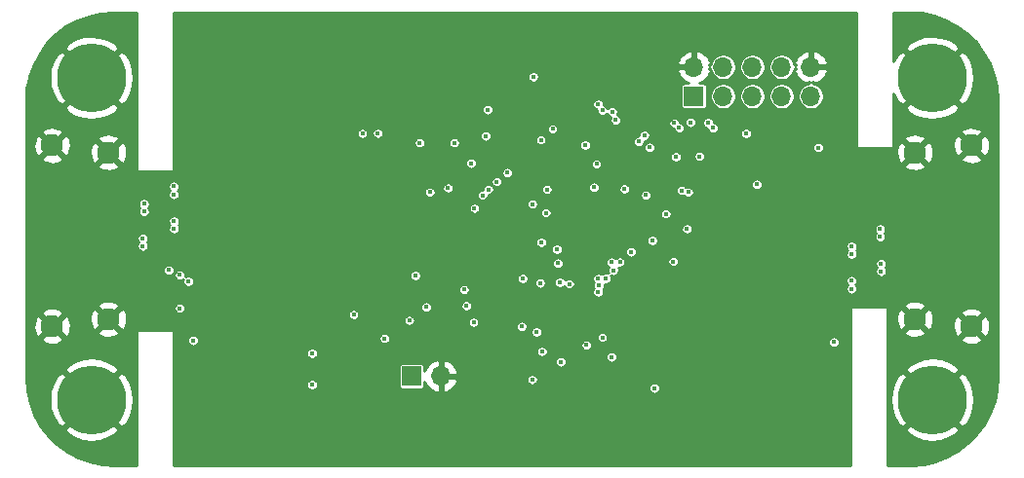
<source format=gbr>
%TF.GenerationSoftware,KiCad,Pcbnew,(5.1.10)-1*%
%TF.CreationDate,2021-07-15T20:54:41+02:00*%
%TF.ProjectId,HighSpeed,48696768-5370-4656-9564-2e6b69636164,rev?*%
%TF.SameCoordinates,Original*%
%TF.FileFunction,Copper,L2,Inr*%
%TF.FilePolarity,Positive*%
%FSLAX46Y46*%
G04 Gerber Fmt 4.6, Leading zero omitted, Abs format (unit mm)*
G04 Created by KiCad (PCBNEW (5.1.10)-1) date 2021-07-15 20:54:41*
%MOMM*%
%LPD*%
G01*
G04 APERTURE LIST*
%TA.AperFunction,ComponentPad*%
%ADD10C,6.000000*%
%TD*%
%TA.AperFunction,ComponentPad*%
%ADD11O,1.700000X1.700000*%
%TD*%
%TA.AperFunction,ComponentPad*%
%ADD12R,1.700000X1.700000*%
%TD*%
%TA.AperFunction,ComponentPad*%
%ADD13C,1.950000*%
%TD*%
%TA.AperFunction,ViaPad*%
%ADD14C,0.800000*%
%TD*%
%TA.AperFunction,ViaPad*%
%ADD15C,0.450000*%
%TD*%
%TA.AperFunction,Conductor*%
%ADD16C,0.254000*%
%TD*%
%TA.AperFunction,Conductor*%
%ADD17C,0.100000*%
%TD*%
G04 APERTURE END LIST*
D10*
%TO.N,GND*%
%TO.C,REF\u002A\u002A*%
X108000000Y-118950000D03*
%TD*%
%TO.N,GND*%
%TO.C,REF\u002A\u002A*%
X181000000Y-118950000D03*
%TD*%
%TO.N,GND*%
%TO.C,REF\u002A\u002A*%
X181000000Y-90950000D03*
%TD*%
%TO.N,GND*%
%TO.C,REF\u002A\u002A*%
X108000000Y-90950000D03*
%TD*%
D11*
%TO.N,GND*%
%TO.C,J1*%
X170460000Y-90010000D03*
%TO.N,/TDI*%
X170460000Y-92550000D03*
%TO.N,N/C*%
X167920000Y-90010000D03*
X167920000Y-92550000D03*
X165380000Y-90010000D03*
%TO.N,/TMS*%
X165380000Y-92550000D03*
%TO.N,+3V3*%
X162840000Y-90010000D03*
%TO.N,/TDO*%
X162840000Y-92550000D03*
%TO.N,GND*%
X160300000Y-90010000D03*
D12*
%TO.N,/TCK*%
X160300000Y-92550000D03*
%TD*%
D13*
%TO.N,GND*%
%TO.C,J4*%
X179500000Y-97450000D03*
X179500000Y-111950000D03*
X184400000Y-96850000D03*
X184400000Y-112550000D03*
%TD*%
%TO.N,GND*%
%TO.C,J2*%
X104590000Y-96850000D03*
X104590000Y-112550000D03*
X109490000Y-97450000D03*
X109490000Y-111950000D03*
%TD*%
D11*
%TO.N,GND*%
%TO.C,J3*%
X138340000Y-116900000D03*
D12*
%TO.N,+5V*%
X135800000Y-116900000D03*
%TD*%
D14*
%TO.N,GND*%
X108650000Y-101950000D03*
X180275000Y-107450000D03*
X180300000Y-101450000D03*
X180310000Y-105950000D03*
X180275000Y-104450000D03*
X180275000Y-108950000D03*
X108700000Y-100750000D03*
X108655000Y-103500000D03*
X108640000Y-104950000D03*
X108675000Y-107950000D03*
D15*
X175810000Y-110150000D03*
X175040000Y-102590000D03*
X175040000Y-101950000D03*
X175070000Y-101020000D03*
X175140000Y-99930000D03*
X175100000Y-97330000D03*
X170230000Y-113080000D03*
X159220000Y-107030000D03*
X160360000Y-102930000D03*
X113220000Y-99490000D03*
X114080000Y-112620000D03*
X114020000Y-108920000D03*
X114020000Y-107910000D03*
X133870000Y-95338222D03*
X132610000Y-96490000D03*
X118930000Y-96280000D03*
X132200000Y-111200000D03*
X129300000Y-112510000D03*
X118890000Y-112540000D03*
X115450000Y-109140000D03*
X114620000Y-107090000D03*
X116870000Y-101330000D03*
X114760000Y-106570000D03*
X112490000Y-99480000D03*
X172450000Y-104620000D03*
X177230000Y-110440000D03*
X130050000Y-95370000D03*
X147212000Y-118665200D03*
X151276000Y-117649200D03*
X155035200Y-118512800D03*
X157016400Y-113940800D03*
X162096400Y-118309600D03*
X159302400Y-114245600D03*
X161385200Y-116836400D03*
X155492400Y-100177600D03*
X153612800Y-98548400D03*
X157575200Y-95297200D03*
X151834800Y-97227600D03*
X149752000Y-95398800D03*
X149904400Y-96313200D03*
X147923200Y-98091200D03*
X144824400Y-98650000D03*
X148646120Y-95332790D03*
X136493200Y-85746800D03*
X146907200Y-116531600D03*
X142690800Y-112416800D03*
X141556282Y-110639126D03*
X140205754Y-108209440D03*
X151580800Y-114956800D03*
X156914800Y-110486400D03*
X140506400Y-111705600D03*
X145018151Y-100672551D03*
X174999600Y-98954800D03*
X173932800Y-102764800D03*
X157321200Y-96465600D03*
X113988800Y-110130800D03*
X113988800Y-111248400D03*
X135940800Y-111099600D03*
X133272547Y-112495820D03*
X137617200Y-111963200D03*
X138125200Y-96774000D03*
X140309600Y-98298000D03*
%TO.N,+3V3*%
X148736000Y-115668000D03*
X156864000Y-117954000D03*
X172459600Y-113940800D03*
X133445200Y-113636000D03*
X141166800Y-112213600D03*
X148024800Y-95398800D03*
X145344143Y-112580943D03*
X150971200Y-114194800D03*
X158513667Y-106933036D03*
X153511200Y-94636800D03*
X146348400Y-90866589D03*
X137362023Y-100893144D03*
X142223634Y-96023881D03*
X139488743Y-96617797D03*
X142386000Y-93722400D03*
X140336400Y-109374455D03*
X143185137Y-99989972D03*
X165754000Y-100224800D03*
X158743600Y-97837200D03*
X141935200Y-101178150D03*
%TO.N,+1V2*%
X147008800Y-96364000D03*
X151631600Y-100478800D03*
X151834800Y-98446800D03*
X153866800Y-106981200D03*
X153149300Y-115227100D03*
%TO.N,+5V*%
X171088000Y-97024400D03*
X164839600Y-95805200D03*
%TO.N,/TDI*%
X160786394Y-97785094D03*
X154273200Y-100631200D03*
%TO.N,/SDA_IN*%
X115665200Y-110994400D03*
%TO.N,/UTIL_IN*%
X115665200Y-108102400D03*
%TO.N,/CK_IN_N*%
X112460000Y-105602000D03*
%TO.N,/CK_IN_P*%
X112460000Y-104898000D03*
%TO.N,/D1_IN_N*%
X112563067Y-102602000D03*
%TO.N,/D1_IN_P*%
X112563067Y-101898000D03*
%TO.N,/HPD_IN*%
X116833600Y-113788400D03*
%TO.N,/SCL_IN*%
X116427200Y-108657600D03*
%TO.N,/CEC_IN*%
X114715025Y-107684860D03*
%TO.N,/D0_IN_N*%
X115170000Y-104102000D03*
%TO.N,/D0_IN_P*%
X115170000Y-103398000D03*
%TO.N,/D2_IN_N*%
X115150000Y-101102000D03*
%TO.N,/D2_IN_P*%
X115150000Y-100398000D03*
%TO.N,/SDA_OUT*%
X159022834Y-95322434D03*
%TO.N,/UTIL_OUT*%
X161541693Y-94867256D03*
%TO.N,/CK_OUT_N*%
X176470000Y-104098000D03*
%TO.N,/CK_OUT_P*%
X176470000Y-104802000D03*
%TO.N,/D1_OUT_N*%
X176542237Y-107098000D03*
%TO.N,/D1_OUT_P*%
X176542237Y-107802000D03*
%TO.N,/HPD_OUT*%
X158596872Y-94896472D03*
%TO.N,/SCL_OUT*%
X160011968Y-94835878D03*
%TO.N,/CEC_OUT*%
X161967656Y-95320856D03*
%TO.N,/D0_OUT_N*%
X173995598Y-105598000D03*
%TO.N,/D0_OUT_P*%
X173995598Y-106302000D03*
%TO.N,/D2_OUT_N*%
X173992598Y-108598000D03*
%TO.N,/D2_OUT_P*%
X173992598Y-109302000D03*
%TO.N,/DONE*%
X156123409Y-101168591D03*
%TO.N,/DQ7*%
X138950000Y-100550000D03*
%TO.N,/DQ6*%
X153138456Y-106998023D03*
%TO.N,/DQ5*%
X153300000Y-107700000D03*
%TO.N,/DQ4*%
X140963600Y-98396000D03*
%TO.N,/DQM*%
X142447190Y-100672190D03*
%TO.N,/CLK*%
X146268591Y-101931409D03*
X150850000Y-96800000D03*
X147531755Y-100673614D03*
%TO.N,/CKE*%
X141250000Y-102296390D03*
%TO.N,/A12*%
X152350000Y-93800000D03*
%TO.N,/A11*%
X152000000Y-93250000D03*
%TO.N,/A9*%
X153200000Y-93900000D03*
%TO.N,/A8*%
X155500000Y-96500000D03*
%TO.N,/A7*%
X156000000Y-95950000D03*
%TO.N,/A6*%
X156441782Y-97008591D03*
%TO.N,/A5*%
X147443591Y-102696390D03*
%TO.N,/A4*%
X152000000Y-109600000D03*
%TO.N,/A3*%
X152650000Y-108400000D03*
%TO.N,/A2*%
X151990401Y-108400732D03*
%TO.N,/A1*%
X152052782Y-108999905D03*
%TO.N,/A0*%
X147049336Y-105260360D03*
%TO.N,/A10*%
X148408251Y-105866749D03*
%TO.N,/BA1*%
X148500002Y-107075000D03*
%TO.N,/BA0*%
X149475000Y-108875000D03*
%TO.N,/CS#*%
X148650000Y-108750000D03*
%TO.N,/RAS#*%
X146250000Y-117200000D03*
%TO.N,/CAS#*%
X146950000Y-108800000D03*
%TO.N,/WE#*%
X145425000Y-108425000D03*
%TO.N,/DQ3*%
X157850000Y-102800000D03*
%TO.N,/DQ2*%
X146645744Y-113054256D03*
%TO.N,/DQ1*%
X147100000Y-114753600D03*
%TO.N,/DQ0*%
X159700000Y-104100000D03*
%TO.N,Net-(U2-Pad43)*%
X154850000Y-106100000D03*
%TO.N,/VDDQ_RAM*%
X137052000Y-110892800D03*
X131514800Y-95805200D03*
X136493200Y-96617586D03*
X132861344Y-95780144D03*
X136117049Y-108152286D03*
X135585200Y-112064800D03*
%TO.N,/VDD_RAM*%
X140557200Y-110791200D03*
X130752800Y-111553200D03*
X127152400Y-117652800D03*
X127152400Y-114909600D03*
%TO.N,/CS*%
X152342800Y-113534400D03*
%TO.N,/SCK*%
X159216744Y-100748744D03*
%TO.N,/SO*%
X159800952Y-100895675D03*
%TO.N,/SI*%
X156677640Y-105110539D03*
%TO.N,Net-(R19-Pad1)*%
X144105292Y-99212400D03*
%TD*%
D16*
%TO.N,GND*%
X111873000Y-98999999D02*
X111875440Y-99024775D01*
X111882667Y-99048600D01*
X111894403Y-99070556D01*
X111910197Y-99089802D01*
X111929443Y-99105596D01*
X111951399Y-99117332D01*
X111975223Y-99124559D01*
X112000000Y-99126999D01*
X115000000Y-99127000D01*
X115024776Y-99124560D01*
X115048601Y-99117333D01*
X115070557Y-99105597D01*
X115089803Y-99089803D01*
X115105597Y-99070557D01*
X115117333Y-99048601D01*
X115124560Y-99024776D01*
X115127000Y-99000000D01*
X115127000Y-98346321D01*
X140459200Y-98346321D01*
X140459200Y-98445679D01*
X140478583Y-98543128D01*
X140516606Y-98634923D01*
X140571807Y-98717537D01*
X140642063Y-98787793D01*
X140724677Y-98842994D01*
X140816472Y-98881017D01*
X140913921Y-98900400D01*
X141013279Y-98900400D01*
X141110728Y-98881017D01*
X141202523Y-98842994D01*
X141285137Y-98787793D01*
X141355393Y-98717537D01*
X141410594Y-98634923D01*
X141448617Y-98543128D01*
X141468000Y-98445679D01*
X141468000Y-98397121D01*
X151330400Y-98397121D01*
X151330400Y-98496479D01*
X151349783Y-98593928D01*
X151387806Y-98685723D01*
X151443007Y-98768337D01*
X151513263Y-98838593D01*
X151595877Y-98893794D01*
X151687672Y-98931817D01*
X151785121Y-98951200D01*
X151884479Y-98951200D01*
X151981928Y-98931817D01*
X152073723Y-98893794D01*
X152156337Y-98838593D01*
X152226593Y-98768337D01*
X152281794Y-98685723D01*
X152319817Y-98593928D01*
X152325056Y-98567584D01*
X178562021Y-98567584D01*
X178654766Y-98829429D01*
X178940120Y-98967820D01*
X179246990Y-99047883D01*
X179563584Y-99066540D01*
X179877733Y-99023074D01*
X180177367Y-98919156D01*
X180345234Y-98829429D01*
X180437979Y-98567584D01*
X179500000Y-97629605D01*
X178562021Y-98567584D01*
X152325056Y-98567584D01*
X152339200Y-98496479D01*
X152339200Y-98397121D01*
X152319817Y-98299672D01*
X152281794Y-98207877D01*
X152226593Y-98125263D01*
X152156337Y-98055007D01*
X152073723Y-97999806D01*
X151981928Y-97961783D01*
X151884479Y-97942400D01*
X151785121Y-97942400D01*
X151687672Y-97961783D01*
X151595877Y-97999806D01*
X151513263Y-98055007D01*
X151443007Y-98125263D01*
X151387806Y-98207877D01*
X151349783Y-98299672D01*
X151330400Y-98397121D01*
X141468000Y-98397121D01*
X141468000Y-98346321D01*
X141448617Y-98248872D01*
X141410594Y-98157077D01*
X141355393Y-98074463D01*
X141285137Y-98004207D01*
X141202523Y-97949006D01*
X141110728Y-97910983D01*
X141013279Y-97891600D01*
X140913921Y-97891600D01*
X140816472Y-97910983D01*
X140724677Y-97949006D01*
X140642063Y-98004207D01*
X140571807Y-98074463D01*
X140516606Y-98157077D01*
X140478583Y-98248872D01*
X140459200Y-98346321D01*
X115127000Y-98346321D01*
X115127000Y-97787521D01*
X158239200Y-97787521D01*
X158239200Y-97886879D01*
X158258583Y-97984328D01*
X158296606Y-98076123D01*
X158351807Y-98158737D01*
X158422063Y-98228993D01*
X158504677Y-98284194D01*
X158596472Y-98322217D01*
X158693921Y-98341600D01*
X158793279Y-98341600D01*
X158890728Y-98322217D01*
X158982523Y-98284194D01*
X159065137Y-98228993D01*
X159135393Y-98158737D01*
X159190594Y-98076123D01*
X159228617Y-97984328D01*
X159248000Y-97886879D01*
X159248000Y-97787521D01*
X159237636Y-97735415D01*
X160281994Y-97735415D01*
X160281994Y-97834773D01*
X160301377Y-97932222D01*
X160339400Y-98024017D01*
X160394601Y-98106631D01*
X160464857Y-98176887D01*
X160547471Y-98232088D01*
X160639266Y-98270111D01*
X160736715Y-98289494D01*
X160836073Y-98289494D01*
X160933522Y-98270111D01*
X161025317Y-98232088D01*
X161107931Y-98176887D01*
X161178187Y-98106631D01*
X161233388Y-98024017D01*
X161271411Y-97932222D01*
X161290794Y-97834773D01*
X161290794Y-97735415D01*
X161271411Y-97637966D01*
X161233388Y-97546171D01*
X161178187Y-97463557D01*
X161107931Y-97393301D01*
X161025317Y-97338100D01*
X160933522Y-97300077D01*
X160836073Y-97280694D01*
X160736715Y-97280694D01*
X160639266Y-97300077D01*
X160547471Y-97338100D01*
X160464857Y-97393301D01*
X160394601Y-97463557D01*
X160339400Y-97546171D01*
X160301377Y-97637966D01*
X160281994Y-97735415D01*
X159237636Y-97735415D01*
X159228617Y-97690072D01*
X159190594Y-97598277D01*
X159135393Y-97515663D01*
X159065137Y-97445407D01*
X158982523Y-97390206D01*
X158890728Y-97352183D01*
X158793279Y-97332800D01*
X158693921Y-97332800D01*
X158596472Y-97352183D01*
X158504677Y-97390206D01*
X158422063Y-97445407D01*
X158351807Y-97515663D01*
X158296606Y-97598277D01*
X158258583Y-97690072D01*
X158239200Y-97787521D01*
X115127000Y-97787521D01*
X115127000Y-96567907D01*
X135988800Y-96567907D01*
X135988800Y-96667265D01*
X136008183Y-96764714D01*
X136046206Y-96856509D01*
X136101407Y-96939123D01*
X136171663Y-97009379D01*
X136254277Y-97064580D01*
X136346072Y-97102603D01*
X136443521Y-97121986D01*
X136542879Y-97121986D01*
X136640328Y-97102603D01*
X136732123Y-97064580D01*
X136814737Y-97009379D01*
X136884993Y-96939123D01*
X136940194Y-96856509D01*
X136978217Y-96764714D01*
X136997600Y-96667265D01*
X136997600Y-96568118D01*
X138984343Y-96568118D01*
X138984343Y-96667476D01*
X139003726Y-96764925D01*
X139041749Y-96856720D01*
X139096950Y-96939334D01*
X139167206Y-97009590D01*
X139249820Y-97064791D01*
X139341615Y-97102814D01*
X139439064Y-97122197D01*
X139538422Y-97122197D01*
X139635871Y-97102814D01*
X139727666Y-97064791D01*
X139810280Y-97009590D01*
X139880536Y-96939334D01*
X139935737Y-96856720D01*
X139973760Y-96764925D01*
X139993143Y-96667476D01*
X139993143Y-96568118D01*
X139973760Y-96470669D01*
X139935737Y-96378874D01*
X139880536Y-96296260D01*
X139810280Y-96226004D01*
X139727666Y-96170803D01*
X139635871Y-96132780D01*
X139538422Y-96113397D01*
X139439064Y-96113397D01*
X139341615Y-96132780D01*
X139249820Y-96170803D01*
X139167206Y-96226004D01*
X139096950Y-96296260D01*
X139041749Y-96378874D01*
X139003726Y-96470669D01*
X138984343Y-96568118D01*
X136997600Y-96568118D01*
X136997600Y-96567907D01*
X136978217Y-96470458D01*
X136940194Y-96378663D01*
X136884993Y-96296049D01*
X136814737Y-96225793D01*
X136732123Y-96170592D01*
X136640328Y-96132569D01*
X136542879Y-96113186D01*
X136443521Y-96113186D01*
X136346072Y-96132569D01*
X136254277Y-96170592D01*
X136171663Y-96225793D01*
X136101407Y-96296049D01*
X136046206Y-96378663D01*
X136008183Y-96470458D01*
X135988800Y-96567907D01*
X115127000Y-96567907D01*
X115127000Y-95755521D01*
X131010400Y-95755521D01*
X131010400Y-95854879D01*
X131029783Y-95952328D01*
X131067806Y-96044123D01*
X131123007Y-96126737D01*
X131193263Y-96196993D01*
X131275877Y-96252194D01*
X131367672Y-96290217D01*
X131465121Y-96309600D01*
X131564479Y-96309600D01*
X131661928Y-96290217D01*
X131753723Y-96252194D01*
X131836337Y-96196993D01*
X131906593Y-96126737D01*
X131961794Y-96044123D01*
X131999817Y-95952328D01*
X132019200Y-95854879D01*
X132019200Y-95755521D01*
X132014217Y-95730465D01*
X132356944Y-95730465D01*
X132356944Y-95829823D01*
X132376327Y-95927272D01*
X132414350Y-96019067D01*
X132469551Y-96101681D01*
X132539807Y-96171937D01*
X132622421Y-96227138D01*
X132714216Y-96265161D01*
X132811665Y-96284544D01*
X132911023Y-96284544D01*
X133008472Y-96265161D01*
X133100267Y-96227138D01*
X133182881Y-96171937D01*
X133253137Y-96101681D01*
X133308338Y-96019067D01*
X133326921Y-95974202D01*
X141719234Y-95974202D01*
X141719234Y-96073560D01*
X141738617Y-96171009D01*
X141776640Y-96262804D01*
X141831841Y-96345418D01*
X141902097Y-96415674D01*
X141984711Y-96470875D01*
X142076506Y-96508898D01*
X142173955Y-96528281D01*
X142273313Y-96528281D01*
X142370762Y-96508898D01*
X142462557Y-96470875D01*
X142545171Y-96415674D01*
X142615427Y-96345418D01*
X142636205Y-96314321D01*
X146504400Y-96314321D01*
X146504400Y-96413679D01*
X146523783Y-96511128D01*
X146561806Y-96602923D01*
X146617007Y-96685537D01*
X146687263Y-96755793D01*
X146769877Y-96810994D01*
X146861672Y-96849017D01*
X146959121Y-96868400D01*
X147058479Y-96868400D01*
X147155928Y-96849017D01*
X147247723Y-96810994D01*
X147330337Y-96755793D01*
X147335809Y-96750321D01*
X150345600Y-96750321D01*
X150345600Y-96849679D01*
X150364983Y-96947128D01*
X150403006Y-97038923D01*
X150458207Y-97121537D01*
X150528463Y-97191793D01*
X150611077Y-97246994D01*
X150702872Y-97285017D01*
X150800321Y-97304400D01*
X150899679Y-97304400D01*
X150997128Y-97285017D01*
X151088923Y-97246994D01*
X151171537Y-97191793D01*
X151241793Y-97121537D01*
X151296994Y-97038923D01*
X151335017Y-96947128D01*
X151354400Y-96849679D01*
X151354400Y-96750321D01*
X151335017Y-96652872D01*
X151296994Y-96561077D01*
X151241793Y-96478463D01*
X151213651Y-96450321D01*
X154995600Y-96450321D01*
X154995600Y-96549679D01*
X155014983Y-96647128D01*
X155053006Y-96738923D01*
X155108207Y-96821537D01*
X155178463Y-96891793D01*
X155261077Y-96946994D01*
X155352872Y-96985017D01*
X155450321Y-97004400D01*
X155549679Y-97004400D01*
X155647128Y-96985017D01*
X155710150Y-96958912D01*
X155937382Y-96958912D01*
X155937382Y-97058270D01*
X155956765Y-97155719D01*
X155994788Y-97247514D01*
X156049989Y-97330128D01*
X156120245Y-97400384D01*
X156202859Y-97455585D01*
X156294654Y-97493608D01*
X156392103Y-97512991D01*
X156491461Y-97512991D01*
X156588910Y-97493608D01*
X156680705Y-97455585D01*
X156763319Y-97400384D01*
X156833575Y-97330128D01*
X156888776Y-97247514D01*
X156926799Y-97155719D01*
X156946182Y-97058270D01*
X156946182Y-96974721D01*
X170583600Y-96974721D01*
X170583600Y-97074079D01*
X170602983Y-97171528D01*
X170641006Y-97263323D01*
X170696207Y-97345937D01*
X170766463Y-97416193D01*
X170849077Y-97471394D01*
X170940872Y-97509417D01*
X171038321Y-97528800D01*
X171137679Y-97528800D01*
X171214178Y-97513584D01*
X177883460Y-97513584D01*
X177926926Y-97827733D01*
X178030844Y-98127367D01*
X178120571Y-98295234D01*
X178382416Y-98387979D01*
X179320395Y-97450000D01*
X179679605Y-97450000D01*
X180617584Y-98387979D01*
X180879429Y-98295234D01*
X181017820Y-98009880D01*
X181028855Y-97967584D01*
X183462021Y-97967584D01*
X183554766Y-98229429D01*
X183840120Y-98367820D01*
X184146990Y-98447883D01*
X184463584Y-98466540D01*
X184777733Y-98423074D01*
X185077367Y-98319156D01*
X185245234Y-98229429D01*
X185337979Y-97967584D01*
X184400000Y-97029605D01*
X183462021Y-97967584D01*
X181028855Y-97967584D01*
X181097883Y-97703010D01*
X181116540Y-97386416D01*
X181073074Y-97072267D01*
X181018041Y-96913584D01*
X182783460Y-96913584D01*
X182826926Y-97227733D01*
X182930844Y-97527367D01*
X183020571Y-97695234D01*
X183282416Y-97787979D01*
X184220395Y-96850000D01*
X184579605Y-96850000D01*
X185517584Y-97787979D01*
X185779429Y-97695234D01*
X185917820Y-97409880D01*
X185997883Y-97103010D01*
X186016540Y-96786416D01*
X185973074Y-96472267D01*
X185869156Y-96172633D01*
X185779429Y-96004766D01*
X185517584Y-95912021D01*
X184579605Y-96850000D01*
X184220395Y-96850000D01*
X183282416Y-95912021D01*
X183020571Y-96004766D01*
X182882180Y-96290120D01*
X182802117Y-96596990D01*
X182783460Y-96913584D01*
X181018041Y-96913584D01*
X180969156Y-96772633D01*
X180879429Y-96604766D01*
X180617584Y-96512021D01*
X179679605Y-97450000D01*
X179320395Y-97450000D01*
X178382416Y-96512021D01*
X178120571Y-96604766D01*
X177982180Y-96890120D01*
X177902117Y-97196990D01*
X177883460Y-97513584D01*
X171214178Y-97513584D01*
X171235128Y-97509417D01*
X171326923Y-97471394D01*
X171409537Y-97416193D01*
X171479793Y-97345937D01*
X171534994Y-97263323D01*
X171573017Y-97171528D01*
X171592400Y-97074079D01*
X171592400Y-96974721D01*
X171573017Y-96877272D01*
X171534994Y-96785477D01*
X171479793Y-96702863D01*
X171409537Y-96632607D01*
X171326923Y-96577406D01*
X171235128Y-96539383D01*
X171137679Y-96520000D01*
X171038321Y-96520000D01*
X170940872Y-96539383D01*
X170849077Y-96577406D01*
X170766463Y-96632607D01*
X170696207Y-96702863D01*
X170641006Y-96785477D01*
X170602983Y-96877272D01*
X170583600Y-96974721D01*
X156946182Y-96974721D01*
X156946182Y-96958912D01*
X156926799Y-96861463D01*
X156888776Y-96769668D01*
X156833575Y-96687054D01*
X156763319Y-96616798D01*
X156680705Y-96561597D01*
X156588910Y-96523574D01*
X156491461Y-96504191D01*
X156392103Y-96504191D01*
X156294654Y-96523574D01*
X156202859Y-96561597D01*
X156120245Y-96616798D01*
X156049989Y-96687054D01*
X155994788Y-96769668D01*
X155956765Y-96861463D01*
X155937382Y-96958912D01*
X155710150Y-96958912D01*
X155738923Y-96946994D01*
X155821537Y-96891793D01*
X155891793Y-96821537D01*
X155946994Y-96738923D01*
X155985017Y-96647128D01*
X156004400Y-96549679D01*
X156004400Y-96454400D01*
X156049679Y-96454400D01*
X156147128Y-96435017D01*
X156238923Y-96396994D01*
X156321537Y-96341793D01*
X156391793Y-96271537D01*
X156446994Y-96188923D01*
X156485017Y-96097128D01*
X156504400Y-95999679D01*
X156504400Y-95900321D01*
X156485017Y-95802872D01*
X156446994Y-95711077D01*
X156391793Y-95628463D01*
X156321537Y-95558207D01*
X156238923Y-95503006D01*
X156147128Y-95464983D01*
X156049679Y-95445600D01*
X155950321Y-95445600D01*
X155852872Y-95464983D01*
X155761077Y-95503006D01*
X155678463Y-95558207D01*
X155608207Y-95628463D01*
X155553006Y-95711077D01*
X155514983Y-95802872D01*
X155495600Y-95900321D01*
X155495600Y-95995600D01*
X155450321Y-95995600D01*
X155352872Y-96014983D01*
X155261077Y-96053006D01*
X155178463Y-96108207D01*
X155108207Y-96178463D01*
X155053006Y-96261077D01*
X155014983Y-96352872D01*
X154995600Y-96450321D01*
X151213651Y-96450321D01*
X151171537Y-96408207D01*
X151088923Y-96353006D01*
X150997128Y-96314983D01*
X150899679Y-96295600D01*
X150800321Y-96295600D01*
X150702872Y-96314983D01*
X150611077Y-96353006D01*
X150528463Y-96408207D01*
X150458207Y-96478463D01*
X150403006Y-96561077D01*
X150364983Y-96652872D01*
X150345600Y-96750321D01*
X147335809Y-96750321D01*
X147400593Y-96685537D01*
X147455794Y-96602923D01*
X147493817Y-96511128D01*
X147513200Y-96413679D01*
X147513200Y-96314321D01*
X147493817Y-96216872D01*
X147455794Y-96125077D01*
X147400593Y-96042463D01*
X147330337Y-95972207D01*
X147247723Y-95917006D01*
X147155928Y-95878983D01*
X147058479Y-95859600D01*
X146959121Y-95859600D01*
X146861672Y-95878983D01*
X146769877Y-95917006D01*
X146687263Y-95972207D01*
X146617007Y-96042463D01*
X146561806Y-96125077D01*
X146523783Y-96216872D01*
X146504400Y-96314321D01*
X142636205Y-96314321D01*
X142670628Y-96262804D01*
X142708651Y-96171009D01*
X142728034Y-96073560D01*
X142728034Y-95974202D01*
X142708651Y-95876753D01*
X142670628Y-95784958D01*
X142615427Y-95702344D01*
X142545171Y-95632088D01*
X142462557Y-95576887D01*
X142370762Y-95538864D01*
X142273313Y-95519481D01*
X142173955Y-95519481D01*
X142076506Y-95538864D01*
X141984711Y-95576887D01*
X141902097Y-95632088D01*
X141831841Y-95702344D01*
X141776640Y-95784958D01*
X141738617Y-95876753D01*
X141719234Y-95974202D01*
X133326921Y-95974202D01*
X133346361Y-95927272D01*
X133365744Y-95829823D01*
X133365744Y-95730465D01*
X133346361Y-95633016D01*
X133308338Y-95541221D01*
X133253137Y-95458607D01*
X133182881Y-95388351D01*
X133124170Y-95349121D01*
X147520400Y-95349121D01*
X147520400Y-95448479D01*
X147539783Y-95545928D01*
X147577806Y-95637723D01*
X147633007Y-95720337D01*
X147703263Y-95790593D01*
X147785877Y-95845794D01*
X147877672Y-95883817D01*
X147975121Y-95903200D01*
X148074479Y-95903200D01*
X148171928Y-95883817D01*
X148263723Y-95845794D01*
X148346337Y-95790593D01*
X148416593Y-95720337D01*
X148471794Y-95637723D01*
X148509817Y-95545928D01*
X148529200Y-95448479D01*
X148529200Y-95349121D01*
X148509817Y-95251672D01*
X148471794Y-95159877D01*
X148416593Y-95077263D01*
X148346337Y-95007007D01*
X148263723Y-94951806D01*
X148171928Y-94913783D01*
X148074479Y-94894400D01*
X147975121Y-94894400D01*
X147877672Y-94913783D01*
X147785877Y-94951806D01*
X147703263Y-95007007D01*
X147633007Y-95077263D01*
X147577806Y-95159877D01*
X147539783Y-95251672D01*
X147520400Y-95349121D01*
X133124170Y-95349121D01*
X133100267Y-95333150D01*
X133008472Y-95295127D01*
X132911023Y-95275744D01*
X132811665Y-95275744D01*
X132714216Y-95295127D01*
X132622421Y-95333150D01*
X132539807Y-95388351D01*
X132469551Y-95458607D01*
X132414350Y-95541221D01*
X132376327Y-95633016D01*
X132356944Y-95730465D01*
X132014217Y-95730465D01*
X131999817Y-95658072D01*
X131961794Y-95566277D01*
X131906593Y-95483663D01*
X131836337Y-95413407D01*
X131753723Y-95358206D01*
X131661928Y-95320183D01*
X131564479Y-95300800D01*
X131465121Y-95300800D01*
X131367672Y-95320183D01*
X131275877Y-95358206D01*
X131193263Y-95413407D01*
X131123007Y-95483663D01*
X131067806Y-95566277D01*
X131029783Y-95658072D01*
X131010400Y-95755521D01*
X115127000Y-95755521D01*
X115127000Y-93672721D01*
X141881600Y-93672721D01*
X141881600Y-93772079D01*
X141900983Y-93869528D01*
X141939006Y-93961323D01*
X141994207Y-94043937D01*
X142064463Y-94114193D01*
X142147077Y-94169394D01*
X142238872Y-94207417D01*
X142336321Y-94226800D01*
X142435679Y-94226800D01*
X142533128Y-94207417D01*
X142624923Y-94169394D01*
X142707537Y-94114193D01*
X142777793Y-94043937D01*
X142832994Y-93961323D01*
X142871017Y-93869528D01*
X142890400Y-93772079D01*
X142890400Y-93672721D01*
X142871017Y-93575272D01*
X142832994Y-93483477D01*
X142777793Y-93400863D01*
X142707537Y-93330607D01*
X142624923Y-93275406D01*
X142533128Y-93237383D01*
X142435679Y-93218000D01*
X142336321Y-93218000D01*
X142238872Y-93237383D01*
X142147077Y-93275406D01*
X142064463Y-93330607D01*
X141994207Y-93400863D01*
X141939006Y-93483477D01*
X141900983Y-93575272D01*
X141881600Y-93672721D01*
X115127000Y-93672721D01*
X115127000Y-93200321D01*
X151495600Y-93200321D01*
X151495600Y-93299679D01*
X151514983Y-93397128D01*
X151553006Y-93488923D01*
X151608207Y-93571537D01*
X151678463Y-93641793D01*
X151761077Y-93696994D01*
X151848966Y-93733399D01*
X151845600Y-93750321D01*
X151845600Y-93849679D01*
X151864983Y-93947128D01*
X151903006Y-94038923D01*
X151958207Y-94121537D01*
X152028463Y-94191793D01*
X152111077Y-94246994D01*
X152202872Y-94285017D01*
X152300321Y-94304400D01*
X152399679Y-94304400D01*
X152497128Y-94285017D01*
X152588923Y-94246994D01*
X152671537Y-94191793D01*
X152741793Y-94121537D01*
X152744269Y-94117831D01*
X152753006Y-94138923D01*
X152808207Y-94221537D01*
X152878463Y-94291793D01*
X152961077Y-94346994D01*
X153052872Y-94385017D01*
X153070461Y-94388516D01*
X153064206Y-94397877D01*
X153026183Y-94489672D01*
X153006800Y-94587121D01*
X153006800Y-94686479D01*
X153026183Y-94783928D01*
X153064206Y-94875723D01*
X153119407Y-94958337D01*
X153189663Y-95028593D01*
X153272277Y-95083794D01*
X153364072Y-95121817D01*
X153461521Y-95141200D01*
X153560879Y-95141200D01*
X153658328Y-95121817D01*
X153750123Y-95083794D01*
X153832737Y-95028593D01*
X153902993Y-94958337D01*
X153958194Y-94875723D01*
X153970177Y-94846793D01*
X158092472Y-94846793D01*
X158092472Y-94946151D01*
X158111855Y-95043600D01*
X158149878Y-95135395D01*
X158205079Y-95218009D01*
X158275335Y-95288265D01*
X158357949Y-95343466D01*
X158449744Y-95381489D01*
X158523205Y-95396101D01*
X158537817Y-95469562D01*
X158575840Y-95561357D01*
X158631041Y-95643971D01*
X158701297Y-95714227D01*
X158783911Y-95769428D01*
X158875706Y-95807451D01*
X158973155Y-95826834D01*
X159072513Y-95826834D01*
X159169962Y-95807451D01*
X159261757Y-95769428D01*
X159344371Y-95714227D01*
X159414627Y-95643971D01*
X159469828Y-95561357D01*
X159507851Y-95469562D01*
X159527234Y-95372113D01*
X159527234Y-95272755D01*
X159507851Y-95175306D01*
X159469828Y-95083511D01*
X159414627Y-95000897D01*
X159344371Y-94930641D01*
X159261757Y-94875440D01*
X159169962Y-94837417D01*
X159096501Y-94822805D01*
X159089220Y-94786199D01*
X159507568Y-94786199D01*
X159507568Y-94885557D01*
X159526951Y-94983006D01*
X159564974Y-95074801D01*
X159620175Y-95157415D01*
X159690431Y-95227671D01*
X159773045Y-95282872D01*
X159864840Y-95320895D01*
X159962289Y-95340278D01*
X160061647Y-95340278D01*
X160159096Y-95320895D01*
X160250891Y-95282872D01*
X160333505Y-95227671D01*
X160403761Y-95157415D01*
X160458962Y-95074801D01*
X160496985Y-94983006D01*
X160516368Y-94885557D01*
X160516368Y-94817577D01*
X161037293Y-94817577D01*
X161037293Y-94916935D01*
X161056676Y-95014384D01*
X161094699Y-95106179D01*
X161149900Y-95188793D01*
X161220156Y-95259049D01*
X161302770Y-95314250D01*
X161394565Y-95352273D01*
X161463256Y-95365936D01*
X161463256Y-95370535D01*
X161482639Y-95467984D01*
X161520662Y-95559779D01*
X161575863Y-95642393D01*
X161646119Y-95712649D01*
X161728733Y-95767850D01*
X161820528Y-95805873D01*
X161917977Y-95825256D01*
X162017335Y-95825256D01*
X162114784Y-95805873D01*
X162206579Y-95767850D01*
X162225030Y-95755521D01*
X164335200Y-95755521D01*
X164335200Y-95854879D01*
X164354583Y-95952328D01*
X164392606Y-96044123D01*
X164447807Y-96126737D01*
X164518063Y-96196993D01*
X164600677Y-96252194D01*
X164692472Y-96290217D01*
X164789921Y-96309600D01*
X164889279Y-96309600D01*
X164986728Y-96290217D01*
X165078523Y-96252194D01*
X165161137Y-96196993D01*
X165231393Y-96126737D01*
X165286594Y-96044123D01*
X165324617Y-95952328D01*
X165344000Y-95854879D01*
X165344000Y-95755521D01*
X165324617Y-95658072D01*
X165286594Y-95566277D01*
X165231393Y-95483663D01*
X165161137Y-95413407D01*
X165078523Y-95358206D01*
X164986728Y-95320183D01*
X164889279Y-95300800D01*
X164789921Y-95300800D01*
X164692472Y-95320183D01*
X164600677Y-95358206D01*
X164518063Y-95413407D01*
X164447807Y-95483663D01*
X164392606Y-95566277D01*
X164354583Y-95658072D01*
X164335200Y-95755521D01*
X162225030Y-95755521D01*
X162289193Y-95712649D01*
X162359449Y-95642393D01*
X162414650Y-95559779D01*
X162452673Y-95467984D01*
X162472056Y-95370535D01*
X162472056Y-95271177D01*
X162452673Y-95173728D01*
X162414650Y-95081933D01*
X162359449Y-94999319D01*
X162289193Y-94929063D01*
X162206579Y-94873862D01*
X162114784Y-94835839D01*
X162046093Y-94822176D01*
X162046093Y-94817577D01*
X162026710Y-94720128D01*
X161988687Y-94628333D01*
X161933486Y-94545719D01*
X161863230Y-94475463D01*
X161780616Y-94420262D01*
X161688821Y-94382239D01*
X161591372Y-94362856D01*
X161492014Y-94362856D01*
X161394565Y-94382239D01*
X161302770Y-94420262D01*
X161220156Y-94475463D01*
X161149900Y-94545719D01*
X161094699Y-94628333D01*
X161056676Y-94720128D01*
X161037293Y-94817577D01*
X160516368Y-94817577D01*
X160516368Y-94786199D01*
X160496985Y-94688750D01*
X160458962Y-94596955D01*
X160403761Y-94514341D01*
X160333505Y-94444085D01*
X160250891Y-94388884D01*
X160159096Y-94350861D01*
X160061647Y-94331478D01*
X159962289Y-94331478D01*
X159864840Y-94350861D01*
X159773045Y-94388884D01*
X159690431Y-94444085D01*
X159620175Y-94514341D01*
X159564974Y-94596955D01*
X159526951Y-94688750D01*
X159507568Y-94786199D01*
X159089220Y-94786199D01*
X159081889Y-94749344D01*
X159043866Y-94657549D01*
X158988665Y-94574935D01*
X158918409Y-94504679D01*
X158835795Y-94449478D01*
X158744000Y-94411455D01*
X158646551Y-94392072D01*
X158547193Y-94392072D01*
X158449744Y-94411455D01*
X158357949Y-94449478D01*
X158275335Y-94504679D01*
X158205079Y-94574935D01*
X158149878Y-94657549D01*
X158111855Y-94749344D01*
X158092472Y-94846793D01*
X153970177Y-94846793D01*
X153996217Y-94783928D01*
X154015600Y-94686479D01*
X154015600Y-94587121D01*
X153996217Y-94489672D01*
X153958194Y-94397877D01*
X153902993Y-94315263D01*
X153832737Y-94245007D01*
X153750123Y-94189806D01*
X153658328Y-94151783D01*
X153640739Y-94148284D01*
X153646994Y-94138923D01*
X153685017Y-94047128D01*
X153704400Y-93949679D01*
X153704400Y-93850321D01*
X153685017Y-93752872D01*
X153646994Y-93661077D01*
X153591793Y-93578463D01*
X153521537Y-93508207D01*
X153438923Y-93453006D01*
X153347128Y-93414983D01*
X153249679Y-93395600D01*
X153150321Y-93395600D01*
X153052872Y-93414983D01*
X152961077Y-93453006D01*
X152878463Y-93508207D01*
X152808207Y-93578463D01*
X152805731Y-93582169D01*
X152796994Y-93561077D01*
X152741793Y-93478463D01*
X152671537Y-93408207D01*
X152588923Y-93353006D01*
X152501034Y-93316601D01*
X152504400Y-93299679D01*
X152504400Y-93200321D01*
X152485017Y-93102872D01*
X152446994Y-93011077D01*
X152391793Y-92928463D01*
X152321537Y-92858207D01*
X152238923Y-92803006D01*
X152147128Y-92764983D01*
X152049679Y-92745600D01*
X151950321Y-92745600D01*
X151852872Y-92764983D01*
X151761077Y-92803006D01*
X151678463Y-92858207D01*
X151608207Y-92928463D01*
X151553006Y-93011077D01*
X151514983Y-93102872D01*
X151495600Y-93200321D01*
X115127000Y-93200321D01*
X115127000Y-90816910D01*
X145844000Y-90816910D01*
X145844000Y-90916268D01*
X145863383Y-91013717D01*
X145901406Y-91105512D01*
X145956607Y-91188126D01*
X146026863Y-91258382D01*
X146109477Y-91313583D01*
X146201272Y-91351606D01*
X146298721Y-91370989D01*
X146398079Y-91370989D01*
X146495528Y-91351606D01*
X146587323Y-91313583D01*
X146669937Y-91258382D01*
X146740193Y-91188126D01*
X146795394Y-91105512D01*
X146833417Y-91013717D01*
X146852800Y-90916268D01*
X146852800Y-90816910D01*
X146833417Y-90719461D01*
X146795394Y-90627666D01*
X146740193Y-90545052D01*
X146669937Y-90474796D01*
X146587323Y-90419595D01*
X146495528Y-90381572D01*
X146421719Y-90366891D01*
X158858519Y-90366891D01*
X158955843Y-90641252D01*
X159104822Y-90891355D01*
X159299731Y-91107588D01*
X159533080Y-91281641D01*
X159795901Y-91406825D01*
X159836861Y-91419249D01*
X159450000Y-91419249D01*
X159395228Y-91424644D01*
X159342561Y-91440620D01*
X159294023Y-91466564D01*
X159251479Y-91501479D01*
X159216564Y-91544023D01*
X159190620Y-91592561D01*
X159174644Y-91645228D01*
X159169249Y-91700000D01*
X159169249Y-93400000D01*
X159174644Y-93454772D01*
X159190620Y-93507439D01*
X159216564Y-93555977D01*
X159251479Y-93598521D01*
X159294023Y-93633436D01*
X159342561Y-93659380D01*
X159395228Y-93675356D01*
X159450000Y-93680751D01*
X161150000Y-93680751D01*
X161204772Y-93675356D01*
X161257439Y-93659380D01*
X161305977Y-93633436D01*
X161348521Y-93598521D01*
X161383436Y-93555977D01*
X161409380Y-93507439D01*
X161425356Y-93454772D01*
X161430751Y-93400000D01*
X161430751Y-92438764D01*
X161710600Y-92438764D01*
X161710600Y-92661236D01*
X161754002Y-92879434D01*
X161839138Y-93084972D01*
X161962737Y-93269951D01*
X162120049Y-93427263D01*
X162305028Y-93550862D01*
X162510566Y-93635998D01*
X162728764Y-93679400D01*
X162951236Y-93679400D01*
X163169434Y-93635998D01*
X163374972Y-93550862D01*
X163559951Y-93427263D01*
X163717263Y-93269951D01*
X163840862Y-93084972D01*
X163925998Y-92879434D01*
X163969400Y-92661236D01*
X163969400Y-92438764D01*
X164250600Y-92438764D01*
X164250600Y-92661236D01*
X164294002Y-92879434D01*
X164379138Y-93084972D01*
X164502737Y-93269951D01*
X164660049Y-93427263D01*
X164845028Y-93550862D01*
X165050566Y-93635998D01*
X165268764Y-93679400D01*
X165491236Y-93679400D01*
X165709434Y-93635998D01*
X165914972Y-93550862D01*
X166099951Y-93427263D01*
X166257263Y-93269951D01*
X166380862Y-93084972D01*
X166465998Y-92879434D01*
X166509400Y-92661236D01*
X166509400Y-92438764D01*
X166790600Y-92438764D01*
X166790600Y-92661236D01*
X166834002Y-92879434D01*
X166919138Y-93084972D01*
X167042737Y-93269951D01*
X167200049Y-93427263D01*
X167385028Y-93550862D01*
X167590566Y-93635998D01*
X167808764Y-93679400D01*
X168031236Y-93679400D01*
X168249434Y-93635998D01*
X168454972Y-93550862D01*
X168639951Y-93427263D01*
X168797263Y-93269951D01*
X168920862Y-93084972D01*
X169005998Y-92879434D01*
X169049400Y-92661236D01*
X169049400Y-92438764D01*
X169005998Y-92220566D01*
X168920862Y-92015028D01*
X168797263Y-91830049D01*
X168639951Y-91672737D01*
X168454972Y-91549138D01*
X168249434Y-91464002D01*
X168031236Y-91420600D01*
X167808764Y-91420600D01*
X167590566Y-91464002D01*
X167385028Y-91549138D01*
X167200049Y-91672737D01*
X167042737Y-91830049D01*
X166919138Y-92015028D01*
X166834002Y-92220566D01*
X166790600Y-92438764D01*
X166509400Y-92438764D01*
X166465998Y-92220566D01*
X166380862Y-92015028D01*
X166257263Y-91830049D01*
X166099951Y-91672737D01*
X165914972Y-91549138D01*
X165709434Y-91464002D01*
X165491236Y-91420600D01*
X165268764Y-91420600D01*
X165050566Y-91464002D01*
X164845028Y-91549138D01*
X164660049Y-91672737D01*
X164502737Y-91830049D01*
X164379138Y-92015028D01*
X164294002Y-92220566D01*
X164250600Y-92438764D01*
X163969400Y-92438764D01*
X163925998Y-92220566D01*
X163840862Y-92015028D01*
X163717263Y-91830049D01*
X163559951Y-91672737D01*
X163374972Y-91549138D01*
X163169434Y-91464002D01*
X162951236Y-91420600D01*
X162728764Y-91420600D01*
X162510566Y-91464002D01*
X162305028Y-91549138D01*
X162120049Y-91672737D01*
X161962737Y-91830049D01*
X161839138Y-92015028D01*
X161754002Y-92220566D01*
X161710600Y-92438764D01*
X161430751Y-92438764D01*
X161430751Y-91700000D01*
X161425356Y-91645228D01*
X161409380Y-91592561D01*
X161383436Y-91544023D01*
X161348521Y-91501479D01*
X161305977Y-91466564D01*
X161257439Y-91440620D01*
X161204772Y-91424644D01*
X161150000Y-91419249D01*
X160763139Y-91419249D01*
X160804099Y-91406825D01*
X161066920Y-91281641D01*
X161300269Y-91107588D01*
X161495178Y-90891355D01*
X161644157Y-90641252D01*
X161741481Y-90366891D01*
X161620815Y-90137002D01*
X161713736Y-90137002D01*
X161754002Y-90339434D01*
X161839138Y-90544972D01*
X161962737Y-90729951D01*
X162120049Y-90887263D01*
X162305028Y-91010862D01*
X162510566Y-91095998D01*
X162728764Y-91139400D01*
X162951236Y-91139400D01*
X163169434Y-91095998D01*
X163374972Y-91010862D01*
X163559951Y-90887263D01*
X163717263Y-90729951D01*
X163840862Y-90544972D01*
X163925998Y-90339434D01*
X163969400Y-90121236D01*
X163969400Y-89898764D01*
X164250600Y-89898764D01*
X164250600Y-90121236D01*
X164294002Y-90339434D01*
X164379138Y-90544972D01*
X164502737Y-90729951D01*
X164660049Y-90887263D01*
X164845028Y-91010862D01*
X165050566Y-91095998D01*
X165268764Y-91139400D01*
X165491236Y-91139400D01*
X165709434Y-91095998D01*
X165914972Y-91010862D01*
X166099951Y-90887263D01*
X166257263Y-90729951D01*
X166380862Y-90544972D01*
X166465998Y-90339434D01*
X166509400Y-90121236D01*
X166509400Y-89898764D01*
X166790600Y-89898764D01*
X166790600Y-90121236D01*
X166834002Y-90339434D01*
X166919138Y-90544972D01*
X167042737Y-90729951D01*
X167200049Y-90887263D01*
X167385028Y-91010862D01*
X167590566Y-91095998D01*
X167808764Y-91139400D01*
X168031236Y-91139400D01*
X168249434Y-91095998D01*
X168454972Y-91010862D01*
X168639951Y-90887263D01*
X168797263Y-90729951D01*
X168920862Y-90544972D01*
X169005998Y-90339434D01*
X169046264Y-90137002D01*
X169139185Y-90137002D01*
X169018519Y-90366891D01*
X169115843Y-90641252D01*
X169264822Y-90891355D01*
X169459731Y-91107588D01*
X169693080Y-91281641D01*
X169955901Y-91406825D01*
X170103110Y-91451476D01*
X170332998Y-91330156D01*
X170332998Y-91423736D01*
X170130566Y-91464002D01*
X169925028Y-91549138D01*
X169740049Y-91672737D01*
X169582737Y-91830049D01*
X169459138Y-92015028D01*
X169374002Y-92220566D01*
X169330600Y-92438764D01*
X169330600Y-92661236D01*
X169374002Y-92879434D01*
X169459138Y-93084972D01*
X169582737Y-93269951D01*
X169740049Y-93427263D01*
X169925028Y-93550862D01*
X170130566Y-93635998D01*
X170348764Y-93679400D01*
X170571236Y-93679400D01*
X170789434Y-93635998D01*
X170994972Y-93550862D01*
X171179951Y-93427263D01*
X171337263Y-93269951D01*
X171460862Y-93084972D01*
X171545998Y-92879434D01*
X171589400Y-92661236D01*
X171589400Y-92438764D01*
X171545998Y-92220566D01*
X171460862Y-92015028D01*
X171337263Y-91830049D01*
X171179951Y-91672737D01*
X170994972Y-91549138D01*
X170789434Y-91464002D01*
X170587002Y-91423736D01*
X170587002Y-91330156D01*
X170816890Y-91451476D01*
X170964099Y-91406825D01*
X171226920Y-91281641D01*
X171460269Y-91107588D01*
X171655178Y-90891355D01*
X171804157Y-90641252D01*
X171901481Y-90366891D01*
X171780814Y-90137000D01*
X170587000Y-90137000D01*
X170587000Y-90157000D01*
X170333000Y-90157000D01*
X170333000Y-90137000D01*
X170313000Y-90137000D01*
X170313000Y-89883000D01*
X170333000Y-89883000D01*
X170333000Y-88689845D01*
X170587000Y-88689845D01*
X170587000Y-89883000D01*
X171780814Y-89883000D01*
X171901481Y-89653109D01*
X171804157Y-89378748D01*
X171655178Y-89128645D01*
X171460269Y-88912412D01*
X171226920Y-88738359D01*
X170964099Y-88613175D01*
X170816890Y-88568524D01*
X170587000Y-88689845D01*
X170333000Y-88689845D01*
X170103110Y-88568524D01*
X169955901Y-88613175D01*
X169693080Y-88738359D01*
X169459731Y-88912412D01*
X169264822Y-89128645D01*
X169115843Y-89378748D01*
X169018519Y-89653109D01*
X169139185Y-89882998D01*
X169046264Y-89882998D01*
X169005998Y-89680566D01*
X168920862Y-89475028D01*
X168797263Y-89290049D01*
X168639951Y-89132737D01*
X168454972Y-89009138D01*
X168249434Y-88924002D01*
X168031236Y-88880600D01*
X167808764Y-88880600D01*
X167590566Y-88924002D01*
X167385028Y-89009138D01*
X167200049Y-89132737D01*
X167042737Y-89290049D01*
X166919138Y-89475028D01*
X166834002Y-89680566D01*
X166790600Y-89898764D01*
X166509400Y-89898764D01*
X166465998Y-89680566D01*
X166380862Y-89475028D01*
X166257263Y-89290049D01*
X166099951Y-89132737D01*
X165914972Y-89009138D01*
X165709434Y-88924002D01*
X165491236Y-88880600D01*
X165268764Y-88880600D01*
X165050566Y-88924002D01*
X164845028Y-89009138D01*
X164660049Y-89132737D01*
X164502737Y-89290049D01*
X164379138Y-89475028D01*
X164294002Y-89680566D01*
X164250600Y-89898764D01*
X163969400Y-89898764D01*
X163925998Y-89680566D01*
X163840862Y-89475028D01*
X163717263Y-89290049D01*
X163559951Y-89132737D01*
X163374972Y-89009138D01*
X163169434Y-88924002D01*
X162951236Y-88880600D01*
X162728764Y-88880600D01*
X162510566Y-88924002D01*
X162305028Y-89009138D01*
X162120049Y-89132737D01*
X161962737Y-89290049D01*
X161839138Y-89475028D01*
X161754002Y-89680566D01*
X161713736Y-89882998D01*
X161620815Y-89882998D01*
X161741481Y-89653109D01*
X161644157Y-89378748D01*
X161495178Y-89128645D01*
X161300269Y-88912412D01*
X161066920Y-88738359D01*
X160804099Y-88613175D01*
X160656890Y-88568524D01*
X160427000Y-88689845D01*
X160427000Y-89883000D01*
X160447000Y-89883000D01*
X160447000Y-90137000D01*
X160427000Y-90137000D01*
X160427000Y-90157000D01*
X160173000Y-90157000D01*
X160173000Y-90137000D01*
X158979186Y-90137000D01*
X158858519Y-90366891D01*
X146421719Y-90366891D01*
X146398079Y-90362189D01*
X146298721Y-90362189D01*
X146201272Y-90381572D01*
X146109477Y-90419595D01*
X146026863Y-90474796D01*
X145956607Y-90545052D01*
X145901406Y-90627666D01*
X145863383Y-90719461D01*
X145844000Y-90816910D01*
X115127000Y-90816910D01*
X115127000Y-89653109D01*
X158858519Y-89653109D01*
X158979186Y-89883000D01*
X160173000Y-89883000D01*
X160173000Y-88689845D01*
X159943110Y-88568524D01*
X159795901Y-88613175D01*
X159533080Y-88738359D01*
X159299731Y-88912412D01*
X159104822Y-89128645D01*
X158955843Y-89378748D01*
X158858519Y-89653109D01*
X115127000Y-89653109D01*
X115127000Y-85254400D01*
X174373000Y-85254400D01*
X174373000Y-96949999D01*
X174375440Y-96974775D01*
X174382667Y-96998600D01*
X174394403Y-97020556D01*
X174410197Y-97039802D01*
X174429443Y-97055596D01*
X174451399Y-97067332D01*
X174475223Y-97074559D01*
X174500000Y-97076999D01*
X177500000Y-97077000D01*
X177524776Y-97074560D01*
X177548601Y-97067333D01*
X177570557Y-97055597D01*
X177589803Y-97039803D01*
X177605597Y-97020557D01*
X177617333Y-96998601D01*
X177624560Y-96974776D01*
X177627000Y-96950000D01*
X177627000Y-96332416D01*
X178562021Y-96332416D01*
X179500000Y-97270395D01*
X180437979Y-96332416D01*
X180345234Y-96070571D01*
X180059880Y-95932180D01*
X179753010Y-95852117D01*
X179436416Y-95833460D01*
X179122267Y-95876926D01*
X178822633Y-95980844D01*
X178654766Y-96070571D01*
X178562021Y-96332416D01*
X177627000Y-96332416D01*
X177627000Y-95732416D01*
X183462021Y-95732416D01*
X184400000Y-96670395D01*
X185337979Y-95732416D01*
X185245234Y-95470571D01*
X184959880Y-95332180D01*
X184653010Y-95252117D01*
X184336416Y-95233460D01*
X184022267Y-95276926D01*
X183722633Y-95380844D01*
X183554766Y-95470571D01*
X183462021Y-95732416D01*
X177627000Y-95732416D01*
X177627000Y-93508686D01*
X178620919Y-93508686D01*
X178957106Y-93977868D01*
X179587068Y-94318237D01*
X180271327Y-94529166D01*
X180983589Y-94602550D01*
X181696482Y-94535569D01*
X182382609Y-94330796D01*
X183015603Y-93996102D01*
X183042894Y-93977868D01*
X183379081Y-93508686D01*
X181000000Y-91129605D01*
X178620919Y-93508686D01*
X177627000Y-93508686D01*
X177627000Y-92347353D01*
X177953898Y-92965603D01*
X177972132Y-92992894D01*
X178441314Y-93329081D01*
X180820395Y-90950000D01*
X181179605Y-90950000D01*
X183558686Y-93329081D01*
X184027868Y-92992894D01*
X184368237Y-92362932D01*
X184579166Y-91678673D01*
X184652550Y-90966411D01*
X184585569Y-90253518D01*
X184380796Y-89567391D01*
X184046102Y-88934397D01*
X184027868Y-88907106D01*
X183558686Y-88570919D01*
X181179605Y-90950000D01*
X180820395Y-90950000D01*
X178441314Y-88570919D01*
X177972132Y-88907106D01*
X177631763Y-89537068D01*
X177627000Y-89552519D01*
X177627000Y-88391314D01*
X178620919Y-88391314D01*
X181000000Y-90770395D01*
X183379081Y-88391314D01*
X183042894Y-87922132D01*
X182412932Y-87581763D01*
X181728673Y-87370834D01*
X181016411Y-87297450D01*
X180303518Y-87364431D01*
X179617391Y-87569204D01*
X178984397Y-87903898D01*
X178957106Y-87922132D01*
X178620919Y-88391314D01*
X177627000Y-88391314D01*
X177627000Y-85254400D01*
X178989235Y-85254400D01*
X180084216Y-85331929D01*
X181146791Y-85560695D01*
X182166542Y-85936902D01*
X183123102Y-86453035D01*
X183997400Y-87098802D01*
X184771986Y-87861316D01*
X185431402Y-88725357D01*
X185962498Y-89673699D01*
X186354673Y-90687408D01*
X186600101Y-91746258D01*
X186694716Y-92838691D01*
X186695601Y-92951372D01*
X186695600Y-97985054D01*
X186695600Y-97985055D01*
X186695601Y-116939221D01*
X186618071Y-118034216D01*
X186389304Y-119096792D01*
X186013101Y-120116536D01*
X185496967Y-121073099D01*
X184851201Y-121947397D01*
X184088688Y-122721983D01*
X183224643Y-123381402D01*
X182276301Y-123912498D01*
X181262592Y-124304673D01*
X180203742Y-124550101D01*
X179111311Y-124644716D01*
X178998755Y-124645600D01*
X177127000Y-124645600D01*
X177127000Y-121508686D01*
X178620919Y-121508686D01*
X178957106Y-121977868D01*
X179587068Y-122318237D01*
X180271327Y-122529166D01*
X180983589Y-122602550D01*
X181696482Y-122535569D01*
X182382609Y-122330796D01*
X183015603Y-121996102D01*
X183042894Y-121977868D01*
X183379081Y-121508686D01*
X181000000Y-119129605D01*
X178620919Y-121508686D01*
X177127000Y-121508686D01*
X177127000Y-118933589D01*
X177347450Y-118933589D01*
X177414431Y-119646482D01*
X177619204Y-120332609D01*
X177953898Y-120965603D01*
X177972132Y-120992894D01*
X178441314Y-121329081D01*
X180820395Y-118950000D01*
X181179605Y-118950000D01*
X183558686Y-121329081D01*
X184027868Y-120992894D01*
X184368237Y-120362932D01*
X184579166Y-119678673D01*
X184652550Y-118966411D01*
X184585569Y-118253518D01*
X184380796Y-117567391D01*
X184046102Y-116934397D01*
X184027868Y-116907106D01*
X183558686Y-116570919D01*
X181179605Y-118950000D01*
X180820395Y-118950000D01*
X178441314Y-116570919D01*
X177972132Y-116907106D01*
X177631763Y-117537068D01*
X177420834Y-118221327D01*
X177347450Y-118933589D01*
X177127000Y-118933589D01*
X177127000Y-116391314D01*
X178620919Y-116391314D01*
X181000000Y-118770395D01*
X183379081Y-116391314D01*
X183042894Y-115922132D01*
X182412932Y-115581763D01*
X181728673Y-115370834D01*
X181016411Y-115297450D01*
X180303518Y-115364431D01*
X179617391Y-115569204D01*
X178984397Y-115903898D01*
X178957106Y-115922132D01*
X178620919Y-116391314D01*
X177127000Y-116391314D01*
X177127000Y-113667584D01*
X183462021Y-113667584D01*
X183554766Y-113929429D01*
X183840120Y-114067820D01*
X184146990Y-114147883D01*
X184463584Y-114166540D01*
X184777733Y-114123074D01*
X185077367Y-114019156D01*
X185245234Y-113929429D01*
X185337979Y-113667584D01*
X184400000Y-112729605D01*
X183462021Y-113667584D01*
X177127000Y-113667584D01*
X177127000Y-113067584D01*
X178562021Y-113067584D01*
X178654766Y-113329429D01*
X178940120Y-113467820D01*
X179246990Y-113547883D01*
X179563584Y-113566540D01*
X179877733Y-113523074D01*
X180177367Y-113419156D01*
X180345234Y-113329429D01*
X180437979Y-113067584D01*
X179500000Y-112129605D01*
X178562021Y-113067584D01*
X177127000Y-113067584D01*
X177127000Y-112013584D01*
X177883460Y-112013584D01*
X177926926Y-112327733D01*
X178030844Y-112627367D01*
X178120571Y-112795234D01*
X178382416Y-112887979D01*
X179320395Y-111950000D01*
X179679605Y-111950000D01*
X180617584Y-112887979D01*
X180879429Y-112795234D01*
X180967525Y-112613584D01*
X182783460Y-112613584D01*
X182826926Y-112927733D01*
X182930844Y-113227367D01*
X183020571Y-113395234D01*
X183282416Y-113487979D01*
X184220395Y-112550000D01*
X184579605Y-112550000D01*
X185517584Y-113487979D01*
X185779429Y-113395234D01*
X185917820Y-113109880D01*
X185997883Y-112803010D01*
X186016540Y-112486416D01*
X185973074Y-112172267D01*
X185869156Y-111872633D01*
X185779429Y-111704766D01*
X185517584Y-111612021D01*
X184579605Y-112550000D01*
X184220395Y-112550000D01*
X183282416Y-111612021D01*
X183020571Y-111704766D01*
X182882180Y-111990120D01*
X182802117Y-112296990D01*
X182783460Y-112613584D01*
X180967525Y-112613584D01*
X181017820Y-112509880D01*
X181097883Y-112203010D01*
X181116540Y-111886416D01*
X181073074Y-111572267D01*
X181024572Y-111432416D01*
X183462021Y-111432416D01*
X184400000Y-112370395D01*
X185337979Y-111432416D01*
X185245234Y-111170571D01*
X184959880Y-111032180D01*
X184653010Y-110952117D01*
X184336416Y-110933460D01*
X184022267Y-110976926D01*
X183722633Y-111080844D01*
X183554766Y-111170571D01*
X183462021Y-111432416D01*
X181024572Y-111432416D01*
X180969156Y-111272633D01*
X180879429Y-111104766D01*
X180617584Y-111012021D01*
X179679605Y-111950000D01*
X179320395Y-111950000D01*
X178382416Y-111012021D01*
X178120571Y-111104766D01*
X177982180Y-111390120D01*
X177902117Y-111696990D01*
X177883460Y-112013584D01*
X177127000Y-112013584D01*
X177127000Y-111000000D01*
X177124560Y-110975224D01*
X177117333Y-110951399D01*
X177105597Y-110929443D01*
X177089803Y-110910197D01*
X177070557Y-110894403D01*
X177048601Y-110882667D01*
X177024776Y-110875440D01*
X177000000Y-110873000D01*
X174000000Y-110873000D01*
X173975224Y-110875440D01*
X173951399Y-110882667D01*
X173929443Y-110894403D01*
X173910197Y-110910197D01*
X173894403Y-110929443D01*
X173882667Y-110951399D01*
X173875440Y-110975224D01*
X173873000Y-111000000D01*
X173873000Y-124645600D01*
X115127000Y-124645600D01*
X115127000Y-117603121D01*
X126648000Y-117603121D01*
X126648000Y-117702479D01*
X126667383Y-117799928D01*
X126705406Y-117891723D01*
X126760607Y-117974337D01*
X126830863Y-118044593D01*
X126913477Y-118099794D01*
X127005272Y-118137817D01*
X127102721Y-118157200D01*
X127202079Y-118157200D01*
X127299528Y-118137817D01*
X127391323Y-118099794D01*
X127473937Y-118044593D01*
X127544193Y-117974337D01*
X127599394Y-117891723D01*
X127637417Y-117799928D01*
X127656800Y-117702479D01*
X127656800Y-117603121D01*
X127637417Y-117505672D01*
X127599394Y-117413877D01*
X127544193Y-117331263D01*
X127473937Y-117261007D01*
X127391323Y-117205806D01*
X127299528Y-117167783D01*
X127202079Y-117148400D01*
X127102721Y-117148400D01*
X127005272Y-117167783D01*
X126913477Y-117205806D01*
X126830863Y-117261007D01*
X126760607Y-117331263D01*
X126705406Y-117413877D01*
X126667383Y-117505672D01*
X126648000Y-117603121D01*
X115127000Y-117603121D01*
X115127000Y-116050000D01*
X134669249Y-116050000D01*
X134669249Y-117750000D01*
X134674644Y-117804772D01*
X134690620Y-117857439D01*
X134716564Y-117905977D01*
X134751479Y-117948521D01*
X134794023Y-117983436D01*
X134842561Y-118009380D01*
X134895228Y-118025356D01*
X134950000Y-118030751D01*
X136650000Y-118030751D01*
X136704772Y-118025356D01*
X136757439Y-118009380D01*
X136805977Y-117983436D01*
X136848521Y-117948521D01*
X136883436Y-117905977D01*
X136909380Y-117857439D01*
X136925356Y-117804772D01*
X136930751Y-117750000D01*
X136930751Y-117347755D01*
X136995843Y-117531252D01*
X137144822Y-117781355D01*
X137339731Y-117997588D01*
X137573080Y-118171641D01*
X137835901Y-118296825D01*
X137983110Y-118341476D01*
X138213000Y-118220155D01*
X138213000Y-117027000D01*
X138467000Y-117027000D01*
X138467000Y-118220155D01*
X138696890Y-118341476D01*
X138844099Y-118296825D01*
X139106920Y-118171641D01*
X139340269Y-117997588D01*
X139424338Y-117904321D01*
X156359600Y-117904321D01*
X156359600Y-118003679D01*
X156378983Y-118101128D01*
X156417006Y-118192923D01*
X156472207Y-118275537D01*
X156542463Y-118345793D01*
X156625077Y-118400994D01*
X156716872Y-118439017D01*
X156814321Y-118458400D01*
X156913679Y-118458400D01*
X157011128Y-118439017D01*
X157102923Y-118400994D01*
X157185537Y-118345793D01*
X157255793Y-118275537D01*
X157310994Y-118192923D01*
X157349017Y-118101128D01*
X157368400Y-118003679D01*
X157368400Y-117904321D01*
X157349017Y-117806872D01*
X157310994Y-117715077D01*
X157255793Y-117632463D01*
X157185537Y-117562207D01*
X157102923Y-117507006D01*
X157011128Y-117468983D01*
X156913679Y-117449600D01*
X156814321Y-117449600D01*
X156716872Y-117468983D01*
X156625077Y-117507006D01*
X156542463Y-117562207D01*
X156472207Y-117632463D01*
X156417006Y-117715077D01*
X156378983Y-117806872D01*
X156359600Y-117904321D01*
X139424338Y-117904321D01*
X139535178Y-117781355D01*
X139684157Y-117531252D01*
X139781481Y-117256891D01*
X139725544Y-117150321D01*
X145745600Y-117150321D01*
X145745600Y-117249679D01*
X145764983Y-117347128D01*
X145803006Y-117438923D01*
X145858207Y-117521537D01*
X145928463Y-117591793D01*
X146011077Y-117646994D01*
X146102872Y-117685017D01*
X146200321Y-117704400D01*
X146299679Y-117704400D01*
X146397128Y-117685017D01*
X146488923Y-117646994D01*
X146571537Y-117591793D01*
X146641793Y-117521537D01*
X146696994Y-117438923D01*
X146735017Y-117347128D01*
X146754400Y-117249679D01*
X146754400Y-117150321D01*
X146735017Y-117052872D01*
X146696994Y-116961077D01*
X146641793Y-116878463D01*
X146571537Y-116808207D01*
X146488923Y-116753006D01*
X146397128Y-116714983D01*
X146299679Y-116695600D01*
X146200321Y-116695600D01*
X146102872Y-116714983D01*
X146011077Y-116753006D01*
X145928463Y-116808207D01*
X145858207Y-116878463D01*
X145803006Y-116961077D01*
X145764983Y-117052872D01*
X145745600Y-117150321D01*
X139725544Y-117150321D01*
X139660814Y-117027000D01*
X138467000Y-117027000D01*
X138213000Y-117027000D01*
X138193000Y-117027000D01*
X138193000Y-116773000D01*
X138213000Y-116773000D01*
X138213000Y-115579845D01*
X138467000Y-115579845D01*
X138467000Y-116773000D01*
X139660814Y-116773000D01*
X139781481Y-116543109D01*
X139684157Y-116268748D01*
X139535178Y-116018645D01*
X139340269Y-115802412D01*
X139106920Y-115628359D01*
X139085846Y-115618321D01*
X148231600Y-115618321D01*
X148231600Y-115717679D01*
X148250983Y-115815128D01*
X148289006Y-115906923D01*
X148344207Y-115989537D01*
X148414463Y-116059793D01*
X148497077Y-116114994D01*
X148588872Y-116153017D01*
X148686321Y-116172400D01*
X148785679Y-116172400D01*
X148883128Y-116153017D01*
X148974923Y-116114994D01*
X149057537Y-116059793D01*
X149127793Y-115989537D01*
X149182994Y-115906923D01*
X149221017Y-115815128D01*
X149240400Y-115717679D01*
X149240400Y-115618321D01*
X149221017Y-115520872D01*
X149182994Y-115429077D01*
X149127793Y-115346463D01*
X149057537Y-115276207D01*
X148974923Y-115221006D01*
X148883128Y-115182983D01*
X148855165Y-115177421D01*
X152644900Y-115177421D01*
X152644900Y-115276779D01*
X152664283Y-115374228D01*
X152702306Y-115466023D01*
X152757507Y-115548637D01*
X152827763Y-115618893D01*
X152910377Y-115674094D01*
X153002172Y-115712117D01*
X153099621Y-115731500D01*
X153198979Y-115731500D01*
X153296428Y-115712117D01*
X153388223Y-115674094D01*
X153470837Y-115618893D01*
X153541093Y-115548637D01*
X153596294Y-115466023D01*
X153634317Y-115374228D01*
X153653700Y-115276779D01*
X153653700Y-115177421D01*
X153634317Y-115079972D01*
X153596294Y-114988177D01*
X153541093Y-114905563D01*
X153470837Y-114835307D01*
X153388223Y-114780106D01*
X153296428Y-114742083D01*
X153198979Y-114722700D01*
X153099621Y-114722700D01*
X153002172Y-114742083D01*
X152910377Y-114780106D01*
X152827763Y-114835307D01*
X152757507Y-114905563D01*
X152702306Y-114988177D01*
X152664283Y-115079972D01*
X152644900Y-115177421D01*
X148855165Y-115177421D01*
X148785679Y-115163600D01*
X148686321Y-115163600D01*
X148588872Y-115182983D01*
X148497077Y-115221006D01*
X148414463Y-115276207D01*
X148344207Y-115346463D01*
X148289006Y-115429077D01*
X148250983Y-115520872D01*
X148231600Y-115618321D01*
X139085846Y-115618321D01*
X138844099Y-115503175D01*
X138696890Y-115458524D01*
X138467000Y-115579845D01*
X138213000Y-115579845D01*
X137983110Y-115458524D01*
X137835901Y-115503175D01*
X137573080Y-115628359D01*
X137339731Y-115802412D01*
X137144822Y-116018645D01*
X136995843Y-116268748D01*
X136930751Y-116452245D01*
X136930751Y-116050000D01*
X136925356Y-115995228D01*
X136909380Y-115942561D01*
X136883436Y-115894023D01*
X136848521Y-115851479D01*
X136805977Y-115816564D01*
X136757439Y-115790620D01*
X136704772Y-115774644D01*
X136650000Y-115769249D01*
X134950000Y-115769249D01*
X134895228Y-115774644D01*
X134842561Y-115790620D01*
X134794023Y-115816564D01*
X134751479Y-115851479D01*
X134716564Y-115894023D01*
X134690620Y-115942561D01*
X134674644Y-115995228D01*
X134669249Y-116050000D01*
X115127000Y-116050000D01*
X115127000Y-114859921D01*
X126648000Y-114859921D01*
X126648000Y-114959279D01*
X126667383Y-115056728D01*
X126705406Y-115148523D01*
X126760607Y-115231137D01*
X126830863Y-115301393D01*
X126913477Y-115356594D01*
X127005272Y-115394617D01*
X127102721Y-115414000D01*
X127202079Y-115414000D01*
X127299528Y-115394617D01*
X127391323Y-115356594D01*
X127473937Y-115301393D01*
X127544193Y-115231137D01*
X127599394Y-115148523D01*
X127637417Y-115056728D01*
X127656800Y-114959279D01*
X127656800Y-114859921D01*
X127637417Y-114762472D01*
X127613165Y-114703921D01*
X146595600Y-114703921D01*
X146595600Y-114803279D01*
X146614983Y-114900728D01*
X146653006Y-114992523D01*
X146708207Y-115075137D01*
X146778463Y-115145393D01*
X146861077Y-115200594D01*
X146952872Y-115238617D01*
X147050321Y-115258000D01*
X147149679Y-115258000D01*
X147247128Y-115238617D01*
X147338923Y-115200594D01*
X147421537Y-115145393D01*
X147491793Y-115075137D01*
X147546994Y-114992523D01*
X147585017Y-114900728D01*
X147604400Y-114803279D01*
X147604400Y-114703921D01*
X147585017Y-114606472D01*
X147546994Y-114514677D01*
X147491793Y-114432063D01*
X147421537Y-114361807D01*
X147338923Y-114306606D01*
X147247128Y-114268583D01*
X147149679Y-114249200D01*
X147050321Y-114249200D01*
X146952872Y-114268583D01*
X146861077Y-114306606D01*
X146778463Y-114361807D01*
X146708207Y-114432063D01*
X146653006Y-114514677D01*
X146614983Y-114606472D01*
X146595600Y-114703921D01*
X127613165Y-114703921D01*
X127599394Y-114670677D01*
X127544193Y-114588063D01*
X127473937Y-114517807D01*
X127391323Y-114462606D01*
X127299528Y-114424583D01*
X127202079Y-114405200D01*
X127102721Y-114405200D01*
X127005272Y-114424583D01*
X126913477Y-114462606D01*
X126830863Y-114517807D01*
X126760607Y-114588063D01*
X126705406Y-114670677D01*
X126667383Y-114762472D01*
X126648000Y-114859921D01*
X115127000Y-114859921D01*
X115127000Y-113738721D01*
X116329200Y-113738721D01*
X116329200Y-113838079D01*
X116348583Y-113935528D01*
X116386606Y-114027323D01*
X116441807Y-114109937D01*
X116512063Y-114180193D01*
X116594677Y-114235394D01*
X116686472Y-114273417D01*
X116783921Y-114292800D01*
X116883279Y-114292800D01*
X116980728Y-114273417D01*
X117072523Y-114235394D01*
X117155137Y-114180193D01*
X117190209Y-114145121D01*
X150466800Y-114145121D01*
X150466800Y-114244479D01*
X150486183Y-114341928D01*
X150524206Y-114433723D01*
X150579407Y-114516337D01*
X150649663Y-114586593D01*
X150732277Y-114641794D01*
X150824072Y-114679817D01*
X150921521Y-114699200D01*
X151020879Y-114699200D01*
X151118328Y-114679817D01*
X151210123Y-114641794D01*
X151292737Y-114586593D01*
X151362993Y-114516337D01*
X151418194Y-114433723D01*
X151456217Y-114341928D01*
X151475600Y-114244479D01*
X151475600Y-114145121D01*
X151456217Y-114047672D01*
X151418194Y-113955877D01*
X151362993Y-113873263D01*
X151292737Y-113803007D01*
X151210123Y-113747806D01*
X151118328Y-113709783D01*
X151020879Y-113690400D01*
X150921521Y-113690400D01*
X150824072Y-113709783D01*
X150732277Y-113747806D01*
X150649663Y-113803007D01*
X150579407Y-113873263D01*
X150524206Y-113955877D01*
X150486183Y-114047672D01*
X150466800Y-114145121D01*
X117190209Y-114145121D01*
X117225393Y-114109937D01*
X117280594Y-114027323D01*
X117318617Y-113935528D01*
X117338000Y-113838079D01*
X117338000Y-113738721D01*
X117318617Y-113641272D01*
X117295856Y-113586321D01*
X132940800Y-113586321D01*
X132940800Y-113685679D01*
X132960183Y-113783128D01*
X132998206Y-113874923D01*
X133053407Y-113957537D01*
X133123663Y-114027793D01*
X133206277Y-114082994D01*
X133298072Y-114121017D01*
X133395521Y-114140400D01*
X133494879Y-114140400D01*
X133592328Y-114121017D01*
X133684123Y-114082994D01*
X133766737Y-114027793D01*
X133836993Y-113957537D01*
X133892194Y-113874923D01*
X133930217Y-113783128D01*
X133949600Y-113685679D01*
X133949600Y-113586321D01*
X133930217Y-113488872D01*
X133892194Y-113397077D01*
X133836993Y-113314463D01*
X133766737Y-113244207D01*
X133684123Y-113189006D01*
X133592328Y-113150983D01*
X133494879Y-113131600D01*
X133395521Y-113131600D01*
X133298072Y-113150983D01*
X133206277Y-113189006D01*
X133123663Y-113244207D01*
X133053407Y-113314463D01*
X132998206Y-113397077D01*
X132960183Y-113488872D01*
X132940800Y-113586321D01*
X117295856Y-113586321D01*
X117280594Y-113549477D01*
X117225393Y-113466863D01*
X117155137Y-113396607D01*
X117072523Y-113341406D01*
X116980728Y-113303383D01*
X116883279Y-113284000D01*
X116783921Y-113284000D01*
X116686472Y-113303383D01*
X116594677Y-113341406D01*
X116512063Y-113396607D01*
X116441807Y-113466863D01*
X116386606Y-113549477D01*
X116348583Y-113641272D01*
X116329200Y-113738721D01*
X115127000Y-113738721D01*
X115127000Y-113000001D01*
X115124560Y-112975225D01*
X115117333Y-112951400D01*
X115105597Y-112929444D01*
X115089803Y-112910198D01*
X115070557Y-112894404D01*
X115048601Y-112882668D01*
X115024777Y-112875441D01*
X115000000Y-112873001D01*
X112000000Y-112873000D01*
X111975224Y-112875440D01*
X111951399Y-112882667D01*
X111929443Y-112894403D01*
X111910197Y-112910197D01*
X111894403Y-112929443D01*
X111882667Y-112951399D01*
X111875440Y-112975224D01*
X111873000Y-113000000D01*
X111873000Y-124645600D01*
X110010765Y-124645600D01*
X108915784Y-124568071D01*
X107853208Y-124339304D01*
X106833464Y-123963101D01*
X105876901Y-123446967D01*
X105002603Y-122801201D01*
X104228017Y-122038688D01*
X103823532Y-121508686D01*
X105620919Y-121508686D01*
X105957106Y-121977868D01*
X106587068Y-122318237D01*
X107271327Y-122529166D01*
X107983589Y-122602550D01*
X108696482Y-122535569D01*
X109382609Y-122330796D01*
X110015603Y-121996102D01*
X110042894Y-121977868D01*
X110379081Y-121508686D01*
X108000000Y-119129605D01*
X105620919Y-121508686D01*
X103823532Y-121508686D01*
X103568598Y-121174643D01*
X103037502Y-120226301D01*
X102645327Y-119212592D01*
X102580658Y-118933589D01*
X104347450Y-118933589D01*
X104414431Y-119646482D01*
X104619204Y-120332609D01*
X104953898Y-120965603D01*
X104972132Y-120992894D01*
X105441314Y-121329081D01*
X107820395Y-118950000D01*
X108179605Y-118950000D01*
X110558686Y-121329081D01*
X111027868Y-120992894D01*
X111368237Y-120362932D01*
X111579166Y-119678673D01*
X111652550Y-118966411D01*
X111585569Y-118253518D01*
X111380796Y-117567391D01*
X111046102Y-116934397D01*
X111027868Y-116907106D01*
X110558686Y-116570919D01*
X108179605Y-118950000D01*
X107820395Y-118950000D01*
X105441314Y-116570919D01*
X104972132Y-116907106D01*
X104631763Y-117537068D01*
X104420834Y-118221327D01*
X104347450Y-118933589D01*
X102580658Y-118933589D01*
X102399899Y-118153742D01*
X102305284Y-117061311D01*
X102304400Y-116948755D01*
X102304400Y-116391314D01*
X105620919Y-116391314D01*
X108000000Y-118770395D01*
X110379081Y-116391314D01*
X110042894Y-115922132D01*
X109412932Y-115581763D01*
X108728673Y-115370834D01*
X108016411Y-115297450D01*
X107303518Y-115364431D01*
X106617391Y-115569204D01*
X105984397Y-115903898D01*
X105957106Y-115922132D01*
X105620919Y-116391314D01*
X102304400Y-116391314D01*
X102304400Y-113667584D01*
X103652021Y-113667584D01*
X103744766Y-113929429D01*
X104030120Y-114067820D01*
X104336990Y-114147883D01*
X104653584Y-114166540D01*
X104967733Y-114123074D01*
X105267367Y-114019156D01*
X105435234Y-113929429D01*
X105527979Y-113667584D01*
X104590000Y-112729605D01*
X103652021Y-113667584D01*
X102304400Y-113667584D01*
X102304400Y-112613584D01*
X102973460Y-112613584D01*
X103016926Y-112927733D01*
X103120844Y-113227367D01*
X103210571Y-113395234D01*
X103472416Y-113487979D01*
X104410395Y-112550000D01*
X104769605Y-112550000D01*
X105707584Y-113487979D01*
X105969429Y-113395234D01*
X106107820Y-113109880D01*
X106118855Y-113067584D01*
X108552021Y-113067584D01*
X108644766Y-113329429D01*
X108930120Y-113467820D01*
X109236990Y-113547883D01*
X109553584Y-113566540D01*
X109867733Y-113523074D01*
X110167367Y-113419156D01*
X110335234Y-113329429D01*
X110427979Y-113067584D01*
X109490000Y-112129605D01*
X108552021Y-113067584D01*
X106118855Y-113067584D01*
X106187883Y-112803010D01*
X106206540Y-112486416D01*
X106163074Y-112172267D01*
X106108041Y-112013584D01*
X107873460Y-112013584D01*
X107916926Y-112327733D01*
X108020844Y-112627367D01*
X108110571Y-112795234D01*
X108372416Y-112887979D01*
X109310395Y-111950000D01*
X109669605Y-111950000D01*
X110607584Y-112887979D01*
X110869429Y-112795234D01*
X111007820Y-112509880D01*
X111087883Y-112203010D01*
X111106540Y-111886416D01*
X111063074Y-111572267D01*
X111039232Y-111503521D01*
X130248400Y-111503521D01*
X130248400Y-111602879D01*
X130267783Y-111700328D01*
X130305806Y-111792123D01*
X130361007Y-111874737D01*
X130431263Y-111944993D01*
X130513877Y-112000194D01*
X130605672Y-112038217D01*
X130703121Y-112057600D01*
X130802479Y-112057600D01*
X130899928Y-112038217D01*
X130955686Y-112015121D01*
X135080800Y-112015121D01*
X135080800Y-112114479D01*
X135100183Y-112211928D01*
X135138206Y-112303723D01*
X135193407Y-112386337D01*
X135263663Y-112456593D01*
X135346277Y-112511794D01*
X135438072Y-112549817D01*
X135535521Y-112569200D01*
X135634879Y-112569200D01*
X135732328Y-112549817D01*
X135824123Y-112511794D01*
X135906737Y-112456593D01*
X135976993Y-112386337D01*
X136032194Y-112303723D01*
X136070217Y-112211928D01*
X136079765Y-112163921D01*
X140662400Y-112163921D01*
X140662400Y-112263279D01*
X140681783Y-112360728D01*
X140719806Y-112452523D01*
X140775007Y-112535137D01*
X140845263Y-112605393D01*
X140927877Y-112660594D01*
X141019672Y-112698617D01*
X141117121Y-112718000D01*
X141216479Y-112718000D01*
X141313928Y-112698617D01*
X141405723Y-112660594D01*
X141488337Y-112605393D01*
X141558593Y-112535137D01*
X141561180Y-112531264D01*
X144839743Y-112531264D01*
X144839743Y-112630622D01*
X144859126Y-112728071D01*
X144897149Y-112819866D01*
X144952350Y-112902480D01*
X145022606Y-112972736D01*
X145105220Y-113027937D01*
X145197015Y-113065960D01*
X145294464Y-113085343D01*
X145393822Y-113085343D01*
X145491271Y-113065960D01*
X145583066Y-113027937D01*
X145618026Y-113004577D01*
X146141344Y-113004577D01*
X146141344Y-113103935D01*
X146160727Y-113201384D01*
X146198750Y-113293179D01*
X146253951Y-113375793D01*
X146324207Y-113446049D01*
X146406821Y-113501250D01*
X146498616Y-113539273D01*
X146596065Y-113558656D01*
X146695423Y-113558656D01*
X146792872Y-113539273D01*
X146884667Y-113501250D01*
X146909404Y-113484721D01*
X151838400Y-113484721D01*
X151838400Y-113584079D01*
X151857783Y-113681528D01*
X151895806Y-113773323D01*
X151951007Y-113855937D01*
X152021263Y-113926193D01*
X152103877Y-113981394D01*
X152195672Y-114019417D01*
X152293121Y-114038800D01*
X152392479Y-114038800D01*
X152489928Y-114019417D01*
X152581723Y-113981394D01*
X152664337Y-113926193D01*
X152699409Y-113891121D01*
X171955200Y-113891121D01*
X171955200Y-113990479D01*
X171974583Y-114087928D01*
X172012606Y-114179723D01*
X172067807Y-114262337D01*
X172138063Y-114332593D01*
X172220677Y-114387794D01*
X172312472Y-114425817D01*
X172409921Y-114445200D01*
X172509279Y-114445200D01*
X172606728Y-114425817D01*
X172698523Y-114387794D01*
X172781137Y-114332593D01*
X172851393Y-114262337D01*
X172906594Y-114179723D01*
X172944617Y-114087928D01*
X172964000Y-113990479D01*
X172964000Y-113891121D01*
X172944617Y-113793672D01*
X172906594Y-113701877D01*
X172851393Y-113619263D01*
X172781137Y-113549007D01*
X172698523Y-113493806D01*
X172606728Y-113455783D01*
X172509279Y-113436400D01*
X172409921Y-113436400D01*
X172312472Y-113455783D01*
X172220677Y-113493806D01*
X172138063Y-113549007D01*
X172067807Y-113619263D01*
X172012606Y-113701877D01*
X171974583Y-113793672D01*
X171955200Y-113891121D01*
X152699409Y-113891121D01*
X152734593Y-113855937D01*
X152789794Y-113773323D01*
X152827817Y-113681528D01*
X152847200Y-113584079D01*
X152847200Y-113484721D01*
X152827817Y-113387272D01*
X152789794Y-113295477D01*
X152734593Y-113212863D01*
X152664337Y-113142607D01*
X152581723Y-113087406D01*
X152489928Y-113049383D01*
X152392479Y-113030000D01*
X152293121Y-113030000D01*
X152195672Y-113049383D01*
X152103877Y-113087406D01*
X152021263Y-113142607D01*
X151951007Y-113212863D01*
X151895806Y-113295477D01*
X151857783Y-113387272D01*
X151838400Y-113484721D01*
X146909404Y-113484721D01*
X146967281Y-113446049D01*
X147037537Y-113375793D01*
X147092738Y-113293179D01*
X147130761Y-113201384D01*
X147150144Y-113103935D01*
X147150144Y-113004577D01*
X147130761Y-112907128D01*
X147092738Y-112815333D01*
X147037537Y-112732719D01*
X146967281Y-112662463D01*
X146884667Y-112607262D01*
X146792872Y-112569239D01*
X146695423Y-112549856D01*
X146596065Y-112549856D01*
X146498616Y-112569239D01*
X146406821Y-112607262D01*
X146324207Y-112662463D01*
X146253951Y-112732719D01*
X146198750Y-112815333D01*
X146160727Y-112907128D01*
X146141344Y-113004577D01*
X145618026Y-113004577D01*
X145665680Y-112972736D01*
X145735936Y-112902480D01*
X145791137Y-112819866D01*
X145829160Y-112728071D01*
X145848543Y-112630622D01*
X145848543Y-112531264D01*
X145829160Y-112433815D01*
X145791137Y-112342020D01*
X145735936Y-112259406D01*
X145665680Y-112189150D01*
X145583066Y-112133949D01*
X145491271Y-112095926D01*
X145393822Y-112076543D01*
X145294464Y-112076543D01*
X145197015Y-112095926D01*
X145105220Y-112133949D01*
X145022606Y-112189150D01*
X144952350Y-112259406D01*
X144897149Y-112342020D01*
X144859126Y-112433815D01*
X144839743Y-112531264D01*
X141561180Y-112531264D01*
X141613794Y-112452523D01*
X141651817Y-112360728D01*
X141671200Y-112263279D01*
X141671200Y-112163921D01*
X141651817Y-112066472D01*
X141613794Y-111974677D01*
X141558593Y-111892063D01*
X141488337Y-111821807D01*
X141405723Y-111766606D01*
X141313928Y-111728583D01*
X141216479Y-111709200D01*
X141117121Y-111709200D01*
X141019672Y-111728583D01*
X140927877Y-111766606D01*
X140845263Y-111821807D01*
X140775007Y-111892063D01*
X140719806Y-111974677D01*
X140681783Y-112066472D01*
X140662400Y-112163921D01*
X136079765Y-112163921D01*
X136089600Y-112114479D01*
X136089600Y-112015121D01*
X136070217Y-111917672D01*
X136032194Y-111825877D01*
X135976993Y-111743263D01*
X135906737Y-111673007D01*
X135824123Y-111617806D01*
X135732328Y-111579783D01*
X135634879Y-111560400D01*
X135535521Y-111560400D01*
X135438072Y-111579783D01*
X135346277Y-111617806D01*
X135263663Y-111673007D01*
X135193407Y-111743263D01*
X135138206Y-111825877D01*
X135100183Y-111917672D01*
X135080800Y-112015121D01*
X130955686Y-112015121D01*
X130991723Y-112000194D01*
X131074337Y-111944993D01*
X131144593Y-111874737D01*
X131199794Y-111792123D01*
X131237817Y-111700328D01*
X131257200Y-111602879D01*
X131257200Y-111503521D01*
X131237817Y-111406072D01*
X131199794Y-111314277D01*
X131144593Y-111231663D01*
X131074337Y-111161407D01*
X130991723Y-111106206D01*
X130899928Y-111068183D01*
X130802479Y-111048800D01*
X130703121Y-111048800D01*
X130605672Y-111068183D01*
X130513877Y-111106206D01*
X130431263Y-111161407D01*
X130361007Y-111231663D01*
X130305806Y-111314277D01*
X130267783Y-111406072D01*
X130248400Y-111503521D01*
X111039232Y-111503521D01*
X110959156Y-111272633D01*
X110869429Y-111104766D01*
X110607584Y-111012021D01*
X109669605Y-111950000D01*
X109310395Y-111950000D01*
X108372416Y-111012021D01*
X108110571Y-111104766D01*
X107972180Y-111390120D01*
X107892117Y-111696990D01*
X107873460Y-112013584D01*
X106108041Y-112013584D01*
X106059156Y-111872633D01*
X105969429Y-111704766D01*
X105707584Y-111612021D01*
X104769605Y-112550000D01*
X104410395Y-112550000D01*
X103472416Y-111612021D01*
X103210571Y-111704766D01*
X103072180Y-111990120D01*
X102992117Y-112296990D01*
X102973460Y-112613584D01*
X102304400Y-112613584D01*
X102304400Y-111432416D01*
X103652021Y-111432416D01*
X104590000Y-112370395D01*
X105527979Y-111432416D01*
X105435234Y-111170571D01*
X105149880Y-111032180D01*
X104843010Y-110952117D01*
X104526416Y-110933460D01*
X104212267Y-110976926D01*
X103912633Y-111080844D01*
X103744766Y-111170571D01*
X103652021Y-111432416D01*
X102304400Y-111432416D01*
X102304400Y-110832416D01*
X108552021Y-110832416D01*
X109490000Y-111770395D01*
X110315674Y-110944721D01*
X115160800Y-110944721D01*
X115160800Y-111044079D01*
X115180183Y-111141528D01*
X115218206Y-111233323D01*
X115273407Y-111315937D01*
X115343663Y-111386193D01*
X115426277Y-111441394D01*
X115518072Y-111479417D01*
X115615521Y-111498800D01*
X115714879Y-111498800D01*
X115812328Y-111479417D01*
X115904123Y-111441394D01*
X115986737Y-111386193D01*
X116056993Y-111315937D01*
X116112194Y-111233323D01*
X116150217Y-111141528D01*
X116169600Y-111044079D01*
X116169600Y-110944721D01*
X116150217Y-110847272D01*
X116148498Y-110843121D01*
X136547600Y-110843121D01*
X136547600Y-110942479D01*
X136566983Y-111039928D01*
X136605006Y-111131723D01*
X136660207Y-111214337D01*
X136730463Y-111284593D01*
X136813077Y-111339794D01*
X136904872Y-111377817D01*
X137002321Y-111397200D01*
X137101679Y-111397200D01*
X137199128Y-111377817D01*
X137290923Y-111339794D01*
X137373537Y-111284593D01*
X137443793Y-111214337D01*
X137498994Y-111131723D01*
X137537017Y-111039928D01*
X137556400Y-110942479D01*
X137556400Y-110843121D01*
X137537017Y-110745672D01*
X137535298Y-110741521D01*
X140052800Y-110741521D01*
X140052800Y-110840879D01*
X140072183Y-110938328D01*
X140110206Y-111030123D01*
X140165407Y-111112737D01*
X140235663Y-111182993D01*
X140318277Y-111238194D01*
X140410072Y-111276217D01*
X140507521Y-111295600D01*
X140606879Y-111295600D01*
X140704328Y-111276217D01*
X140796123Y-111238194D01*
X140878737Y-111182993D01*
X140948993Y-111112737D01*
X141004194Y-111030123D01*
X141042217Y-110938328D01*
X141061600Y-110840879D01*
X141061600Y-110832416D01*
X178562021Y-110832416D01*
X179500000Y-111770395D01*
X180437979Y-110832416D01*
X180345234Y-110570571D01*
X180059880Y-110432180D01*
X179753010Y-110352117D01*
X179436416Y-110333460D01*
X179122267Y-110376926D01*
X178822633Y-110480844D01*
X178654766Y-110570571D01*
X178562021Y-110832416D01*
X141061600Y-110832416D01*
X141061600Y-110741521D01*
X141042217Y-110644072D01*
X141004194Y-110552277D01*
X140948993Y-110469663D01*
X140878737Y-110399407D01*
X140796123Y-110344206D01*
X140704328Y-110306183D01*
X140606879Y-110286800D01*
X140507521Y-110286800D01*
X140410072Y-110306183D01*
X140318277Y-110344206D01*
X140235663Y-110399407D01*
X140165407Y-110469663D01*
X140110206Y-110552277D01*
X140072183Y-110644072D01*
X140052800Y-110741521D01*
X137535298Y-110741521D01*
X137498994Y-110653877D01*
X137443793Y-110571263D01*
X137373537Y-110501007D01*
X137290923Y-110445806D01*
X137199128Y-110407783D01*
X137101679Y-110388400D01*
X137002321Y-110388400D01*
X136904872Y-110407783D01*
X136813077Y-110445806D01*
X136730463Y-110501007D01*
X136660207Y-110571263D01*
X136605006Y-110653877D01*
X136566983Y-110745672D01*
X136547600Y-110843121D01*
X116148498Y-110843121D01*
X116112194Y-110755477D01*
X116056993Y-110672863D01*
X115986737Y-110602607D01*
X115904123Y-110547406D01*
X115812328Y-110509383D01*
X115714879Y-110490000D01*
X115615521Y-110490000D01*
X115518072Y-110509383D01*
X115426277Y-110547406D01*
X115343663Y-110602607D01*
X115273407Y-110672863D01*
X115218206Y-110755477D01*
X115180183Y-110847272D01*
X115160800Y-110944721D01*
X110315674Y-110944721D01*
X110427979Y-110832416D01*
X110335234Y-110570571D01*
X110049880Y-110432180D01*
X109743010Y-110352117D01*
X109426416Y-110333460D01*
X109112267Y-110376926D01*
X108812633Y-110480844D01*
X108644766Y-110570571D01*
X108552021Y-110832416D01*
X102304400Y-110832416D01*
X102304400Y-109324776D01*
X139832000Y-109324776D01*
X139832000Y-109424134D01*
X139851383Y-109521583D01*
X139889406Y-109613378D01*
X139944607Y-109695992D01*
X140014863Y-109766248D01*
X140097477Y-109821449D01*
X140189272Y-109859472D01*
X140286721Y-109878855D01*
X140386079Y-109878855D01*
X140483528Y-109859472D01*
X140575323Y-109821449D01*
X140657937Y-109766248D01*
X140728193Y-109695992D01*
X140783394Y-109613378D01*
X140821417Y-109521583D01*
X140840800Y-109424134D01*
X140840800Y-109324776D01*
X140821417Y-109227327D01*
X140783394Y-109135532D01*
X140728193Y-109052918D01*
X140657937Y-108982662D01*
X140575323Y-108927461D01*
X140483528Y-108889438D01*
X140386079Y-108870055D01*
X140286721Y-108870055D01*
X140189272Y-108889438D01*
X140097477Y-108927461D01*
X140014863Y-108982662D01*
X139944607Y-109052918D01*
X139889406Y-109135532D01*
X139851383Y-109227327D01*
X139832000Y-109324776D01*
X102304400Y-109324776D01*
X102304400Y-107635181D01*
X114210625Y-107635181D01*
X114210625Y-107734539D01*
X114230008Y-107831988D01*
X114268031Y-107923783D01*
X114323232Y-108006397D01*
X114393488Y-108076653D01*
X114476102Y-108131854D01*
X114567897Y-108169877D01*
X114665346Y-108189260D01*
X114764704Y-108189260D01*
X114862153Y-108169877D01*
X114953948Y-108131854D01*
X115036562Y-108076653D01*
X115060494Y-108052721D01*
X115160800Y-108052721D01*
X115160800Y-108152079D01*
X115180183Y-108249528D01*
X115218206Y-108341323D01*
X115273407Y-108423937D01*
X115343663Y-108494193D01*
X115426277Y-108549394D01*
X115518072Y-108587417D01*
X115615521Y-108606800D01*
X115714879Y-108606800D01*
X115812328Y-108587417D01*
X115904123Y-108549394D01*
X115939088Y-108526031D01*
X115922800Y-108607921D01*
X115922800Y-108707279D01*
X115942183Y-108804728D01*
X115980206Y-108896523D01*
X116035407Y-108979137D01*
X116105663Y-109049393D01*
X116188277Y-109104594D01*
X116280072Y-109142617D01*
X116377521Y-109162000D01*
X116476879Y-109162000D01*
X116574328Y-109142617D01*
X116666123Y-109104594D01*
X116748737Y-109049393D01*
X116818993Y-108979137D01*
X116874194Y-108896523D01*
X116912217Y-108804728D01*
X116931600Y-108707279D01*
X116931600Y-108607921D01*
X116912217Y-108510472D01*
X116874194Y-108418677D01*
X116818993Y-108336063D01*
X116748737Y-108265807D01*
X116666123Y-108210606D01*
X116574328Y-108172583D01*
X116476879Y-108153200D01*
X116377521Y-108153200D01*
X116280072Y-108172583D01*
X116188277Y-108210606D01*
X116153312Y-108233969D01*
X116169600Y-108152079D01*
X116169600Y-108102607D01*
X135612649Y-108102607D01*
X135612649Y-108201965D01*
X135632032Y-108299414D01*
X135670055Y-108391209D01*
X135725256Y-108473823D01*
X135795512Y-108544079D01*
X135878126Y-108599280D01*
X135969921Y-108637303D01*
X136067370Y-108656686D01*
X136166728Y-108656686D01*
X136264177Y-108637303D01*
X136355972Y-108599280D01*
X136438586Y-108544079D01*
X136508842Y-108473823D01*
X136564043Y-108391209D01*
X136570624Y-108375321D01*
X144920600Y-108375321D01*
X144920600Y-108474679D01*
X144939983Y-108572128D01*
X144978006Y-108663923D01*
X145033207Y-108746537D01*
X145103463Y-108816793D01*
X145186077Y-108871994D01*
X145277872Y-108910017D01*
X145375321Y-108929400D01*
X145474679Y-108929400D01*
X145572128Y-108910017D01*
X145663923Y-108871994D01*
X145746537Y-108816793D01*
X145813009Y-108750321D01*
X146445600Y-108750321D01*
X146445600Y-108849679D01*
X146464983Y-108947128D01*
X146503006Y-109038923D01*
X146558207Y-109121537D01*
X146628463Y-109191793D01*
X146711077Y-109246994D01*
X146802872Y-109285017D01*
X146900321Y-109304400D01*
X146999679Y-109304400D01*
X147097128Y-109285017D01*
X147188923Y-109246994D01*
X147271537Y-109191793D01*
X147341793Y-109121537D01*
X147396994Y-109038923D01*
X147435017Y-108947128D01*
X147454400Y-108849679D01*
X147454400Y-108750321D01*
X147444455Y-108700321D01*
X148145600Y-108700321D01*
X148145600Y-108799679D01*
X148164983Y-108897128D01*
X148203006Y-108988923D01*
X148258207Y-109071537D01*
X148328463Y-109141793D01*
X148411077Y-109196994D01*
X148502872Y-109235017D01*
X148600321Y-109254400D01*
X148699679Y-109254400D01*
X148797128Y-109235017D01*
X148888923Y-109196994D01*
X148971537Y-109141793D01*
X149019630Y-109093700D01*
X149028006Y-109113923D01*
X149083207Y-109196537D01*
X149153463Y-109266793D01*
X149236077Y-109321994D01*
X149327872Y-109360017D01*
X149425321Y-109379400D01*
X149524679Y-109379400D01*
X149622128Y-109360017D01*
X149713923Y-109321994D01*
X149796537Y-109266793D01*
X149866793Y-109196537D01*
X149921994Y-109113923D01*
X149960017Y-109022128D01*
X149979400Y-108924679D01*
X149979400Y-108825321D01*
X149960017Y-108727872D01*
X149921994Y-108636077D01*
X149866793Y-108553463D01*
X149796537Y-108483207D01*
X149713923Y-108428006D01*
X149622128Y-108389983D01*
X149524679Y-108370600D01*
X149425321Y-108370600D01*
X149327872Y-108389983D01*
X149236077Y-108428006D01*
X149153463Y-108483207D01*
X149105370Y-108531300D01*
X149096994Y-108511077D01*
X149041793Y-108428463D01*
X148971537Y-108358207D01*
X148960831Y-108351053D01*
X151486001Y-108351053D01*
X151486001Y-108450411D01*
X151505384Y-108547860D01*
X151543407Y-108639655D01*
X151598608Y-108722269D01*
X151618418Y-108742079D01*
X151605788Y-108760982D01*
X151567765Y-108852777D01*
X151548382Y-108950226D01*
X151548382Y-109049584D01*
X151567765Y-109147033D01*
X151605788Y-109238828D01*
X151622632Y-109264038D01*
X151608207Y-109278463D01*
X151553006Y-109361077D01*
X151514983Y-109452872D01*
X151495600Y-109550321D01*
X151495600Y-109649679D01*
X151514983Y-109747128D01*
X151553006Y-109838923D01*
X151608207Y-109921537D01*
X151678463Y-109991793D01*
X151761077Y-110046994D01*
X151852872Y-110085017D01*
X151950321Y-110104400D01*
X152049679Y-110104400D01*
X152147128Y-110085017D01*
X152238923Y-110046994D01*
X152321537Y-109991793D01*
X152391793Y-109921537D01*
X152446994Y-109838923D01*
X152485017Y-109747128D01*
X152504400Y-109649679D01*
X152504400Y-109550321D01*
X152485017Y-109452872D01*
X152446994Y-109361077D01*
X152430150Y-109335867D01*
X152444575Y-109321442D01*
X152499776Y-109238828D01*
X152537799Y-109147033D01*
X152557182Y-109049584D01*
X152557182Y-108950226D01*
X152545915Y-108893578D01*
X152600321Y-108904400D01*
X152699679Y-108904400D01*
X152797128Y-108885017D01*
X152888923Y-108846994D01*
X152971537Y-108791793D01*
X153041793Y-108721537D01*
X153096994Y-108638923D01*
X153134522Y-108548321D01*
X173488198Y-108548321D01*
X173488198Y-108647679D01*
X173507581Y-108745128D01*
X173545604Y-108836923D01*
X173600805Y-108919537D01*
X173631268Y-108950000D01*
X173600805Y-108980463D01*
X173545604Y-109063077D01*
X173507581Y-109154872D01*
X173488198Y-109252321D01*
X173488198Y-109351679D01*
X173507581Y-109449128D01*
X173545604Y-109540923D01*
X173600805Y-109623537D01*
X173671061Y-109693793D01*
X173753675Y-109748994D01*
X173845470Y-109787017D01*
X173942919Y-109806400D01*
X174042277Y-109806400D01*
X174139726Y-109787017D01*
X174231521Y-109748994D01*
X174314135Y-109693793D01*
X174384391Y-109623537D01*
X174439592Y-109540923D01*
X174477615Y-109449128D01*
X174496998Y-109351679D01*
X174496998Y-109252321D01*
X174477615Y-109154872D01*
X174439592Y-109063077D01*
X174384391Y-108980463D01*
X174353928Y-108950000D01*
X174384391Y-108919537D01*
X174439592Y-108836923D01*
X174477615Y-108745128D01*
X174496998Y-108647679D01*
X174496998Y-108548321D01*
X174477615Y-108450872D01*
X174439592Y-108359077D01*
X174384391Y-108276463D01*
X174314135Y-108206207D01*
X174231521Y-108151006D01*
X174139726Y-108112983D01*
X174042277Y-108093600D01*
X173942919Y-108093600D01*
X173845470Y-108112983D01*
X173753675Y-108151006D01*
X173671061Y-108206207D01*
X173600805Y-108276463D01*
X173545604Y-108359077D01*
X173507581Y-108450872D01*
X173488198Y-108548321D01*
X153134522Y-108548321D01*
X153135017Y-108547128D01*
X153154400Y-108449679D01*
X153154400Y-108350321D01*
X153135017Y-108252872D01*
X153097391Y-108162036D01*
X153152872Y-108185017D01*
X153250321Y-108204400D01*
X153349679Y-108204400D01*
X153447128Y-108185017D01*
X153538923Y-108146994D01*
X153621537Y-108091793D01*
X153691793Y-108021537D01*
X153746994Y-107938923D01*
X153785017Y-107847128D01*
X153804400Y-107749679D01*
X153804400Y-107650321D01*
X153785017Y-107552872D01*
X153751767Y-107472601D01*
X153817121Y-107485600D01*
X153916479Y-107485600D01*
X154013928Y-107466217D01*
X154105723Y-107428194D01*
X154188337Y-107372993D01*
X154258593Y-107302737D01*
X154313794Y-107220123D01*
X154351817Y-107128328D01*
X154371200Y-107030879D01*
X154371200Y-106931521D01*
X154361620Y-106883357D01*
X158009267Y-106883357D01*
X158009267Y-106982715D01*
X158028650Y-107080164D01*
X158066673Y-107171959D01*
X158121874Y-107254573D01*
X158192130Y-107324829D01*
X158274744Y-107380030D01*
X158366539Y-107418053D01*
X158463988Y-107437436D01*
X158563346Y-107437436D01*
X158660795Y-107418053D01*
X158752590Y-107380030D01*
X158835204Y-107324829D01*
X158905460Y-107254573D01*
X158960661Y-107171959D01*
X158998684Y-107080164D01*
X159005017Y-107048321D01*
X176037837Y-107048321D01*
X176037837Y-107147679D01*
X176057220Y-107245128D01*
X176095243Y-107336923D01*
X176150444Y-107419537D01*
X176180907Y-107450000D01*
X176150444Y-107480463D01*
X176095243Y-107563077D01*
X176057220Y-107654872D01*
X176037837Y-107752321D01*
X176037837Y-107851679D01*
X176057220Y-107949128D01*
X176095243Y-108040923D01*
X176150444Y-108123537D01*
X176220700Y-108193793D01*
X176303314Y-108248994D01*
X176395109Y-108287017D01*
X176492558Y-108306400D01*
X176591916Y-108306400D01*
X176689365Y-108287017D01*
X176781160Y-108248994D01*
X176863774Y-108193793D01*
X176934030Y-108123537D01*
X176989231Y-108040923D01*
X177027254Y-107949128D01*
X177046637Y-107851679D01*
X177046637Y-107752321D01*
X177027254Y-107654872D01*
X176989231Y-107563077D01*
X176934030Y-107480463D01*
X176903567Y-107450000D01*
X176934030Y-107419537D01*
X176989231Y-107336923D01*
X177027254Y-107245128D01*
X177046637Y-107147679D01*
X177046637Y-107048321D01*
X177027254Y-106950872D01*
X176989231Y-106859077D01*
X176934030Y-106776463D01*
X176863774Y-106706207D01*
X176781160Y-106651006D01*
X176689365Y-106612983D01*
X176591916Y-106593600D01*
X176492558Y-106593600D01*
X176395109Y-106612983D01*
X176303314Y-106651006D01*
X176220700Y-106706207D01*
X176150444Y-106776463D01*
X176095243Y-106859077D01*
X176057220Y-106950872D01*
X176037837Y-107048321D01*
X159005017Y-107048321D01*
X159018067Y-106982715D01*
X159018067Y-106883357D01*
X158998684Y-106785908D01*
X158960661Y-106694113D01*
X158905460Y-106611499D01*
X158835204Y-106541243D01*
X158752590Y-106486042D01*
X158660795Y-106448019D01*
X158563346Y-106428636D01*
X158463988Y-106428636D01*
X158366539Y-106448019D01*
X158274744Y-106486042D01*
X158192130Y-106541243D01*
X158121874Y-106611499D01*
X158066673Y-106694113D01*
X158028650Y-106785908D01*
X158009267Y-106883357D01*
X154361620Y-106883357D01*
X154351817Y-106834072D01*
X154313794Y-106742277D01*
X154258593Y-106659663D01*
X154188337Y-106589407D01*
X154105723Y-106534206D01*
X154013928Y-106496183D01*
X153916479Y-106476800D01*
X153817121Y-106476800D01*
X153719672Y-106496183D01*
X153627877Y-106534206D01*
X153545263Y-106589407D01*
X153494217Y-106640454D01*
X153459993Y-106606230D01*
X153377379Y-106551029D01*
X153285584Y-106513006D01*
X153188135Y-106493623D01*
X153088777Y-106493623D01*
X152991328Y-106513006D01*
X152899533Y-106551029D01*
X152816919Y-106606230D01*
X152746663Y-106676486D01*
X152691462Y-106759100D01*
X152653439Y-106850895D01*
X152634056Y-106948344D01*
X152634056Y-107047702D01*
X152653439Y-107145151D01*
X152691462Y-107236946D01*
X152746663Y-107319560D01*
X152816919Y-107389816D01*
X152874786Y-107428481D01*
X152853006Y-107461077D01*
X152814983Y-107552872D01*
X152795600Y-107650321D01*
X152795600Y-107749679D01*
X152814983Y-107847128D01*
X152852609Y-107937964D01*
X152797128Y-107914983D01*
X152699679Y-107895600D01*
X152600321Y-107895600D01*
X152502872Y-107914983D01*
X152411077Y-107953006D01*
X152328463Y-108008207D01*
X152319835Y-108016836D01*
X152311938Y-108008939D01*
X152229324Y-107953738D01*
X152137529Y-107915715D01*
X152040080Y-107896332D01*
X151940722Y-107896332D01*
X151843273Y-107915715D01*
X151751478Y-107953738D01*
X151668864Y-108008939D01*
X151598608Y-108079195D01*
X151543407Y-108161809D01*
X151505384Y-108253604D01*
X151486001Y-108351053D01*
X148960831Y-108351053D01*
X148888923Y-108303006D01*
X148797128Y-108264983D01*
X148699679Y-108245600D01*
X148600321Y-108245600D01*
X148502872Y-108264983D01*
X148411077Y-108303006D01*
X148328463Y-108358207D01*
X148258207Y-108428463D01*
X148203006Y-108511077D01*
X148164983Y-108602872D01*
X148145600Y-108700321D01*
X147444455Y-108700321D01*
X147435017Y-108652872D01*
X147396994Y-108561077D01*
X147341793Y-108478463D01*
X147271537Y-108408207D01*
X147188923Y-108353006D01*
X147097128Y-108314983D01*
X146999679Y-108295600D01*
X146900321Y-108295600D01*
X146802872Y-108314983D01*
X146711077Y-108353006D01*
X146628463Y-108408207D01*
X146558207Y-108478463D01*
X146503006Y-108561077D01*
X146464983Y-108652872D01*
X146445600Y-108750321D01*
X145813009Y-108750321D01*
X145816793Y-108746537D01*
X145871994Y-108663923D01*
X145910017Y-108572128D01*
X145929400Y-108474679D01*
X145929400Y-108375321D01*
X145910017Y-108277872D01*
X145871994Y-108186077D01*
X145816793Y-108103463D01*
X145746537Y-108033207D01*
X145663923Y-107978006D01*
X145572128Y-107939983D01*
X145474679Y-107920600D01*
X145375321Y-107920600D01*
X145277872Y-107939983D01*
X145186077Y-107978006D01*
X145103463Y-108033207D01*
X145033207Y-108103463D01*
X144978006Y-108186077D01*
X144939983Y-108277872D01*
X144920600Y-108375321D01*
X136570624Y-108375321D01*
X136602066Y-108299414D01*
X136621449Y-108201965D01*
X136621449Y-108102607D01*
X136602066Y-108005158D01*
X136564043Y-107913363D01*
X136508842Y-107830749D01*
X136438586Y-107760493D01*
X136355972Y-107705292D01*
X136264177Y-107667269D01*
X136166728Y-107647886D01*
X136067370Y-107647886D01*
X135969921Y-107667269D01*
X135878126Y-107705292D01*
X135795512Y-107760493D01*
X135725256Y-107830749D01*
X135670055Y-107913363D01*
X135632032Y-108005158D01*
X135612649Y-108102607D01*
X116169600Y-108102607D01*
X116169600Y-108052721D01*
X116150217Y-107955272D01*
X116112194Y-107863477D01*
X116056993Y-107780863D01*
X115986737Y-107710607D01*
X115904123Y-107655406D01*
X115812328Y-107617383D01*
X115714879Y-107598000D01*
X115615521Y-107598000D01*
X115518072Y-107617383D01*
X115426277Y-107655406D01*
X115343663Y-107710607D01*
X115273407Y-107780863D01*
X115218206Y-107863477D01*
X115180183Y-107955272D01*
X115160800Y-108052721D01*
X115060494Y-108052721D01*
X115106818Y-108006397D01*
X115162019Y-107923783D01*
X115200042Y-107831988D01*
X115219425Y-107734539D01*
X115219425Y-107635181D01*
X115200042Y-107537732D01*
X115162019Y-107445937D01*
X115106818Y-107363323D01*
X115036562Y-107293067D01*
X114953948Y-107237866D01*
X114862153Y-107199843D01*
X114764704Y-107180460D01*
X114665346Y-107180460D01*
X114567897Y-107199843D01*
X114476102Y-107237866D01*
X114393488Y-107293067D01*
X114323232Y-107363323D01*
X114268031Y-107445937D01*
X114230008Y-107537732D01*
X114210625Y-107635181D01*
X102304400Y-107635181D01*
X102304400Y-107025321D01*
X147995602Y-107025321D01*
X147995602Y-107124679D01*
X148014985Y-107222128D01*
X148053008Y-107313923D01*
X148108209Y-107396537D01*
X148178465Y-107466793D01*
X148261079Y-107521994D01*
X148352874Y-107560017D01*
X148450323Y-107579400D01*
X148549681Y-107579400D01*
X148647130Y-107560017D01*
X148738925Y-107521994D01*
X148821539Y-107466793D01*
X148891795Y-107396537D01*
X148946996Y-107313923D01*
X148985019Y-107222128D01*
X149004402Y-107124679D01*
X149004402Y-107025321D01*
X148985019Y-106927872D01*
X148946996Y-106836077D01*
X148891795Y-106753463D01*
X148821539Y-106683207D01*
X148738925Y-106628006D01*
X148647130Y-106589983D01*
X148549681Y-106570600D01*
X148450323Y-106570600D01*
X148352874Y-106589983D01*
X148261079Y-106628006D01*
X148178465Y-106683207D01*
X148108209Y-106753463D01*
X148053008Y-106836077D01*
X148014985Y-106927872D01*
X147995602Y-107025321D01*
X102304400Y-107025321D01*
X102304400Y-104848321D01*
X111955600Y-104848321D01*
X111955600Y-104947679D01*
X111974983Y-105045128D01*
X112013006Y-105136923D01*
X112068207Y-105219537D01*
X112098670Y-105250000D01*
X112068207Y-105280463D01*
X112013006Y-105363077D01*
X111974983Y-105454872D01*
X111955600Y-105552321D01*
X111955600Y-105651679D01*
X111974983Y-105749128D01*
X112013006Y-105840923D01*
X112068207Y-105923537D01*
X112138463Y-105993793D01*
X112221077Y-106048994D01*
X112312872Y-106087017D01*
X112410321Y-106106400D01*
X112509679Y-106106400D01*
X112607128Y-106087017D01*
X112698923Y-106048994D01*
X112781537Y-105993793D01*
X112851793Y-105923537D01*
X112906994Y-105840923D01*
X112916874Y-105817070D01*
X147903851Y-105817070D01*
X147903851Y-105916428D01*
X147923234Y-106013877D01*
X147961257Y-106105672D01*
X148016458Y-106188286D01*
X148086714Y-106258542D01*
X148169328Y-106313743D01*
X148261123Y-106351766D01*
X148358572Y-106371149D01*
X148457930Y-106371149D01*
X148555379Y-106351766D01*
X148647174Y-106313743D01*
X148729788Y-106258542D01*
X148800044Y-106188286D01*
X148855245Y-106105672D01*
X148878172Y-106050321D01*
X154345600Y-106050321D01*
X154345600Y-106149679D01*
X154364983Y-106247128D01*
X154403006Y-106338923D01*
X154458207Y-106421537D01*
X154528463Y-106491793D01*
X154611077Y-106546994D01*
X154702872Y-106585017D01*
X154800321Y-106604400D01*
X154899679Y-106604400D01*
X154997128Y-106585017D01*
X155088923Y-106546994D01*
X155171537Y-106491793D01*
X155241793Y-106421537D01*
X155296994Y-106338923D01*
X155335017Y-106247128D01*
X155354400Y-106149679D01*
X155354400Y-106050321D01*
X155335017Y-105952872D01*
X155296994Y-105861077D01*
X155241793Y-105778463D01*
X155171537Y-105708207D01*
X155088923Y-105653006D01*
X154997128Y-105614983D01*
X154899679Y-105595600D01*
X154800321Y-105595600D01*
X154702872Y-105614983D01*
X154611077Y-105653006D01*
X154528463Y-105708207D01*
X154458207Y-105778463D01*
X154403006Y-105861077D01*
X154364983Y-105952872D01*
X154345600Y-106050321D01*
X148878172Y-106050321D01*
X148893268Y-106013877D01*
X148912651Y-105916428D01*
X148912651Y-105817070D01*
X148893268Y-105719621D01*
X148855245Y-105627826D01*
X148800044Y-105545212D01*
X148729788Y-105474956D01*
X148647174Y-105419755D01*
X148555379Y-105381732D01*
X148457930Y-105362349D01*
X148358572Y-105362349D01*
X148261123Y-105381732D01*
X148169328Y-105419755D01*
X148086714Y-105474956D01*
X148016458Y-105545212D01*
X147961257Y-105627826D01*
X147923234Y-105719621D01*
X147903851Y-105817070D01*
X112916874Y-105817070D01*
X112945017Y-105749128D01*
X112964400Y-105651679D01*
X112964400Y-105552321D01*
X112945017Y-105454872D01*
X112906994Y-105363077D01*
X112851793Y-105280463D01*
X112821330Y-105250000D01*
X112851793Y-105219537D01*
X112857710Y-105210681D01*
X146544936Y-105210681D01*
X146544936Y-105310039D01*
X146564319Y-105407488D01*
X146602342Y-105499283D01*
X146657543Y-105581897D01*
X146727799Y-105652153D01*
X146810413Y-105707354D01*
X146902208Y-105745377D01*
X146999657Y-105764760D01*
X147099015Y-105764760D01*
X147196464Y-105745377D01*
X147288259Y-105707354D01*
X147370873Y-105652153D01*
X147441129Y-105581897D01*
X147496330Y-105499283D01*
X147534353Y-105407488D01*
X147553736Y-105310039D01*
X147553736Y-105210681D01*
X147534353Y-105113232D01*
X147512660Y-105060860D01*
X156173240Y-105060860D01*
X156173240Y-105160218D01*
X156192623Y-105257667D01*
X156230646Y-105349462D01*
X156285847Y-105432076D01*
X156356103Y-105502332D01*
X156438717Y-105557533D01*
X156530512Y-105595556D01*
X156627961Y-105614939D01*
X156727319Y-105614939D01*
X156824768Y-105595556D01*
X156916563Y-105557533D01*
X156930349Y-105548321D01*
X173491198Y-105548321D01*
X173491198Y-105647679D01*
X173510581Y-105745128D01*
X173548604Y-105836923D01*
X173603805Y-105919537D01*
X173634268Y-105950000D01*
X173603805Y-105980463D01*
X173548604Y-106063077D01*
X173510581Y-106154872D01*
X173491198Y-106252321D01*
X173491198Y-106351679D01*
X173510581Y-106449128D01*
X173548604Y-106540923D01*
X173603805Y-106623537D01*
X173674061Y-106693793D01*
X173756675Y-106748994D01*
X173848470Y-106787017D01*
X173945919Y-106806400D01*
X174045277Y-106806400D01*
X174142726Y-106787017D01*
X174234521Y-106748994D01*
X174317135Y-106693793D01*
X174387391Y-106623537D01*
X174442592Y-106540923D01*
X174480615Y-106449128D01*
X174499998Y-106351679D01*
X174499998Y-106252321D01*
X174480615Y-106154872D01*
X174442592Y-106063077D01*
X174387391Y-105980463D01*
X174356928Y-105950000D01*
X174387391Y-105919537D01*
X174442592Y-105836923D01*
X174480615Y-105745128D01*
X174499998Y-105647679D01*
X174499998Y-105548321D01*
X174480615Y-105450872D01*
X174442592Y-105359077D01*
X174387391Y-105276463D01*
X174317135Y-105206207D01*
X174234521Y-105151006D01*
X174142726Y-105112983D01*
X174045277Y-105093600D01*
X173945919Y-105093600D01*
X173848470Y-105112983D01*
X173756675Y-105151006D01*
X173674061Y-105206207D01*
X173603805Y-105276463D01*
X173548604Y-105359077D01*
X173510581Y-105450872D01*
X173491198Y-105548321D01*
X156930349Y-105548321D01*
X156999177Y-105502332D01*
X157069433Y-105432076D01*
X157124634Y-105349462D01*
X157162657Y-105257667D01*
X157182040Y-105160218D01*
X157182040Y-105060860D01*
X157162657Y-104963411D01*
X157124634Y-104871616D01*
X157069433Y-104789002D01*
X156999177Y-104718746D01*
X156916563Y-104663545D01*
X156824768Y-104625522D01*
X156727319Y-104606139D01*
X156627961Y-104606139D01*
X156530512Y-104625522D01*
X156438717Y-104663545D01*
X156356103Y-104718746D01*
X156285847Y-104789002D01*
X156230646Y-104871616D01*
X156192623Y-104963411D01*
X156173240Y-105060860D01*
X147512660Y-105060860D01*
X147496330Y-105021437D01*
X147441129Y-104938823D01*
X147370873Y-104868567D01*
X147288259Y-104813366D01*
X147196464Y-104775343D01*
X147099015Y-104755960D01*
X146999657Y-104755960D01*
X146902208Y-104775343D01*
X146810413Y-104813366D01*
X146727799Y-104868567D01*
X146657543Y-104938823D01*
X146602342Y-105021437D01*
X146564319Y-105113232D01*
X146544936Y-105210681D01*
X112857710Y-105210681D01*
X112906994Y-105136923D01*
X112945017Y-105045128D01*
X112964400Y-104947679D01*
X112964400Y-104848321D01*
X112945017Y-104750872D01*
X112906994Y-104659077D01*
X112851793Y-104576463D01*
X112781537Y-104506207D01*
X112698923Y-104451006D01*
X112607128Y-104412983D01*
X112509679Y-104393600D01*
X112410321Y-104393600D01*
X112312872Y-104412983D01*
X112221077Y-104451006D01*
X112138463Y-104506207D01*
X112068207Y-104576463D01*
X112013006Y-104659077D01*
X111974983Y-104750872D01*
X111955600Y-104848321D01*
X102304400Y-104848321D01*
X102304400Y-103348321D01*
X114665600Y-103348321D01*
X114665600Y-103447679D01*
X114684983Y-103545128D01*
X114723006Y-103636923D01*
X114778207Y-103719537D01*
X114808670Y-103750000D01*
X114778207Y-103780463D01*
X114723006Y-103863077D01*
X114684983Y-103954872D01*
X114665600Y-104052321D01*
X114665600Y-104151679D01*
X114684983Y-104249128D01*
X114723006Y-104340923D01*
X114778207Y-104423537D01*
X114848463Y-104493793D01*
X114931077Y-104548994D01*
X115022872Y-104587017D01*
X115120321Y-104606400D01*
X115219679Y-104606400D01*
X115317128Y-104587017D01*
X115408923Y-104548994D01*
X115491537Y-104493793D01*
X115561793Y-104423537D01*
X115616994Y-104340923D01*
X115655017Y-104249128D01*
X115674400Y-104151679D01*
X115674400Y-104052321D01*
X115674003Y-104050321D01*
X159195600Y-104050321D01*
X159195600Y-104149679D01*
X159214983Y-104247128D01*
X159253006Y-104338923D01*
X159308207Y-104421537D01*
X159378463Y-104491793D01*
X159461077Y-104546994D01*
X159552872Y-104585017D01*
X159650321Y-104604400D01*
X159749679Y-104604400D01*
X159847128Y-104585017D01*
X159938923Y-104546994D01*
X160021537Y-104491793D01*
X160091793Y-104421537D01*
X160146994Y-104338923D01*
X160185017Y-104247128D01*
X160204400Y-104149679D01*
X160204400Y-104050321D01*
X160204003Y-104048321D01*
X175965600Y-104048321D01*
X175965600Y-104147679D01*
X175984983Y-104245128D01*
X176023006Y-104336923D01*
X176078207Y-104419537D01*
X176108670Y-104450000D01*
X176078207Y-104480463D01*
X176023006Y-104563077D01*
X175984983Y-104654872D01*
X175965600Y-104752321D01*
X175965600Y-104851679D01*
X175984983Y-104949128D01*
X176023006Y-105040923D01*
X176078207Y-105123537D01*
X176148463Y-105193793D01*
X176231077Y-105248994D01*
X176322872Y-105287017D01*
X176420321Y-105306400D01*
X176519679Y-105306400D01*
X176617128Y-105287017D01*
X176708923Y-105248994D01*
X176791537Y-105193793D01*
X176861793Y-105123537D01*
X176916994Y-105040923D01*
X176955017Y-104949128D01*
X176974400Y-104851679D01*
X176974400Y-104752321D01*
X176955017Y-104654872D01*
X176916994Y-104563077D01*
X176861793Y-104480463D01*
X176831330Y-104450000D01*
X176861793Y-104419537D01*
X176916994Y-104336923D01*
X176955017Y-104245128D01*
X176974400Y-104147679D01*
X176974400Y-104048321D01*
X176955017Y-103950872D01*
X176916994Y-103859077D01*
X176861793Y-103776463D01*
X176791537Y-103706207D01*
X176708923Y-103651006D01*
X176617128Y-103612983D01*
X176519679Y-103593600D01*
X176420321Y-103593600D01*
X176322872Y-103612983D01*
X176231077Y-103651006D01*
X176148463Y-103706207D01*
X176078207Y-103776463D01*
X176023006Y-103859077D01*
X175984983Y-103950872D01*
X175965600Y-104048321D01*
X160204003Y-104048321D01*
X160185017Y-103952872D01*
X160146994Y-103861077D01*
X160091793Y-103778463D01*
X160021537Y-103708207D01*
X159938923Y-103653006D01*
X159847128Y-103614983D01*
X159749679Y-103595600D01*
X159650321Y-103595600D01*
X159552872Y-103614983D01*
X159461077Y-103653006D01*
X159378463Y-103708207D01*
X159308207Y-103778463D01*
X159253006Y-103861077D01*
X159214983Y-103952872D01*
X159195600Y-104050321D01*
X115674003Y-104050321D01*
X115655017Y-103954872D01*
X115616994Y-103863077D01*
X115561793Y-103780463D01*
X115531330Y-103750000D01*
X115561793Y-103719537D01*
X115616994Y-103636923D01*
X115655017Y-103545128D01*
X115674400Y-103447679D01*
X115674400Y-103348321D01*
X115655017Y-103250872D01*
X115616994Y-103159077D01*
X115561793Y-103076463D01*
X115491537Y-103006207D01*
X115408923Y-102951006D01*
X115317128Y-102912983D01*
X115219679Y-102893600D01*
X115120321Y-102893600D01*
X115022872Y-102912983D01*
X114931077Y-102951006D01*
X114848463Y-103006207D01*
X114778207Y-103076463D01*
X114723006Y-103159077D01*
X114684983Y-103250872D01*
X114665600Y-103348321D01*
X102304400Y-103348321D01*
X102304400Y-101848321D01*
X112058667Y-101848321D01*
X112058667Y-101947679D01*
X112078050Y-102045128D01*
X112116073Y-102136923D01*
X112171274Y-102219537D01*
X112201737Y-102250000D01*
X112171274Y-102280463D01*
X112116073Y-102363077D01*
X112078050Y-102454872D01*
X112058667Y-102552321D01*
X112058667Y-102651679D01*
X112078050Y-102749128D01*
X112116073Y-102840923D01*
X112171274Y-102923537D01*
X112241530Y-102993793D01*
X112324144Y-103048994D01*
X112415939Y-103087017D01*
X112513388Y-103106400D01*
X112612746Y-103106400D01*
X112710195Y-103087017D01*
X112801990Y-103048994D01*
X112884604Y-102993793D01*
X112954860Y-102923537D01*
X113010061Y-102840923D01*
X113048084Y-102749128D01*
X113067467Y-102651679D01*
X113067467Y-102552321D01*
X113048084Y-102454872D01*
X113010061Y-102363077D01*
X112954860Y-102280463D01*
X112924397Y-102250000D01*
X112927686Y-102246711D01*
X140745600Y-102246711D01*
X140745600Y-102346069D01*
X140764983Y-102443518D01*
X140803006Y-102535313D01*
X140858207Y-102617927D01*
X140928463Y-102688183D01*
X141011077Y-102743384D01*
X141102872Y-102781407D01*
X141200321Y-102800790D01*
X141299679Y-102800790D01*
X141397128Y-102781407D01*
X141488923Y-102743384D01*
X141571537Y-102688183D01*
X141613009Y-102646711D01*
X146939191Y-102646711D01*
X146939191Y-102746069D01*
X146958574Y-102843518D01*
X146996597Y-102935313D01*
X147051798Y-103017927D01*
X147122054Y-103088183D01*
X147204668Y-103143384D01*
X147296463Y-103181407D01*
X147393912Y-103200790D01*
X147493270Y-103200790D01*
X147590719Y-103181407D01*
X147682514Y-103143384D01*
X147765128Y-103088183D01*
X147835384Y-103017927D01*
X147890585Y-102935313D01*
X147928608Y-102843518D01*
X147947145Y-102750321D01*
X157345600Y-102750321D01*
X157345600Y-102849679D01*
X157364983Y-102947128D01*
X157403006Y-103038923D01*
X157458207Y-103121537D01*
X157528463Y-103191793D01*
X157611077Y-103246994D01*
X157702872Y-103285017D01*
X157800321Y-103304400D01*
X157899679Y-103304400D01*
X157997128Y-103285017D01*
X158088923Y-103246994D01*
X158171537Y-103191793D01*
X158241793Y-103121537D01*
X158296994Y-103038923D01*
X158335017Y-102947128D01*
X158354400Y-102849679D01*
X158354400Y-102750321D01*
X158335017Y-102652872D01*
X158296994Y-102561077D01*
X158241793Y-102478463D01*
X158171537Y-102408207D01*
X158088923Y-102353006D01*
X157997128Y-102314983D01*
X157899679Y-102295600D01*
X157800321Y-102295600D01*
X157702872Y-102314983D01*
X157611077Y-102353006D01*
X157528463Y-102408207D01*
X157458207Y-102478463D01*
X157403006Y-102561077D01*
X157364983Y-102652872D01*
X157345600Y-102750321D01*
X147947145Y-102750321D01*
X147947991Y-102746069D01*
X147947991Y-102646711D01*
X147928608Y-102549262D01*
X147890585Y-102457467D01*
X147835384Y-102374853D01*
X147765128Y-102304597D01*
X147682514Y-102249396D01*
X147590719Y-102211373D01*
X147493270Y-102191990D01*
X147393912Y-102191990D01*
X147296463Y-102211373D01*
X147204668Y-102249396D01*
X147122054Y-102304597D01*
X147051798Y-102374853D01*
X146996597Y-102457467D01*
X146958574Y-102549262D01*
X146939191Y-102646711D01*
X141613009Y-102646711D01*
X141641793Y-102617927D01*
X141696994Y-102535313D01*
X141735017Y-102443518D01*
X141754400Y-102346069D01*
X141754400Y-102246711D01*
X141735017Y-102149262D01*
X141696994Y-102057467D01*
X141641793Y-101974853D01*
X141571537Y-101904597D01*
X141537315Y-101881730D01*
X145764191Y-101881730D01*
X145764191Y-101981088D01*
X145783574Y-102078537D01*
X145821597Y-102170332D01*
X145876798Y-102252946D01*
X145947054Y-102323202D01*
X146029668Y-102378403D01*
X146121463Y-102416426D01*
X146218912Y-102435809D01*
X146318270Y-102435809D01*
X146415719Y-102416426D01*
X146507514Y-102378403D01*
X146590128Y-102323202D01*
X146660384Y-102252946D01*
X146715585Y-102170332D01*
X146753608Y-102078537D01*
X146772991Y-101981088D01*
X146772991Y-101881730D01*
X146753608Y-101784281D01*
X146715585Y-101692486D01*
X146660384Y-101609872D01*
X146590128Y-101539616D01*
X146507514Y-101484415D01*
X146415719Y-101446392D01*
X146318270Y-101427009D01*
X146218912Y-101427009D01*
X146121463Y-101446392D01*
X146029668Y-101484415D01*
X145947054Y-101539616D01*
X145876798Y-101609872D01*
X145821597Y-101692486D01*
X145783574Y-101784281D01*
X145764191Y-101881730D01*
X141537315Y-101881730D01*
X141488923Y-101849396D01*
X141397128Y-101811373D01*
X141299679Y-101791990D01*
X141200321Y-101791990D01*
X141102872Y-101811373D01*
X141011077Y-101849396D01*
X140928463Y-101904597D01*
X140858207Y-101974853D01*
X140803006Y-102057467D01*
X140764983Y-102149262D01*
X140745600Y-102246711D01*
X112927686Y-102246711D01*
X112954860Y-102219537D01*
X113010061Y-102136923D01*
X113048084Y-102045128D01*
X113067467Y-101947679D01*
X113067467Y-101848321D01*
X113048084Y-101750872D01*
X113010061Y-101659077D01*
X112954860Y-101576463D01*
X112884604Y-101506207D01*
X112801990Y-101451006D01*
X112710195Y-101412983D01*
X112612746Y-101393600D01*
X112513388Y-101393600D01*
X112415939Y-101412983D01*
X112324144Y-101451006D01*
X112241530Y-101506207D01*
X112171274Y-101576463D01*
X112116073Y-101659077D01*
X112078050Y-101750872D01*
X112058667Y-101848321D01*
X102304400Y-101848321D01*
X102304400Y-100348321D01*
X114645600Y-100348321D01*
X114645600Y-100447679D01*
X114664983Y-100545128D01*
X114703006Y-100636923D01*
X114758207Y-100719537D01*
X114788670Y-100750000D01*
X114758207Y-100780463D01*
X114703006Y-100863077D01*
X114664983Y-100954872D01*
X114645600Y-101052321D01*
X114645600Y-101151679D01*
X114664983Y-101249128D01*
X114703006Y-101340923D01*
X114758207Y-101423537D01*
X114828463Y-101493793D01*
X114911077Y-101548994D01*
X115002872Y-101587017D01*
X115100321Y-101606400D01*
X115199679Y-101606400D01*
X115297128Y-101587017D01*
X115388923Y-101548994D01*
X115471537Y-101493793D01*
X115541793Y-101423537D01*
X115596994Y-101340923D01*
X115635017Y-101249128D01*
X115654400Y-101151679D01*
X115654400Y-101052321D01*
X115635017Y-100954872D01*
X115596994Y-100863077D01*
X115583890Y-100843465D01*
X136857623Y-100843465D01*
X136857623Y-100942823D01*
X136877006Y-101040272D01*
X136915029Y-101132067D01*
X136970230Y-101214681D01*
X137040486Y-101284937D01*
X137123100Y-101340138D01*
X137214895Y-101378161D01*
X137312344Y-101397544D01*
X137411702Y-101397544D01*
X137509151Y-101378161D01*
X137600946Y-101340138D01*
X137683560Y-101284937D01*
X137753816Y-101214681D01*
X137809017Y-101132067D01*
X137810506Y-101128471D01*
X141430800Y-101128471D01*
X141430800Y-101227829D01*
X141450183Y-101325278D01*
X141488206Y-101417073D01*
X141543407Y-101499687D01*
X141613663Y-101569943D01*
X141696277Y-101625144D01*
X141788072Y-101663167D01*
X141885521Y-101682550D01*
X141984879Y-101682550D01*
X142082328Y-101663167D01*
X142174123Y-101625144D01*
X142256737Y-101569943D01*
X142326993Y-101499687D01*
X142382194Y-101417073D01*
X142420217Y-101325278D01*
X142439600Y-101227829D01*
X142439600Y-101176590D01*
X142496869Y-101176590D01*
X142594318Y-101157207D01*
X142686113Y-101119184D01*
X142768727Y-101063983D01*
X142838983Y-100993727D01*
X142894184Y-100911113D01*
X142932207Y-100819318D01*
X142951590Y-100721869D01*
X142951590Y-100623935D01*
X147027355Y-100623935D01*
X147027355Y-100723293D01*
X147046738Y-100820742D01*
X147084761Y-100912537D01*
X147139962Y-100995151D01*
X147210218Y-101065407D01*
X147292832Y-101120608D01*
X147384627Y-101158631D01*
X147482076Y-101178014D01*
X147581434Y-101178014D01*
X147678883Y-101158631D01*
X147770678Y-101120608D01*
X147853292Y-101065407D01*
X147923548Y-100995151D01*
X147978749Y-100912537D01*
X148016772Y-100820742D01*
X148036155Y-100723293D01*
X148036155Y-100623935D01*
X148016772Y-100526486D01*
X147978749Y-100434691D01*
X147975028Y-100429121D01*
X151127200Y-100429121D01*
X151127200Y-100528479D01*
X151146583Y-100625928D01*
X151184606Y-100717723D01*
X151239807Y-100800337D01*
X151310063Y-100870593D01*
X151392677Y-100925794D01*
X151484472Y-100963817D01*
X151581921Y-100983200D01*
X151681279Y-100983200D01*
X151778728Y-100963817D01*
X151870523Y-100925794D01*
X151953137Y-100870593D01*
X152023393Y-100800337D01*
X152078594Y-100717723D01*
X152116617Y-100625928D01*
X152125449Y-100581521D01*
X153768800Y-100581521D01*
X153768800Y-100680879D01*
X153788183Y-100778328D01*
X153826206Y-100870123D01*
X153881407Y-100952737D01*
X153951663Y-101022993D01*
X154034277Y-101078194D01*
X154126072Y-101116217D01*
X154223521Y-101135600D01*
X154322879Y-101135600D01*
X154406778Y-101118912D01*
X155619009Y-101118912D01*
X155619009Y-101218270D01*
X155638392Y-101315719D01*
X155676415Y-101407514D01*
X155731616Y-101490128D01*
X155801872Y-101560384D01*
X155884486Y-101615585D01*
X155976281Y-101653608D01*
X156073730Y-101672991D01*
X156173088Y-101672991D01*
X156270537Y-101653608D01*
X156362332Y-101615585D01*
X156444946Y-101560384D01*
X156515202Y-101490128D01*
X156570403Y-101407514D01*
X156608426Y-101315719D01*
X156627809Y-101218270D01*
X156627809Y-101118912D01*
X156608426Y-101021463D01*
X156570403Y-100929668D01*
X156515202Y-100847054D01*
X156444946Y-100776798D01*
X156362332Y-100721597D01*
X156307936Y-100699065D01*
X158712344Y-100699065D01*
X158712344Y-100798423D01*
X158731727Y-100895872D01*
X158769750Y-100987667D01*
X158824951Y-101070281D01*
X158895207Y-101140537D01*
X158977821Y-101195738D01*
X159069616Y-101233761D01*
X159167065Y-101253144D01*
X159266423Y-101253144D01*
X159363872Y-101233761D01*
X159408003Y-101215481D01*
X159409159Y-101217212D01*
X159479415Y-101287468D01*
X159562029Y-101342669D01*
X159653824Y-101380692D01*
X159751273Y-101400075D01*
X159850631Y-101400075D01*
X159948080Y-101380692D01*
X160039875Y-101342669D01*
X160122489Y-101287468D01*
X160192745Y-101217212D01*
X160247946Y-101134598D01*
X160285969Y-101042803D01*
X160305352Y-100945354D01*
X160305352Y-100845996D01*
X160285969Y-100748547D01*
X160247946Y-100656752D01*
X160192745Y-100574138D01*
X160122489Y-100503882D01*
X160039875Y-100448681D01*
X159948080Y-100410658D01*
X159850631Y-100391275D01*
X159751273Y-100391275D01*
X159653824Y-100410658D01*
X159609693Y-100428938D01*
X159608537Y-100427207D01*
X159538281Y-100356951D01*
X159455667Y-100301750D01*
X159363872Y-100263727D01*
X159266423Y-100244344D01*
X159167065Y-100244344D01*
X159069616Y-100263727D01*
X158977821Y-100301750D01*
X158895207Y-100356951D01*
X158824951Y-100427207D01*
X158769750Y-100509821D01*
X158731727Y-100601616D01*
X158712344Y-100699065D01*
X156307936Y-100699065D01*
X156270537Y-100683574D01*
X156173088Y-100664191D01*
X156073730Y-100664191D01*
X155976281Y-100683574D01*
X155884486Y-100721597D01*
X155801872Y-100776798D01*
X155731616Y-100847054D01*
X155676415Y-100929668D01*
X155638392Y-101021463D01*
X155619009Y-101118912D01*
X154406778Y-101118912D01*
X154420328Y-101116217D01*
X154512123Y-101078194D01*
X154594737Y-101022993D01*
X154664993Y-100952737D01*
X154720194Y-100870123D01*
X154758217Y-100778328D01*
X154777600Y-100680879D01*
X154777600Y-100581521D01*
X154758217Y-100484072D01*
X154720194Y-100392277D01*
X154664993Y-100309663D01*
X154594737Y-100239407D01*
X154512123Y-100184206D01*
X154490191Y-100175121D01*
X165249600Y-100175121D01*
X165249600Y-100274479D01*
X165268983Y-100371928D01*
X165307006Y-100463723D01*
X165362207Y-100546337D01*
X165432463Y-100616593D01*
X165515077Y-100671794D01*
X165606872Y-100709817D01*
X165704321Y-100729200D01*
X165803679Y-100729200D01*
X165901128Y-100709817D01*
X165992923Y-100671794D01*
X166075537Y-100616593D01*
X166145793Y-100546337D01*
X166200994Y-100463723D01*
X166239017Y-100371928D01*
X166258400Y-100274479D01*
X166258400Y-100175121D01*
X166239017Y-100077672D01*
X166200994Y-99985877D01*
X166145793Y-99903263D01*
X166075537Y-99833007D01*
X165992923Y-99777806D01*
X165901128Y-99739783D01*
X165803679Y-99720400D01*
X165704321Y-99720400D01*
X165606872Y-99739783D01*
X165515077Y-99777806D01*
X165432463Y-99833007D01*
X165362207Y-99903263D01*
X165307006Y-99985877D01*
X165268983Y-100077672D01*
X165249600Y-100175121D01*
X154490191Y-100175121D01*
X154420328Y-100146183D01*
X154322879Y-100126800D01*
X154223521Y-100126800D01*
X154126072Y-100146183D01*
X154034277Y-100184206D01*
X153951663Y-100239407D01*
X153881407Y-100309663D01*
X153826206Y-100392277D01*
X153788183Y-100484072D01*
X153768800Y-100581521D01*
X152125449Y-100581521D01*
X152136000Y-100528479D01*
X152136000Y-100429121D01*
X152116617Y-100331672D01*
X152078594Y-100239877D01*
X152023393Y-100157263D01*
X151953137Y-100087007D01*
X151870523Y-100031806D01*
X151778728Y-99993783D01*
X151681279Y-99974400D01*
X151581921Y-99974400D01*
X151484472Y-99993783D01*
X151392677Y-100031806D01*
X151310063Y-100087007D01*
X151239807Y-100157263D01*
X151184606Y-100239877D01*
X151146583Y-100331672D01*
X151127200Y-100429121D01*
X147975028Y-100429121D01*
X147923548Y-100352077D01*
X147853292Y-100281821D01*
X147770678Y-100226620D01*
X147678883Y-100188597D01*
X147581434Y-100169214D01*
X147482076Y-100169214D01*
X147384627Y-100188597D01*
X147292832Y-100226620D01*
X147210218Y-100281821D01*
X147139962Y-100352077D01*
X147084761Y-100434691D01*
X147046738Y-100526486D01*
X147027355Y-100623935D01*
X142951590Y-100623935D01*
X142951590Y-100622511D01*
X142932207Y-100525062D01*
X142894184Y-100433267D01*
X142852062Y-100370227D01*
X142863600Y-100381765D01*
X142946214Y-100436966D01*
X143038009Y-100474989D01*
X143135458Y-100494372D01*
X143234816Y-100494372D01*
X143332265Y-100474989D01*
X143424060Y-100436966D01*
X143506674Y-100381765D01*
X143576930Y-100311509D01*
X143632131Y-100228895D01*
X143670154Y-100137100D01*
X143689537Y-100039651D01*
X143689537Y-99940293D01*
X143670154Y-99842844D01*
X143632131Y-99751049D01*
X143576930Y-99668435D01*
X143506674Y-99598179D01*
X143424060Y-99542978D01*
X143332265Y-99504955D01*
X143234816Y-99485572D01*
X143135458Y-99485572D01*
X143038009Y-99504955D01*
X142946214Y-99542978D01*
X142863600Y-99598179D01*
X142793344Y-99668435D01*
X142738143Y-99751049D01*
X142700120Y-99842844D01*
X142680737Y-99940293D01*
X142680737Y-100039651D01*
X142700120Y-100137100D01*
X142738143Y-100228895D01*
X142780265Y-100291935D01*
X142768727Y-100280397D01*
X142686113Y-100225196D01*
X142594318Y-100187173D01*
X142496869Y-100167790D01*
X142397511Y-100167790D01*
X142300062Y-100187173D01*
X142208267Y-100225196D01*
X142125653Y-100280397D01*
X142055397Y-100350653D01*
X142000196Y-100433267D01*
X141962173Y-100525062D01*
X141942790Y-100622511D01*
X141942790Y-100673750D01*
X141885521Y-100673750D01*
X141788072Y-100693133D01*
X141696277Y-100731156D01*
X141613663Y-100786357D01*
X141543407Y-100856613D01*
X141488206Y-100939227D01*
X141450183Y-101031022D01*
X141430800Y-101128471D01*
X137810506Y-101128471D01*
X137847040Y-101040272D01*
X137866423Y-100942823D01*
X137866423Y-100843465D01*
X137847040Y-100746016D01*
X137809017Y-100654221D01*
X137753816Y-100571607D01*
X137683560Y-100501351D01*
X137682019Y-100500321D01*
X138445600Y-100500321D01*
X138445600Y-100599679D01*
X138464983Y-100697128D01*
X138503006Y-100788923D01*
X138558207Y-100871537D01*
X138628463Y-100941793D01*
X138711077Y-100996994D01*
X138802872Y-101035017D01*
X138900321Y-101054400D01*
X138999679Y-101054400D01*
X139097128Y-101035017D01*
X139188923Y-100996994D01*
X139271537Y-100941793D01*
X139341793Y-100871537D01*
X139396994Y-100788923D01*
X139435017Y-100697128D01*
X139454400Y-100599679D01*
X139454400Y-100500321D01*
X139435017Y-100402872D01*
X139396994Y-100311077D01*
X139341793Y-100228463D01*
X139271537Y-100158207D01*
X139188923Y-100103006D01*
X139097128Y-100064983D01*
X138999679Y-100045600D01*
X138900321Y-100045600D01*
X138802872Y-100064983D01*
X138711077Y-100103006D01*
X138628463Y-100158207D01*
X138558207Y-100228463D01*
X138503006Y-100311077D01*
X138464983Y-100402872D01*
X138445600Y-100500321D01*
X137682019Y-100500321D01*
X137600946Y-100446150D01*
X137509151Y-100408127D01*
X137411702Y-100388744D01*
X137312344Y-100388744D01*
X137214895Y-100408127D01*
X137123100Y-100446150D01*
X137040486Y-100501351D01*
X136970230Y-100571607D01*
X136915029Y-100654221D01*
X136877006Y-100746016D01*
X136857623Y-100843465D01*
X115583890Y-100843465D01*
X115541793Y-100780463D01*
X115511330Y-100750000D01*
X115541793Y-100719537D01*
X115596994Y-100636923D01*
X115635017Y-100545128D01*
X115654400Y-100447679D01*
X115654400Y-100348321D01*
X115635017Y-100250872D01*
X115596994Y-100159077D01*
X115541793Y-100076463D01*
X115471537Y-100006207D01*
X115388923Y-99951006D01*
X115297128Y-99912983D01*
X115199679Y-99893600D01*
X115100321Y-99893600D01*
X115002872Y-99912983D01*
X114911077Y-99951006D01*
X114828463Y-100006207D01*
X114758207Y-100076463D01*
X114703006Y-100159077D01*
X114664983Y-100250872D01*
X114645600Y-100348321D01*
X102304400Y-100348321D01*
X102304400Y-99162721D01*
X143600892Y-99162721D01*
X143600892Y-99262079D01*
X143620275Y-99359528D01*
X143658298Y-99451323D01*
X143713499Y-99533937D01*
X143783755Y-99604193D01*
X143866369Y-99659394D01*
X143958164Y-99697417D01*
X144055613Y-99716800D01*
X144154971Y-99716800D01*
X144252420Y-99697417D01*
X144344215Y-99659394D01*
X144426829Y-99604193D01*
X144497085Y-99533937D01*
X144552286Y-99451323D01*
X144590309Y-99359528D01*
X144609692Y-99262079D01*
X144609692Y-99162721D01*
X144590309Y-99065272D01*
X144552286Y-98973477D01*
X144497085Y-98890863D01*
X144426829Y-98820607D01*
X144344215Y-98765406D01*
X144252420Y-98727383D01*
X144154971Y-98708000D01*
X144055613Y-98708000D01*
X143958164Y-98727383D01*
X143866369Y-98765406D01*
X143783755Y-98820607D01*
X143713499Y-98890863D01*
X143658298Y-98973477D01*
X143620275Y-99065272D01*
X143600892Y-99162721D01*
X102304400Y-99162721D01*
X102304400Y-98567584D01*
X108552021Y-98567584D01*
X108644766Y-98829429D01*
X108930120Y-98967820D01*
X109236990Y-99047883D01*
X109553584Y-99066540D01*
X109867733Y-99023074D01*
X110167367Y-98919156D01*
X110335234Y-98829429D01*
X110427979Y-98567584D01*
X109490000Y-97629605D01*
X108552021Y-98567584D01*
X102304400Y-98567584D01*
X102304400Y-97967584D01*
X103652021Y-97967584D01*
X103744766Y-98229429D01*
X104030120Y-98367820D01*
X104336990Y-98447883D01*
X104653584Y-98466540D01*
X104967733Y-98423074D01*
X105267367Y-98319156D01*
X105435234Y-98229429D01*
X105527979Y-97967584D01*
X104590000Y-97029605D01*
X103652021Y-97967584D01*
X102304400Y-97967584D01*
X102304400Y-96913584D01*
X102973460Y-96913584D01*
X103016926Y-97227733D01*
X103120844Y-97527367D01*
X103210571Y-97695234D01*
X103472416Y-97787979D01*
X104410395Y-96850000D01*
X104769605Y-96850000D01*
X105707584Y-97787979D01*
X105969429Y-97695234D01*
X106057525Y-97513584D01*
X107873460Y-97513584D01*
X107916926Y-97827733D01*
X108020844Y-98127367D01*
X108110571Y-98295234D01*
X108372416Y-98387979D01*
X109310395Y-97450000D01*
X109669605Y-97450000D01*
X110607584Y-98387979D01*
X110869429Y-98295234D01*
X111007820Y-98009880D01*
X111087883Y-97703010D01*
X111106540Y-97386416D01*
X111063074Y-97072267D01*
X110959156Y-96772633D01*
X110869429Y-96604766D01*
X110607584Y-96512021D01*
X109669605Y-97450000D01*
X109310395Y-97450000D01*
X108372416Y-96512021D01*
X108110571Y-96604766D01*
X107972180Y-96890120D01*
X107892117Y-97196990D01*
X107873460Y-97513584D01*
X106057525Y-97513584D01*
X106107820Y-97409880D01*
X106187883Y-97103010D01*
X106206540Y-96786416D01*
X106163074Y-96472267D01*
X106114572Y-96332416D01*
X108552021Y-96332416D01*
X109490000Y-97270395D01*
X110427979Y-96332416D01*
X110335234Y-96070571D01*
X110049880Y-95932180D01*
X109743010Y-95852117D01*
X109426416Y-95833460D01*
X109112267Y-95876926D01*
X108812633Y-95980844D01*
X108644766Y-96070571D01*
X108552021Y-96332416D01*
X106114572Y-96332416D01*
X106059156Y-96172633D01*
X105969429Y-96004766D01*
X105707584Y-95912021D01*
X104769605Y-96850000D01*
X104410395Y-96850000D01*
X103472416Y-95912021D01*
X103210571Y-96004766D01*
X103072180Y-96290120D01*
X102992117Y-96596990D01*
X102973460Y-96913584D01*
X102304400Y-96913584D01*
X102304400Y-95732416D01*
X103652021Y-95732416D01*
X104590000Y-96670395D01*
X105527979Y-95732416D01*
X105435234Y-95470571D01*
X105149880Y-95332180D01*
X104843010Y-95252117D01*
X104526416Y-95233460D01*
X104212267Y-95276926D01*
X103912633Y-95380844D01*
X103744766Y-95470571D01*
X103652021Y-95732416D01*
X102304400Y-95732416D01*
X102304400Y-93508686D01*
X105620919Y-93508686D01*
X105957106Y-93977868D01*
X106587068Y-94318237D01*
X107271327Y-94529166D01*
X107983589Y-94602550D01*
X108696482Y-94535569D01*
X109382609Y-94330796D01*
X110015603Y-93996102D01*
X110042894Y-93977868D01*
X110379081Y-93508686D01*
X108000000Y-91129605D01*
X105620919Y-93508686D01*
X102304400Y-93508686D01*
X102304400Y-92960765D01*
X102381929Y-91865784D01*
X102582624Y-90933589D01*
X104347450Y-90933589D01*
X104414431Y-91646482D01*
X104619204Y-92332609D01*
X104953898Y-92965603D01*
X104972132Y-92992894D01*
X105441314Y-93329081D01*
X107820395Y-90950000D01*
X108179605Y-90950000D01*
X110558686Y-93329081D01*
X111027868Y-92992894D01*
X111368237Y-92362932D01*
X111579166Y-91678673D01*
X111652550Y-90966411D01*
X111585569Y-90253518D01*
X111380796Y-89567391D01*
X111046102Y-88934397D01*
X111027868Y-88907106D01*
X110558686Y-88570919D01*
X108179605Y-90950000D01*
X107820395Y-90950000D01*
X105441314Y-88570919D01*
X104972132Y-88907106D01*
X104631763Y-89537068D01*
X104420834Y-90221327D01*
X104347450Y-90933589D01*
X102582624Y-90933589D01*
X102610695Y-90803209D01*
X102986902Y-89783458D01*
X103503035Y-88826898D01*
X103824762Y-88391314D01*
X105620919Y-88391314D01*
X108000000Y-90770395D01*
X110379081Y-88391314D01*
X110042894Y-87922132D01*
X109412932Y-87581763D01*
X108728673Y-87370834D01*
X108016411Y-87297450D01*
X107303518Y-87364431D01*
X106617391Y-87569204D01*
X105984397Y-87903898D01*
X105957106Y-87922132D01*
X105620919Y-88391314D01*
X103824762Y-88391314D01*
X104148802Y-87952600D01*
X104911316Y-87178014D01*
X105775357Y-86518598D01*
X106723699Y-85987502D01*
X107737408Y-85595327D01*
X108796258Y-85349899D01*
X109888691Y-85255284D01*
X110001245Y-85254400D01*
X111873000Y-85254400D01*
X111873000Y-98999999D01*
%TA.AperFunction,Conductor*%
D17*
G36*
X111873000Y-98999999D02*
G01*
X111875440Y-99024775D01*
X111882667Y-99048600D01*
X111894403Y-99070556D01*
X111910197Y-99089802D01*
X111929443Y-99105596D01*
X111951399Y-99117332D01*
X111975223Y-99124559D01*
X112000000Y-99126999D01*
X115000000Y-99127000D01*
X115024776Y-99124560D01*
X115048601Y-99117333D01*
X115070557Y-99105597D01*
X115089803Y-99089803D01*
X115105597Y-99070557D01*
X115117333Y-99048601D01*
X115124560Y-99024776D01*
X115127000Y-99000000D01*
X115127000Y-98346321D01*
X140459200Y-98346321D01*
X140459200Y-98445679D01*
X140478583Y-98543128D01*
X140516606Y-98634923D01*
X140571807Y-98717537D01*
X140642063Y-98787793D01*
X140724677Y-98842994D01*
X140816472Y-98881017D01*
X140913921Y-98900400D01*
X141013279Y-98900400D01*
X141110728Y-98881017D01*
X141202523Y-98842994D01*
X141285137Y-98787793D01*
X141355393Y-98717537D01*
X141410594Y-98634923D01*
X141448617Y-98543128D01*
X141468000Y-98445679D01*
X141468000Y-98397121D01*
X151330400Y-98397121D01*
X151330400Y-98496479D01*
X151349783Y-98593928D01*
X151387806Y-98685723D01*
X151443007Y-98768337D01*
X151513263Y-98838593D01*
X151595877Y-98893794D01*
X151687672Y-98931817D01*
X151785121Y-98951200D01*
X151884479Y-98951200D01*
X151981928Y-98931817D01*
X152073723Y-98893794D01*
X152156337Y-98838593D01*
X152226593Y-98768337D01*
X152281794Y-98685723D01*
X152319817Y-98593928D01*
X152325056Y-98567584D01*
X178562021Y-98567584D01*
X178654766Y-98829429D01*
X178940120Y-98967820D01*
X179246990Y-99047883D01*
X179563584Y-99066540D01*
X179877733Y-99023074D01*
X180177367Y-98919156D01*
X180345234Y-98829429D01*
X180437979Y-98567584D01*
X179500000Y-97629605D01*
X178562021Y-98567584D01*
X152325056Y-98567584D01*
X152339200Y-98496479D01*
X152339200Y-98397121D01*
X152319817Y-98299672D01*
X152281794Y-98207877D01*
X152226593Y-98125263D01*
X152156337Y-98055007D01*
X152073723Y-97999806D01*
X151981928Y-97961783D01*
X151884479Y-97942400D01*
X151785121Y-97942400D01*
X151687672Y-97961783D01*
X151595877Y-97999806D01*
X151513263Y-98055007D01*
X151443007Y-98125263D01*
X151387806Y-98207877D01*
X151349783Y-98299672D01*
X151330400Y-98397121D01*
X141468000Y-98397121D01*
X141468000Y-98346321D01*
X141448617Y-98248872D01*
X141410594Y-98157077D01*
X141355393Y-98074463D01*
X141285137Y-98004207D01*
X141202523Y-97949006D01*
X141110728Y-97910983D01*
X141013279Y-97891600D01*
X140913921Y-97891600D01*
X140816472Y-97910983D01*
X140724677Y-97949006D01*
X140642063Y-98004207D01*
X140571807Y-98074463D01*
X140516606Y-98157077D01*
X140478583Y-98248872D01*
X140459200Y-98346321D01*
X115127000Y-98346321D01*
X115127000Y-97787521D01*
X158239200Y-97787521D01*
X158239200Y-97886879D01*
X158258583Y-97984328D01*
X158296606Y-98076123D01*
X158351807Y-98158737D01*
X158422063Y-98228993D01*
X158504677Y-98284194D01*
X158596472Y-98322217D01*
X158693921Y-98341600D01*
X158793279Y-98341600D01*
X158890728Y-98322217D01*
X158982523Y-98284194D01*
X159065137Y-98228993D01*
X159135393Y-98158737D01*
X159190594Y-98076123D01*
X159228617Y-97984328D01*
X159248000Y-97886879D01*
X159248000Y-97787521D01*
X159237636Y-97735415D01*
X160281994Y-97735415D01*
X160281994Y-97834773D01*
X160301377Y-97932222D01*
X160339400Y-98024017D01*
X160394601Y-98106631D01*
X160464857Y-98176887D01*
X160547471Y-98232088D01*
X160639266Y-98270111D01*
X160736715Y-98289494D01*
X160836073Y-98289494D01*
X160933522Y-98270111D01*
X161025317Y-98232088D01*
X161107931Y-98176887D01*
X161178187Y-98106631D01*
X161233388Y-98024017D01*
X161271411Y-97932222D01*
X161290794Y-97834773D01*
X161290794Y-97735415D01*
X161271411Y-97637966D01*
X161233388Y-97546171D01*
X161178187Y-97463557D01*
X161107931Y-97393301D01*
X161025317Y-97338100D01*
X160933522Y-97300077D01*
X160836073Y-97280694D01*
X160736715Y-97280694D01*
X160639266Y-97300077D01*
X160547471Y-97338100D01*
X160464857Y-97393301D01*
X160394601Y-97463557D01*
X160339400Y-97546171D01*
X160301377Y-97637966D01*
X160281994Y-97735415D01*
X159237636Y-97735415D01*
X159228617Y-97690072D01*
X159190594Y-97598277D01*
X159135393Y-97515663D01*
X159065137Y-97445407D01*
X158982523Y-97390206D01*
X158890728Y-97352183D01*
X158793279Y-97332800D01*
X158693921Y-97332800D01*
X158596472Y-97352183D01*
X158504677Y-97390206D01*
X158422063Y-97445407D01*
X158351807Y-97515663D01*
X158296606Y-97598277D01*
X158258583Y-97690072D01*
X158239200Y-97787521D01*
X115127000Y-97787521D01*
X115127000Y-96567907D01*
X135988800Y-96567907D01*
X135988800Y-96667265D01*
X136008183Y-96764714D01*
X136046206Y-96856509D01*
X136101407Y-96939123D01*
X136171663Y-97009379D01*
X136254277Y-97064580D01*
X136346072Y-97102603D01*
X136443521Y-97121986D01*
X136542879Y-97121986D01*
X136640328Y-97102603D01*
X136732123Y-97064580D01*
X136814737Y-97009379D01*
X136884993Y-96939123D01*
X136940194Y-96856509D01*
X136978217Y-96764714D01*
X136997600Y-96667265D01*
X136997600Y-96568118D01*
X138984343Y-96568118D01*
X138984343Y-96667476D01*
X139003726Y-96764925D01*
X139041749Y-96856720D01*
X139096950Y-96939334D01*
X139167206Y-97009590D01*
X139249820Y-97064791D01*
X139341615Y-97102814D01*
X139439064Y-97122197D01*
X139538422Y-97122197D01*
X139635871Y-97102814D01*
X139727666Y-97064791D01*
X139810280Y-97009590D01*
X139880536Y-96939334D01*
X139935737Y-96856720D01*
X139973760Y-96764925D01*
X139993143Y-96667476D01*
X139993143Y-96568118D01*
X139973760Y-96470669D01*
X139935737Y-96378874D01*
X139880536Y-96296260D01*
X139810280Y-96226004D01*
X139727666Y-96170803D01*
X139635871Y-96132780D01*
X139538422Y-96113397D01*
X139439064Y-96113397D01*
X139341615Y-96132780D01*
X139249820Y-96170803D01*
X139167206Y-96226004D01*
X139096950Y-96296260D01*
X139041749Y-96378874D01*
X139003726Y-96470669D01*
X138984343Y-96568118D01*
X136997600Y-96568118D01*
X136997600Y-96567907D01*
X136978217Y-96470458D01*
X136940194Y-96378663D01*
X136884993Y-96296049D01*
X136814737Y-96225793D01*
X136732123Y-96170592D01*
X136640328Y-96132569D01*
X136542879Y-96113186D01*
X136443521Y-96113186D01*
X136346072Y-96132569D01*
X136254277Y-96170592D01*
X136171663Y-96225793D01*
X136101407Y-96296049D01*
X136046206Y-96378663D01*
X136008183Y-96470458D01*
X135988800Y-96567907D01*
X115127000Y-96567907D01*
X115127000Y-95755521D01*
X131010400Y-95755521D01*
X131010400Y-95854879D01*
X131029783Y-95952328D01*
X131067806Y-96044123D01*
X131123007Y-96126737D01*
X131193263Y-96196993D01*
X131275877Y-96252194D01*
X131367672Y-96290217D01*
X131465121Y-96309600D01*
X131564479Y-96309600D01*
X131661928Y-96290217D01*
X131753723Y-96252194D01*
X131836337Y-96196993D01*
X131906593Y-96126737D01*
X131961794Y-96044123D01*
X131999817Y-95952328D01*
X132019200Y-95854879D01*
X132019200Y-95755521D01*
X132014217Y-95730465D01*
X132356944Y-95730465D01*
X132356944Y-95829823D01*
X132376327Y-95927272D01*
X132414350Y-96019067D01*
X132469551Y-96101681D01*
X132539807Y-96171937D01*
X132622421Y-96227138D01*
X132714216Y-96265161D01*
X132811665Y-96284544D01*
X132911023Y-96284544D01*
X133008472Y-96265161D01*
X133100267Y-96227138D01*
X133182881Y-96171937D01*
X133253137Y-96101681D01*
X133308338Y-96019067D01*
X133326921Y-95974202D01*
X141719234Y-95974202D01*
X141719234Y-96073560D01*
X141738617Y-96171009D01*
X141776640Y-96262804D01*
X141831841Y-96345418D01*
X141902097Y-96415674D01*
X141984711Y-96470875D01*
X142076506Y-96508898D01*
X142173955Y-96528281D01*
X142273313Y-96528281D01*
X142370762Y-96508898D01*
X142462557Y-96470875D01*
X142545171Y-96415674D01*
X142615427Y-96345418D01*
X142636205Y-96314321D01*
X146504400Y-96314321D01*
X146504400Y-96413679D01*
X146523783Y-96511128D01*
X146561806Y-96602923D01*
X146617007Y-96685537D01*
X146687263Y-96755793D01*
X146769877Y-96810994D01*
X146861672Y-96849017D01*
X146959121Y-96868400D01*
X147058479Y-96868400D01*
X147155928Y-96849017D01*
X147247723Y-96810994D01*
X147330337Y-96755793D01*
X147335809Y-96750321D01*
X150345600Y-96750321D01*
X150345600Y-96849679D01*
X150364983Y-96947128D01*
X150403006Y-97038923D01*
X150458207Y-97121537D01*
X150528463Y-97191793D01*
X150611077Y-97246994D01*
X150702872Y-97285017D01*
X150800321Y-97304400D01*
X150899679Y-97304400D01*
X150997128Y-97285017D01*
X151088923Y-97246994D01*
X151171537Y-97191793D01*
X151241793Y-97121537D01*
X151296994Y-97038923D01*
X151335017Y-96947128D01*
X151354400Y-96849679D01*
X151354400Y-96750321D01*
X151335017Y-96652872D01*
X151296994Y-96561077D01*
X151241793Y-96478463D01*
X151213651Y-96450321D01*
X154995600Y-96450321D01*
X154995600Y-96549679D01*
X155014983Y-96647128D01*
X155053006Y-96738923D01*
X155108207Y-96821537D01*
X155178463Y-96891793D01*
X155261077Y-96946994D01*
X155352872Y-96985017D01*
X155450321Y-97004400D01*
X155549679Y-97004400D01*
X155647128Y-96985017D01*
X155710150Y-96958912D01*
X155937382Y-96958912D01*
X155937382Y-97058270D01*
X155956765Y-97155719D01*
X155994788Y-97247514D01*
X156049989Y-97330128D01*
X156120245Y-97400384D01*
X156202859Y-97455585D01*
X156294654Y-97493608D01*
X156392103Y-97512991D01*
X156491461Y-97512991D01*
X156588910Y-97493608D01*
X156680705Y-97455585D01*
X156763319Y-97400384D01*
X156833575Y-97330128D01*
X156888776Y-97247514D01*
X156926799Y-97155719D01*
X156946182Y-97058270D01*
X156946182Y-96974721D01*
X170583600Y-96974721D01*
X170583600Y-97074079D01*
X170602983Y-97171528D01*
X170641006Y-97263323D01*
X170696207Y-97345937D01*
X170766463Y-97416193D01*
X170849077Y-97471394D01*
X170940872Y-97509417D01*
X171038321Y-97528800D01*
X171137679Y-97528800D01*
X171214178Y-97513584D01*
X177883460Y-97513584D01*
X177926926Y-97827733D01*
X178030844Y-98127367D01*
X178120571Y-98295234D01*
X178382416Y-98387979D01*
X179320395Y-97450000D01*
X179679605Y-97450000D01*
X180617584Y-98387979D01*
X180879429Y-98295234D01*
X181017820Y-98009880D01*
X181028855Y-97967584D01*
X183462021Y-97967584D01*
X183554766Y-98229429D01*
X183840120Y-98367820D01*
X184146990Y-98447883D01*
X184463584Y-98466540D01*
X184777733Y-98423074D01*
X185077367Y-98319156D01*
X185245234Y-98229429D01*
X185337979Y-97967584D01*
X184400000Y-97029605D01*
X183462021Y-97967584D01*
X181028855Y-97967584D01*
X181097883Y-97703010D01*
X181116540Y-97386416D01*
X181073074Y-97072267D01*
X181018041Y-96913584D01*
X182783460Y-96913584D01*
X182826926Y-97227733D01*
X182930844Y-97527367D01*
X183020571Y-97695234D01*
X183282416Y-97787979D01*
X184220395Y-96850000D01*
X184579605Y-96850000D01*
X185517584Y-97787979D01*
X185779429Y-97695234D01*
X185917820Y-97409880D01*
X185997883Y-97103010D01*
X186016540Y-96786416D01*
X185973074Y-96472267D01*
X185869156Y-96172633D01*
X185779429Y-96004766D01*
X185517584Y-95912021D01*
X184579605Y-96850000D01*
X184220395Y-96850000D01*
X183282416Y-95912021D01*
X183020571Y-96004766D01*
X182882180Y-96290120D01*
X182802117Y-96596990D01*
X182783460Y-96913584D01*
X181018041Y-96913584D01*
X180969156Y-96772633D01*
X180879429Y-96604766D01*
X180617584Y-96512021D01*
X179679605Y-97450000D01*
X179320395Y-97450000D01*
X178382416Y-96512021D01*
X178120571Y-96604766D01*
X177982180Y-96890120D01*
X177902117Y-97196990D01*
X177883460Y-97513584D01*
X171214178Y-97513584D01*
X171235128Y-97509417D01*
X171326923Y-97471394D01*
X171409537Y-97416193D01*
X171479793Y-97345937D01*
X171534994Y-97263323D01*
X171573017Y-97171528D01*
X171592400Y-97074079D01*
X171592400Y-96974721D01*
X171573017Y-96877272D01*
X171534994Y-96785477D01*
X171479793Y-96702863D01*
X171409537Y-96632607D01*
X171326923Y-96577406D01*
X171235128Y-96539383D01*
X171137679Y-96520000D01*
X171038321Y-96520000D01*
X170940872Y-96539383D01*
X170849077Y-96577406D01*
X170766463Y-96632607D01*
X170696207Y-96702863D01*
X170641006Y-96785477D01*
X170602983Y-96877272D01*
X170583600Y-96974721D01*
X156946182Y-96974721D01*
X156946182Y-96958912D01*
X156926799Y-96861463D01*
X156888776Y-96769668D01*
X156833575Y-96687054D01*
X156763319Y-96616798D01*
X156680705Y-96561597D01*
X156588910Y-96523574D01*
X156491461Y-96504191D01*
X156392103Y-96504191D01*
X156294654Y-96523574D01*
X156202859Y-96561597D01*
X156120245Y-96616798D01*
X156049989Y-96687054D01*
X155994788Y-96769668D01*
X155956765Y-96861463D01*
X155937382Y-96958912D01*
X155710150Y-96958912D01*
X155738923Y-96946994D01*
X155821537Y-96891793D01*
X155891793Y-96821537D01*
X155946994Y-96738923D01*
X155985017Y-96647128D01*
X156004400Y-96549679D01*
X156004400Y-96454400D01*
X156049679Y-96454400D01*
X156147128Y-96435017D01*
X156238923Y-96396994D01*
X156321537Y-96341793D01*
X156391793Y-96271537D01*
X156446994Y-96188923D01*
X156485017Y-96097128D01*
X156504400Y-95999679D01*
X156504400Y-95900321D01*
X156485017Y-95802872D01*
X156446994Y-95711077D01*
X156391793Y-95628463D01*
X156321537Y-95558207D01*
X156238923Y-95503006D01*
X156147128Y-95464983D01*
X156049679Y-95445600D01*
X155950321Y-95445600D01*
X155852872Y-95464983D01*
X155761077Y-95503006D01*
X155678463Y-95558207D01*
X155608207Y-95628463D01*
X155553006Y-95711077D01*
X155514983Y-95802872D01*
X155495600Y-95900321D01*
X155495600Y-95995600D01*
X155450321Y-95995600D01*
X155352872Y-96014983D01*
X155261077Y-96053006D01*
X155178463Y-96108207D01*
X155108207Y-96178463D01*
X155053006Y-96261077D01*
X155014983Y-96352872D01*
X154995600Y-96450321D01*
X151213651Y-96450321D01*
X151171537Y-96408207D01*
X151088923Y-96353006D01*
X150997128Y-96314983D01*
X150899679Y-96295600D01*
X150800321Y-96295600D01*
X150702872Y-96314983D01*
X150611077Y-96353006D01*
X150528463Y-96408207D01*
X150458207Y-96478463D01*
X150403006Y-96561077D01*
X150364983Y-96652872D01*
X150345600Y-96750321D01*
X147335809Y-96750321D01*
X147400593Y-96685537D01*
X147455794Y-96602923D01*
X147493817Y-96511128D01*
X147513200Y-96413679D01*
X147513200Y-96314321D01*
X147493817Y-96216872D01*
X147455794Y-96125077D01*
X147400593Y-96042463D01*
X147330337Y-95972207D01*
X147247723Y-95917006D01*
X147155928Y-95878983D01*
X147058479Y-95859600D01*
X146959121Y-95859600D01*
X146861672Y-95878983D01*
X146769877Y-95917006D01*
X146687263Y-95972207D01*
X146617007Y-96042463D01*
X146561806Y-96125077D01*
X146523783Y-96216872D01*
X146504400Y-96314321D01*
X142636205Y-96314321D01*
X142670628Y-96262804D01*
X142708651Y-96171009D01*
X142728034Y-96073560D01*
X142728034Y-95974202D01*
X142708651Y-95876753D01*
X142670628Y-95784958D01*
X142615427Y-95702344D01*
X142545171Y-95632088D01*
X142462557Y-95576887D01*
X142370762Y-95538864D01*
X142273313Y-95519481D01*
X142173955Y-95519481D01*
X142076506Y-95538864D01*
X141984711Y-95576887D01*
X141902097Y-95632088D01*
X141831841Y-95702344D01*
X141776640Y-95784958D01*
X141738617Y-95876753D01*
X141719234Y-95974202D01*
X133326921Y-95974202D01*
X133346361Y-95927272D01*
X133365744Y-95829823D01*
X133365744Y-95730465D01*
X133346361Y-95633016D01*
X133308338Y-95541221D01*
X133253137Y-95458607D01*
X133182881Y-95388351D01*
X133124170Y-95349121D01*
X147520400Y-95349121D01*
X147520400Y-95448479D01*
X147539783Y-95545928D01*
X147577806Y-95637723D01*
X147633007Y-95720337D01*
X147703263Y-95790593D01*
X147785877Y-95845794D01*
X147877672Y-95883817D01*
X147975121Y-95903200D01*
X148074479Y-95903200D01*
X148171928Y-95883817D01*
X148263723Y-95845794D01*
X148346337Y-95790593D01*
X148416593Y-95720337D01*
X148471794Y-95637723D01*
X148509817Y-95545928D01*
X148529200Y-95448479D01*
X148529200Y-95349121D01*
X148509817Y-95251672D01*
X148471794Y-95159877D01*
X148416593Y-95077263D01*
X148346337Y-95007007D01*
X148263723Y-94951806D01*
X148171928Y-94913783D01*
X148074479Y-94894400D01*
X147975121Y-94894400D01*
X147877672Y-94913783D01*
X147785877Y-94951806D01*
X147703263Y-95007007D01*
X147633007Y-95077263D01*
X147577806Y-95159877D01*
X147539783Y-95251672D01*
X147520400Y-95349121D01*
X133124170Y-95349121D01*
X133100267Y-95333150D01*
X133008472Y-95295127D01*
X132911023Y-95275744D01*
X132811665Y-95275744D01*
X132714216Y-95295127D01*
X132622421Y-95333150D01*
X132539807Y-95388351D01*
X132469551Y-95458607D01*
X132414350Y-95541221D01*
X132376327Y-95633016D01*
X132356944Y-95730465D01*
X132014217Y-95730465D01*
X131999817Y-95658072D01*
X131961794Y-95566277D01*
X131906593Y-95483663D01*
X131836337Y-95413407D01*
X131753723Y-95358206D01*
X131661928Y-95320183D01*
X131564479Y-95300800D01*
X131465121Y-95300800D01*
X131367672Y-95320183D01*
X131275877Y-95358206D01*
X131193263Y-95413407D01*
X131123007Y-95483663D01*
X131067806Y-95566277D01*
X131029783Y-95658072D01*
X131010400Y-95755521D01*
X115127000Y-95755521D01*
X115127000Y-93672721D01*
X141881600Y-93672721D01*
X141881600Y-93772079D01*
X141900983Y-93869528D01*
X141939006Y-93961323D01*
X141994207Y-94043937D01*
X142064463Y-94114193D01*
X142147077Y-94169394D01*
X142238872Y-94207417D01*
X142336321Y-94226800D01*
X142435679Y-94226800D01*
X142533128Y-94207417D01*
X142624923Y-94169394D01*
X142707537Y-94114193D01*
X142777793Y-94043937D01*
X142832994Y-93961323D01*
X142871017Y-93869528D01*
X142890400Y-93772079D01*
X142890400Y-93672721D01*
X142871017Y-93575272D01*
X142832994Y-93483477D01*
X142777793Y-93400863D01*
X142707537Y-93330607D01*
X142624923Y-93275406D01*
X142533128Y-93237383D01*
X142435679Y-93218000D01*
X142336321Y-93218000D01*
X142238872Y-93237383D01*
X142147077Y-93275406D01*
X142064463Y-93330607D01*
X141994207Y-93400863D01*
X141939006Y-93483477D01*
X141900983Y-93575272D01*
X141881600Y-93672721D01*
X115127000Y-93672721D01*
X115127000Y-93200321D01*
X151495600Y-93200321D01*
X151495600Y-93299679D01*
X151514983Y-93397128D01*
X151553006Y-93488923D01*
X151608207Y-93571537D01*
X151678463Y-93641793D01*
X151761077Y-93696994D01*
X151848966Y-93733399D01*
X151845600Y-93750321D01*
X151845600Y-93849679D01*
X151864983Y-93947128D01*
X151903006Y-94038923D01*
X151958207Y-94121537D01*
X152028463Y-94191793D01*
X152111077Y-94246994D01*
X152202872Y-94285017D01*
X152300321Y-94304400D01*
X152399679Y-94304400D01*
X152497128Y-94285017D01*
X152588923Y-94246994D01*
X152671537Y-94191793D01*
X152741793Y-94121537D01*
X152744269Y-94117831D01*
X152753006Y-94138923D01*
X152808207Y-94221537D01*
X152878463Y-94291793D01*
X152961077Y-94346994D01*
X153052872Y-94385017D01*
X153070461Y-94388516D01*
X153064206Y-94397877D01*
X153026183Y-94489672D01*
X153006800Y-94587121D01*
X153006800Y-94686479D01*
X153026183Y-94783928D01*
X153064206Y-94875723D01*
X153119407Y-94958337D01*
X153189663Y-95028593D01*
X153272277Y-95083794D01*
X153364072Y-95121817D01*
X153461521Y-95141200D01*
X153560879Y-95141200D01*
X153658328Y-95121817D01*
X153750123Y-95083794D01*
X153832737Y-95028593D01*
X153902993Y-94958337D01*
X153958194Y-94875723D01*
X153970177Y-94846793D01*
X158092472Y-94846793D01*
X158092472Y-94946151D01*
X158111855Y-95043600D01*
X158149878Y-95135395D01*
X158205079Y-95218009D01*
X158275335Y-95288265D01*
X158357949Y-95343466D01*
X158449744Y-95381489D01*
X158523205Y-95396101D01*
X158537817Y-95469562D01*
X158575840Y-95561357D01*
X158631041Y-95643971D01*
X158701297Y-95714227D01*
X158783911Y-95769428D01*
X158875706Y-95807451D01*
X158973155Y-95826834D01*
X159072513Y-95826834D01*
X159169962Y-95807451D01*
X159261757Y-95769428D01*
X159344371Y-95714227D01*
X159414627Y-95643971D01*
X159469828Y-95561357D01*
X159507851Y-95469562D01*
X159527234Y-95372113D01*
X159527234Y-95272755D01*
X159507851Y-95175306D01*
X159469828Y-95083511D01*
X159414627Y-95000897D01*
X159344371Y-94930641D01*
X159261757Y-94875440D01*
X159169962Y-94837417D01*
X159096501Y-94822805D01*
X159089220Y-94786199D01*
X159507568Y-94786199D01*
X159507568Y-94885557D01*
X159526951Y-94983006D01*
X159564974Y-95074801D01*
X159620175Y-95157415D01*
X159690431Y-95227671D01*
X159773045Y-95282872D01*
X159864840Y-95320895D01*
X159962289Y-95340278D01*
X160061647Y-95340278D01*
X160159096Y-95320895D01*
X160250891Y-95282872D01*
X160333505Y-95227671D01*
X160403761Y-95157415D01*
X160458962Y-95074801D01*
X160496985Y-94983006D01*
X160516368Y-94885557D01*
X160516368Y-94817577D01*
X161037293Y-94817577D01*
X161037293Y-94916935D01*
X161056676Y-95014384D01*
X161094699Y-95106179D01*
X161149900Y-95188793D01*
X161220156Y-95259049D01*
X161302770Y-95314250D01*
X161394565Y-95352273D01*
X161463256Y-95365936D01*
X161463256Y-95370535D01*
X161482639Y-95467984D01*
X161520662Y-95559779D01*
X161575863Y-95642393D01*
X161646119Y-95712649D01*
X161728733Y-95767850D01*
X161820528Y-95805873D01*
X161917977Y-95825256D01*
X162017335Y-95825256D01*
X162114784Y-95805873D01*
X162206579Y-95767850D01*
X162225030Y-95755521D01*
X164335200Y-95755521D01*
X164335200Y-95854879D01*
X164354583Y-95952328D01*
X164392606Y-96044123D01*
X164447807Y-96126737D01*
X164518063Y-96196993D01*
X164600677Y-96252194D01*
X164692472Y-96290217D01*
X164789921Y-96309600D01*
X164889279Y-96309600D01*
X164986728Y-96290217D01*
X165078523Y-96252194D01*
X165161137Y-96196993D01*
X165231393Y-96126737D01*
X165286594Y-96044123D01*
X165324617Y-95952328D01*
X165344000Y-95854879D01*
X165344000Y-95755521D01*
X165324617Y-95658072D01*
X165286594Y-95566277D01*
X165231393Y-95483663D01*
X165161137Y-95413407D01*
X165078523Y-95358206D01*
X164986728Y-95320183D01*
X164889279Y-95300800D01*
X164789921Y-95300800D01*
X164692472Y-95320183D01*
X164600677Y-95358206D01*
X164518063Y-95413407D01*
X164447807Y-95483663D01*
X164392606Y-95566277D01*
X164354583Y-95658072D01*
X164335200Y-95755521D01*
X162225030Y-95755521D01*
X162289193Y-95712649D01*
X162359449Y-95642393D01*
X162414650Y-95559779D01*
X162452673Y-95467984D01*
X162472056Y-95370535D01*
X162472056Y-95271177D01*
X162452673Y-95173728D01*
X162414650Y-95081933D01*
X162359449Y-94999319D01*
X162289193Y-94929063D01*
X162206579Y-94873862D01*
X162114784Y-94835839D01*
X162046093Y-94822176D01*
X162046093Y-94817577D01*
X162026710Y-94720128D01*
X161988687Y-94628333D01*
X161933486Y-94545719D01*
X161863230Y-94475463D01*
X161780616Y-94420262D01*
X161688821Y-94382239D01*
X161591372Y-94362856D01*
X161492014Y-94362856D01*
X161394565Y-94382239D01*
X161302770Y-94420262D01*
X161220156Y-94475463D01*
X161149900Y-94545719D01*
X161094699Y-94628333D01*
X161056676Y-94720128D01*
X161037293Y-94817577D01*
X160516368Y-94817577D01*
X160516368Y-94786199D01*
X160496985Y-94688750D01*
X160458962Y-94596955D01*
X160403761Y-94514341D01*
X160333505Y-94444085D01*
X160250891Y-94388884D01*
X160159096Y-94350861D01*
X160061647Y-94331478D01*
X159962289Y-94331478D01*
X159864840Y-94350861D01*
X159773045Y-94388884D01*
X159690431Y-94444085D01*
X159620175Y-94514341D01*
X159564974Y-94596955D01*
X159526951Y-94688750D01*
X159507568Y-94786199D01*
X159089220Y-94786199D01*
X159081889Y-94749344D01*
X159043866Y-94657549D01*
X158988665Y-94574935D01*
X158918409Y-94504679D01*
X158835795Y-94449478D01*
X158744000Y-94411455D01*
X158646551Y-94392072D01*
X158547193Y-94392072D01*
X158449744Y-94411455D01*
X158357949Y-94449478D01*
X158275335Y-94504679D01*
X158205079Y-94574935D01*
X158149878Y-94657549D01*
X158111855Y-94749344D01*
X158092472Y-94846793D01*
X153970177Y-94846793D01*
X153996217Y-94783928D01*
X154015600Y-94686479D01*
X154015600Y-94587121D01*
X153996217Y-94489672D01*
X153958194Y-94397877D01*
X153902993Y-94315263D01*
X153832737Y-94245007D01*
X153750123Y-94189806D01*
X153658328Y-94151783D01*
X153640739Y-94148284D01*
X153646994Y-94138923D01*
X153685017Y-94047128D01*
X153704400Y-93949679D01*
X153704400Y-93850321D01*
X153685017Y-93752872D01*
X153646994Y-93661077D01*
X153591793Y-93578463D01*
X153521537Y-93508207D01*
X153438923Y-93453006D01*
X153347128Y-93414983D01*
X153249679Y-93395600D01*
X153150321Y-93395600D01*
X153052872Y-93414983D01*
X152961077Y-93453006D01*
X152878463Y-93508207D01*
X152808207Y-93578463D01*
X152805731Y-93582169D01*
X152796994Y-93561077D01*
X152741793Y-93478463D01*
X152671537Y-93408207D01*
X152588923Y-93353006D01*
X152501034Y-93316601D01*
X152504400Y-93299679D01*
X152504400Y-93200321D01*
X152485017Y-93102872D01*
X152446994Y-93011077D01*
X152391793Y-92928463D01*
X152321537Y-92858207D01*
X152238923Y-92803006D01*
X152147128Y-92764983D01*
X152049679Y-92745600D01*
X151950321Y-92745600D01*
X151852872Y-92764983D01*
X151761077Y-92803006D01*
X151678463Y-92858207D01*
X151608207Y-92928463D01*
X151553006Y-93011077D01*
X151514983Y-93102872D01*
X151495600Y-93200321D01*
X115127000Y-93200321D01*
X115127000Y-90816910D01*
X145844000Y-90816910D01*
X145844000Y-90916268D01*
X145863383Y-91013717D01*
X145901406Y-91105512D01*
X145956607Y-91188126D01*
X146026863Y-91258382D01*
X146109477Y-91313583D01*
X146201272Y-91351606D01*
X146298721Y-91370989D01*
X146398079Y-91370989D01*
X146495528Y-91351606D01*
X146587323Y-91313583D01*
X146669937Y-91258382D01*
X146740193Y-91188126D01*
X146795394Y-91105512D01*
X146833417Y-91013717D01*
X146852800Y-90916268D01*
X146852800Y-90816910D01*
X146833417Y-90719461D01*
X146795394Y-90627666D01*
X146740193Y-90545052D01*
X146669937Y-90474796D01*
X146587323Y-90419595D01*
X146495528Y-90381572D01*
X146421719Y-90366891D01*
X158858519Y-90366891D01*
X158955843Y-90641252D01*
X159104822Y-90891355D01*
X159299731Y-91107588D01*
X159533080Y-91281641D01*
X159795901Y-91406825D01*
X159836861Y-91419249D01*
X159450000Y-91419249D01*
X159395228Y-91424644D01*
X159342561Y-91440620D01*
X159294023Y-91466564D01*
X159251479Y-91501479D01*
X159216564Y-91544023D01*
X159190620Y-91592561D01*
X159174644Y-91645228D01*
X159169249Y-91700000D01*
X159169249Y-93400000D01*
X159174644Y-93454772D01*
X159190620Y-93507439D01*
X159216564Y-93555977D01*
X159251479Y-93598521D01*
X159294023Y-93633436D01*
X159342561Y-93659380D01*
X159395228Y-93675356D01*
X159450000Y-93680751D01*
X161150000Y-93680751D01*
X161204772Y-93675356D01*
X161257439Y-93659380D01*
X161305977Y-93633436D01*
X161348521Y-93598521D01*
X161383436Y-93555977D01*
X161409380Y-93507439D01*
X161425356Y-93454772D01*
X161430751Y-93400000D01*
X161430751Y-92438764D01*
X161710600Y-92438764D01*
X161710600Y-92661236D01*
X161754002Y-92879434D01*
X161839138Y-93084972D01*
X161962737Y-93269951D01*
X162120049Y-93427263D01*
X162305028Y-93550862D01*
X162510566Y-93635998D01*
X162728764Y-93679400D01*
X162951236Y-93679400D01*
X163169434Y-93635998D01*
X163374972Y-93550862D01*
X163559951Y-93427263D01*
X163717263Y-93269951D01*
X163840862Y-93084972D01*
X163925998Y-92879434D01*
X163969400Y-92661236D01*
X163969400Y-92438764D01*
X164250600Y-92438764D01*
X164250600Y-92661236D01*
X164294002Y-92879434D01*
X164379138Y-93084972D01*
X164502737Y-93269951D01*
X164660049Y-93427263D01*
X164845028Y-93550862D01*
X165050566Y-93635998D01*
X165268764Y-93679400D01*
X165491236Y-93679400D01*
X165709434Y-93635998D01*
X165914972Y-93550862D01*
X166099951Y-93427263D01*
X166257263Y-93269951D01*
X166380862Y-93084972D01*
X166465998Y-92879434D01*
X166509400Y-92661236D01*
X166509400Y-92438764D01*
X166790600Y-92438764D01*
X166790600Y-92661236D01*
X166834002Y-92879434D01*
X166919138Y-93084972D01*
X167042737Y-93269951D01*
X167200049Y-93427263D01*
X167385028Y-93550862D01*
X167590566Y-93635998D01*
X167808764Y-93679400D01*
X168031236Y-93679400D01*
X168249434Y-93635998D01*
X168454972Y-93550862D01*
X168639951Y-93427263D01*
X168797263Y-93269951D01*
X168920862Y-93084972D01*
X169005998Y-92879434D01*
X169049400Y-92661236D01*
X169049400Y-92438764D01*
X169005998Y-92220566D01*
X168920862Y-92015028D01*
X168797263Y-91830049D01*
X168639951Y-91672737D01*
X168454972Y-91549138D01*
X168249434Y-91464002D01*
X168031236Y-91420600D01*
X167808764Y-91420600D01*
X167590566Y-91464002D01*
X167385028Y-91549138D01*
X167200049Y-91672737D01*
X167042737Y-91830049D01*
X166919138Y-92015028D01*
X166834002Y-92220566D01*
X166790600Y-92438764D01*
X166509400Y-92438764D01*
X166465998Y-92220566D01*
X166380862Y-92015028D01*
X166257263Y-91830049D01*
X166099951Y-91672737D01*
X165914972Y-91549138D01*
X165709434Y-91464002D01*
X165491236Y-91420600D01*
X165268764Y-91420600D01*
X165050566Y-91464002D01*
X164845028Y-91549138D01*
X164660049Y-91672737D01*
X164502737Y-91830049D01*
X164379138Y-92015028D01*
X164294002Y-92220566D01*
X164250600Y-92438764D01*
X163969400Y-92438764D01*
X163925998Y-92220566D01*
X163840862Y-92015028D01*
X163717263Y-91830049D01*
X163559951Y-91672737D01*
X163374972Y-91549138D01*
X163169434Y-91464002D01*
X162951236Y-91420600D01*
X162728764Y-91420600D01*
X162510566Y-91464002D01*
X162305028Y-91549138D01*
X162120049Y-91672737D01*
X161962737Y-91830049D01*
X161839138Y-92015028D01*
X161754002Y-92220566D01*
X161710600Y-92438764D01*
X161430751Y-92438764D01*
X161430751Y-91700000D01*
X161425356Y-91645228D01*
X161409380Y-91592561D01*
X161383436Y-91544023D01*
X161348521Y-91501479D01*
X161305977Y-91466564D01*
X161257439Y-91440620D01*
X161204772Y-91424644D01*
X161150000Y-91419249D01*
X160763139Y-91419249D01*
X160804099Y-91406825D01*
X161066920Y-91281641D01*
X161300269Y-91107588D01*
X161495178Y-90891355D01*
X161644157Y-90641252D01*
X161741481Y-90366891D01*
X161620815Y-90137002D01*
X161713736Y-90137002D01*
X161754002Y-90339434D01*
X161839138Y-90544972D01*
X161962737Y-90729951D01*
X162120049Y-90887263D01*
X162305028Y-91010862D01*
X162510566Y-91095998D01*
X162728764Y-91139400D01*
X162951236Y-91139400D01*
X163169434Y-91095998D01*
X163374972Y-91010862D01*
X163559951Y-90887263D01*
X163717263Y-90729951D01*
X163840862Y-90544972D01*
X163925998Y-90339434D01*
X163969400Y-90121236D01*
X163969400Y-89898764D01*
X164250600Y-89898764D01*
X164250600Y-90121236D01*
X164294002Y-90339434D01*
X164379138Y-90544972D01*
X164502737Y-90729951D01*
X164660049Y-90887263D01*
X164845028Y-91010862D01*
X165050566Y-91095998D01*
X165268764Y-91139400D01*
X165491236Y-91139400D01*
X165709434Y-91095998D01*
X165914972Y-91010862D01*
X166099951Y-90887263D01*
X166257263Y-90729951D01*
X166380862Y-90544972D01*
X166465998Y-90339434D01*
X166509400Y-90121236D01*
X166509400Y-89898764D01*
X166790600Y-89898764D01*
X166790600Y-90121236D01*
X166834002Y-90339434D01*
X166919138Y-90544972D01*
X167042737Y-90729951D01*
X167200049Y-90887263D01*
X167385028Y-91010862D01*
X167590566Y-91095998D01*
X167808764Y-91139400D01*
X168031236Y-91139400D01*
X168249434Y-91095998D01*
X168454972Y-91010862D01*
X168639951Y-90887263D01*
X168797263Y-90729951D01*
X168920862Y-90544972D01*
X169005998Y-90339434D01*
X169046264Y-90137002D01*
X169139185Y-90137002D01*
X169018519Y-90366891D01*
X169115843Y-90641252D01*
X169264822Y-90891355D01*
X169459731Y-91107588D01*
X169693080Y-91281641D01*
X169955901Y-91406825D01*
X170103110Y-91451476D01*
X170332998Y-91330156D01*
X170332998Y-91423736D01*
X170130566Y-91464002D01*
X169925028Y-91549138D01*
X169740049Y-91672737D01*
X169582737Y-91830049D01*
X169459138Y-92015028D01*
X169374002Y-92220566D01*
X169330600Y-92438764D01*
X169330600Y-92661236D01*
X169374002Y-92879434D01*
X169459138Y-93084972D01*
X169582737Y-93269951D01*
X169740049Y-93427263D01*
X169925028Y-93550862D01*
X170130566Y-93635998D01*
X170348764Y-93679400D01*
X170571236Y-93679400D01*
X170789434Y-93635998D01*
X170994972Y-93550862D01*
X171179951Y-93427263D01*
X171337263Y-93269951D01*
X171460862Y-93084972D01*
X171545998Y-92879434D01*
X171589400Y-92661236D01*
X171589400Y-92438764D01*
X171545998Y-92220566D01*
X171460862Y-92015028D01*
X171337263Y-91830049D01*
X171179951Y-91672737D01*
X170994972Y-91549138D01*
X170789434Y-91464002D01*
X170587002Y-91423736D01*
X170587002Y-91330156D01*
X170816890Y-91451476D01*
X170964099Y-91406825D01*
X171226920Y-91281641D01*
X171460269Y-91107588D01*
X171655178Y-90891355D01*
X171804157Y-90641252D01*
X171901481Y-90366891D01*
X171780814Y-90137000D01*
X170587000Y-90137000D01*
X170587000Y-90157000D01*
X170333000Y-90157000D01*
X170333000Y-90137000D01*
X170313000Y-90137000D01*
X170313000Y-89883000D01*
X170333000Y-89883000D01*
X170333000Y-88689845D01*
X170587000Y-88689845D01*
X170587000Y-89883000D01*
X171780814Y-89883000D01*
X171901481Y-89653109D01*
X171804157Y-89378748D01*
X171655178Y-89128645D01*
X171460269Y-88912412D01*
X171226920Y-88738359D01*
X170964099Y-88613175D01*
X170816890Y-88568524D01*
X170587000Y-88689845D01*
X170333000Y-88689845D01*
X170103110Y-88568524D01*
X169955901Y-88613175D01*
X169693080Y-88738359D01*
X169459731Y-88912412D01*
X169264822Y-89128645D01*
X169115843Y-89378748D01*
X169018519Y-89653109D01*
X169139185Y-89882998D01*
X169046264Y-89882998D01*
X169005998Y-89680566D01*
X168920862Y-89475028D01*
X168797263Y-89290049D01*
X168639951Y-89132737D01*
X168454972Y-89009138D01*
X168249434Y-88924002D01*
X168031236Y-88880600D01*
X167808764Y-88880600D01*
X167590566Y-88924002D01*
X167385028Y-89009138D01*
X167200049Y-89132737D01*
X167042737Y-89290049D01*
X166919138Y-89475028D01*
X166834002Y-89680566D01*
X166790600Y-89898764D01*
X166509400Y-89898764D01*
X166465998Y-89680566D01*
X166380862Y-89475028D01*
X166257263Y-89290049D01*
X166099951Y-89132737D01*
X165914972Y-89009138D01*
X165709434Y-88924002D01*
X165491236Y-88880600D01*
X165268764Y-88880600D01*
X165050566Y-88924002D01*
X164845028Y-89009138D01*
X164660049Y-89132737D01*
X164502737Y-89290049D01*
X164379138Y-89475028D01*
X164294002Y-89680566D01*
X164250600Y-89898764D01*
X163969400Y-89898764D01*
X163925998Y-89680566D01*
X163840862Y-89475028D01*
X163717263Y-89290049D01*
X163559951Y-89132737D01*
X163374972Y-89009138D01*
X163169434Y-88924002D01*
X162951236Y-88880600D01*
X162728764Y-88880600D01*
X162510566Y-88924002D01*
X162305028Y-89009138D01*
X162120049Y-89132737D01*
X161962737Y-89290049D01*
X161839138Y-89475028D01*
X161754002Y-89680566D01*
X161713736Y-89882998D01*
X161620815Y-89882998D01*
X161741481Y-89653109D01*
X161644157Y-89378748D01*
X161495178Y-89128645D01*
X161300269Y-88912412D01*
X161066920Y-88738359D01*
X160804099Y-88613175D01*
X160656890Y-88568524D01*
X160427000Y-88689845D01*
X160427000Y-89883000D01*
X160447000Y-89883000D01*
X160447000Y-90137000D01*
X160427000Y-90137000D01*
X160427000Y-90157000D01*
X160173000Y-90157000D01*
X160173000Y-90137000D01*
X158979186Y-90137000D01*
X158858519Y-90366891D01*
X146421719Y-90366891D01*
X146398079Y-90362189D01*
X146298721Y-90362189D01*
X146201272Y-90381572D01*
X146109477Y-90419595D01*
X146026863Y-90474796D01*
X145956607Y-90545052D01*
X145901406Y-90627666D01*
X145863383Y-90719461D01*
X145844000Y-90816910D01*
X115127000Y-90816910D01*
X115127000Y-89653109D01*
X158858519Y-89653109D01*
X158979186Y-89883000D01*
X160173000Y-89883000D01*
X160173000Y-88689845D01*
X159943110Y-88568524D01*
X159795901Y-88613175D01*
X159533080Y-88738359D01*
X159299731Y-88912412D01*
X159104822Y-89128645D01*
X158955843Y-89378748D01*
X158858519Y-89653109D01*
X115127000Y-89653109D01*
X115127000Y-85254400D01*
X174373000Y-85254400D01*
X174373000Y-96949999D01*
X174375440Y-96974775D01*
X174382667Y-96998600D01*
X174394403Y-97020556D01*
X174410197Y-97039802D01*
X174429443Y-97055596D01*
X174451399Y-97067332D01*
X174475223Y-97074559D01*
X174500000Y-97076999D01*
X177500000Y-97077000D01*
X177524776Y-97074560D01*
X177548601Y-97067333D01*
X177570557Y-97055597D01*
X177589803Y-97039803D01*
X177605597Y-97020557D01*
X177617333Y-96998601D01*
X177624560Y-96974776D01*
X177627000Y-96950000D01*
X177627000Y-96332416D01*
X178562021Y-96332416D01*
X179500000Y-97270395D01*
X180437979Y-96332416D01*
X180345234Y-96070571D01*
X180059880Y-95932180D01*
X179753010Y-95852117D01*
X179436416Y-95833460D01*
X179122267Y-95876926D01*
X178822633Y-95980844D01*
X178654766Y-96070571D01*
X178562021Y-96332416D01*
X177627000Y-96332416D01*
X177627000Y-95732416D01*
X183462021Y-95732416D01*
X184400000Y-96670395D01*
X185337979Y-95732416D01*
X185245234Y-95470571D01*
X184959880Y-95332180D01*
X184653010Y-95252117D01*
X184336416Y-95233460D01*
X184022267Y-95276926D01*
X183722633Y-95380844D01*
X183554766Y-95470571D01*
X183462021Y-95732416D01*
X177627000Y-95732416D01*
X177627000Y-93508686D01*
X178620919Y-93508686D01*
X178957106Y-93977868D01*
X179587068Y-94318237D01*
X180271327Y-94529166D01*
X180983589Y-94602550D01*
X181696482Y-94535569D01*
X182382609Y-94330796D01*
X183015603Y-93996102D01*
X183042894Y-93977868D01*
X183379081Y-93508686D01*
X181000000Y-91129605D01*
X178620919Y-93508686D01*
X177627000Y-93508686D01*
X177627000Y-92347353D01*
X177953898Y-92965603D01*
X177972132Y-92992894D01*
X178441314Y-93329081D01*
X180820395Y-90950000D01*
X181179605Y-90950000D01*
X183558686Y-93329081D01*
X184027868Y-92992894D01*
X184368237Y-92362932D01*
X184579166Y-91678673D01*
X184652550Y-90966411D01*
X184585569Y-90253518D01*
X184380796Y-89567391D01*
X184046102Y-88934397D01*
X184027868Y-88907106D01*
X183558686Y-88570919D01*
X181179605Y-90950000D01*
X180820395Y-90950000D01*
X178441314Y-88570919D01*
X177972132Y-88907106D01*
X177631763Y-89537068D01*
X177627000Y-89552519D01*
X177627000Y-88391314D01*
X178620919Y-88391314D01*
X181000000Y-90770395D01*
X183379081Y-88391314D01*
X183042894Y-87922132D01*
X182412932Y-87581763D01*
X181728673Y-87370834D01*
X181016411Y-87297450D01*
X180303518Y-87364431D01*
X179617391Y-87569204D01*
X178984397Y-87903898D01*
X178957106Y-87922132D01*
X178620919Y-88391314D01*
X177627000Y-88391314D01*
X177627000Y-85254400D01*
X178989235Y-85254400D01*
X180084216Y-85331929D01*
X181146791Y-85560695D01*
X182166542Y-85936902D01*
X183123102Y-86453035D01*
X183997400Y-87098802D01*
X184771986Y-87861316D01*
X185431402Y-88725357D01*
X185962498Y-89673699D01*
X186354673Y-90687408D01*
X186600101Y-91746258D01*
X186694716Y-92838691D01*
X186695601Y-92951372D01*
X186695600Y-97985054D01*
X186695600Y-97985055D01*
X186695601Y-116939221D01*
X186618071Y-118034216D01*
X186389304Y-119096792D01*
X186013101Y-120116536D01*
X185496967Y-121073099D01*
X184851201Y-121947397D01*
X184088688Y-122721983D01*
X183224643Y-123381402D01*
X182276301Y-123912498D01*
X181262592Y-124304673D01*
X180203742Y-124550101D01*
X179111311Y-124644716D01*
X178998755Y-124645600D01*
X177127000Y-124645600D01*
X177127000Y-121508686D01*
X178620919Y-121508686D01*
X178957106Y-121977868D01*
X179587068Y-122318237D01*
X180271327Y-122529166D01*
X180983589Y-122602550D01*
X181696482Y-122535569D01*
X182382609Y-122330796D01*
X183015603Y-121996102D01*
X183042894Y-121977868D01*
X183379081Y-121508686D01*
X181000000Y-119129605D01*
X178620919Y-121508686D01*
X177127000Y-121508686D01*
X177127000Y-118933589D01*
X177347450Y-118933589D01*
X177414431Y-119646482D01*
X177619204Y-120332609D01*
X177953898Y-120965603D01*
X177972132Y-120992894D01*
X178441314Y-121329081D01*
X180820395Y-118950000D01*
X181179605Y-118950000D01*
X183558686Y-121329081D01*
X184027868Y-120992894D01*
X184368237Y-120362932D01*
X184579166Y-119678673D01*
X184652550Y-118966411D01*
X184585569Y-118253518D01*
X184380796Y-117567391D01*
X184046102Y-116934397D01*
X184027868Y-116907106D01*
X183558686Y-116570919D01*
X181179605Y-118950000D01*
X180820395Y-118950000D01*
X178441314Y-116570919D01*
X177972132Y-116907106D01*
X177631763Y-117537068D01*
X177420834Y-118221327D01*
X177347450Y-118933589D01*
X177127000Y-118933589D01*
X177127000Y-116391314D01*
X178620919Y-116391314D01*
X181000000Y-118770395D01*
X183379081Y-116391314D01*
X183042894Y-115922132D01*
X182412932Y-115581763D01*
X181728673Y-115370834D01*
X181016411Y-115297450D01*
X180303518Y-115364431D01*
X179617391Y-115569204D01*
X178984397Y-115903898D01*
X178957106Y-115922132D01*
X178620919Y-116391314D01*
X177127000Y-116391314D01*
X177127000Y-113667584D01*
X183462021Y-113667584D01*
X183554766Y-113929429D01*
X183840120Y-114067820D01*
X184146990Y-114147883D01*
X184463584Y-114166540D01*
X184777733Y-114123074D01*
X185077367Y-114019156D01*
X185245234Y-113929429D01*
X185337979Y-113667584D01*
X184400000Y-112729605D01*
X183462021Y-113667584D01*
X177127000Y-113667584D01*
X177127000Y-113067584D01*
X178562021Y-113067584D01*
X178654766Y-113329429D01*
X178940120Y-113467820D01*
X179246990Y-113547883D01*
X179563584Y-113566540D01*
X179877733Y-113523074D01*
X180177367Y-113419156D01*
X180345234Y-113329429D01*
X180437979Y-113067584D01*
X179500000Y-112129605D01*
X178562021Y-113067584D01*
X177127000Y-113067584D01*
X177127000Y-112013584D01*
X177883460Y-112013584D01*
X177926926Y-112327733D01*
X178030844Y-112627367D01*
X178120571Y-112795234D01*
X178382416Y-112887979D01*
X179320395Y-111950000D01*
X179679605Y-111950000D01*
X180617584Y-112887979D01*
X180879429Y-112795234D01*
X180967525Y-112613584D01*
X182783460Y-112613584D01*
X182826926Y-112927733D01*
X182930844Y-113227367D01*
X183020571Y-113395234D01*
X183282416Y-113487979D01*
X184220395Y-112550000D01*
X184579605Y-112550000D01*
X185517584Y-113487979D01*
X185779429Y-113395234D01*
X185917820Y-113109880D01*
X185997883Y-112803010D01*
X186016540Y-112486416D01*
X185973074Y-112172267D01*
X185869156Y-111872633D01*
X185779429Y-111704766D01*
X185517584Y-111612021D01*
X184579605Y-112550000D01*
X184220395Y-112550000D01*
X183282416Y-111612021D01*
X183020571Y-111704766D01*
X182882180Y-111990120D01*
X182802117Y-112296990D01*
X182783460Y-112613584D01*
X180967525Y-112613584D01*
X181017820Y-112509880D01*
X181097883Y-112203010D01*
X181116540Y-111886416D01*
X181073074Y-111572267D01*
X181024572Y-111432416D01*
X183462021Y-111432416D01*
X184400000Y-112370395D01*
X185337979Y-111432416D01*
X185245234Y-111170571D01*
X184959880Y-111032180D01*
X184653010Y-110952117D01*
X184336416Y-110933460D01*
X184022267Y-110976926D01*
X183722633Y-111080844D01*
X183554766Y-111170571D01*
X183462021Y-111432416D01*
X181024572Y-111432416D01*
X180969156Y-111272633D01*
X180879429Y-111104766D01*
X180617584Y-111012021D01*
X179679605Y-111950000D01*
X179320395Y-111950000D01*
X178382416Y-111012021D01*
X178120571Y-111104766D01*
X177982180Y-111390120D01*
X177902117Y-111696990D01*
X177883460Y-112013584D01*
X177127000Y-112013584D01*
X177127000Y-111000000D01*
X177124560Y-110975224D01*
X177117333Y-110951399D01*
X177105597Y-110929443D01*
X177089803Y-110910197D01*
X177070557Y-110894403D01*
X177048601Y-110882667D01*
X177024776Y-110875440D01*
X177000000Y-110873000D01*
X174000000Y-110873000D01*
X173975224Y-110875440D01*
X173951399Y-110882667D01*
X173929443Y-110894403D01*
X173910197Y-110910197D01*
X173894403Y-110929443D01*
X173882667Y-110951399D01*
X173875440Y-110975224D01*
X173873000Y-111000000D01*
X173873000Y-124645600D01*
X115127000Y-124645600D01*
X115127000Y-117603121D01*
X126648000Y-117603121D01*
X126648000Y-117702479D01*
X126667383Y-117799928D01*
X126705406Y-117891723D01*
X126760607Y-117974337D01*
X126830863Y-118044593D01*
X126913477Y-118099794D01*
X127005272Y-118137817D01*
X127102721Y-118157200D01*
X127202079Y-118157200D01*
X127299528Y-118137817D01*
X127391323Y-118099794D01*
X127473937Y-118044593D01*
X127544193Y-117974337D01*
X127599394Y-117891723D01*
X127637417Y-117799928D01*
X127656800Y-117702479D01*
X127656800Y-117603121D01*
X127637417Y-117505672D01*
X127599394Y-117413877D01*
X127544193Y-117331263D01*
X127473937Y-117261007D01*
X127391323Y-117205806D01*
X127299528Y-117167783D01*
X127202079Y-117148400D01*
X127102721Y-117148400D01*
X127005272Y-117167783D01*
X126913477Y-117205806D01*
X126830863Y-117261007D01*
X126760607Y-117331263D01*
X126705406Y-117413877D01*
X126667383Y-117505672D01*
X126648000Y-117603121D01*
X115127000Y-117603121D01*
X115127000Y-116050000D01*
X134669249Y-116050000D01*
X134669249Y-117750000D01*
X134674644Y-117804772D01*
X134690620Y-117857439D01*
X134716564Y-117905977D01*
X134751479Y-117948521D01*
X134794023Y-117983436D01*
X134842561Y-118009380D01*
X134895228Y-118025356D01*
X134950000Y-118030751D01*
X136650000Y-118030751D01*
X136704772Y-118025356D01*
X136757439Y-118009380D01*
X136805977Y-117983436D01*
X136848521Y-117948521D01*
X136883436Y-117905977D01*
X136909380Y-117857439D01*
X136925356Y-117804772D01*
X136930751Y-117750000D01*
X136930751Y-117347755D01*
X136995843Y-117531252D01*
X137144822Y-117781355D01*
X137339731Y-117997588D01*
X137573080Y-118171641D01*
X137835901Y-118296825D01*
X137983110Y-118341476D01*
X138213000Y-118220155D01*
X138213000Y-117027000D01*
X138467000Y-117027000D01*
X138467000Y-118220155D01*
X138696890Y-118341476D01*
X138844099Y-118296825D01*
X139106920Y-118171641D01*
X139340269Y-117997588D01*
X139424338Y-117904321D01*
X156359600Y-117904321D01*
X156359600Y-118003679D01*
X156378983Y-118101128D01*
X156417006Y-118192923D01*
X156472207Y-118275537D01*
X156542463Y-118345793D01*
X156625077Y-118400994D01*
X156716872Y-118439017D01*
X156814321Y-118458400D01*
X156913679Y-118458400D01*
X157011128Y-118439017D01*
X157102923Y-118400994D01*
X157185537Y-118345793D01*
X157255793Y-118275537D01*
X157310994Y-118192923D01*
X157349017Y-118101128D01*
X157368400Y-118003679D01*
X157368400Y-117904321D01*
X157349017Y-117806872D01*
X157310994Y-117715077D01*
X157255793Y-117632463D01*
X157185537Y-117562207D01*
X157102923Y-117507006D01*
X157011128Y-117468983D01*
X156913679Y-117449600D01*
X156814321Y-117449600D01*
X156716872Y-117468983D01*
X156625077Y-117507006D01*
X156542463Y-117562207D01*
X156472207Y-117632463D01*
X156417006Y-117715077D01*
X156378983Y-117806872D01*
X156359600Y-117904321D01*
X139424338Y-117904321D01*
X139535178Y-117781355D01*
X139684157Y-117531252D01*
X139781481Y-117256891D01*
X139725544Y-117150321D01*
X145745600Y-117150321D01*
X145745600Y-117249679D01*
X145764983Y-117347128D01*
X145803006Y-117438923D01*
X145858207Y-117521537D01*
X145928463Y-117591793D01*
X146011077Y-117646994D01*
X146102872Y-117685017D01*
X146200321Y-117704400D01*
X146299679Y-117704400D01*
X146397128Y-117685017D01*
X146488923Y-117646994D01*
X146571537Y-117591793D01*
X146641793Y-117521537D01*
X146696994Y-117438923D01*
X146735017Y-117347128D01*
X146754400Y-117249679D01*
X146754400Y-117150321D01*
X146735017Y-117052872D01*
X146696994Y-116961077D01*
X146641793Y-116878463D01*
X146571537Y-116808207D01*
X146488923Y-116753006D01*
X146397128Y-116714983D01*
X146299679Y-116695600D01*
X146200321Y-116695600D01*
X146102872Y-116714983D01*
X146011077Y-116753006D01*
X145928463Y-116808207D01*
X145858207Y-116878463D01*
X145803006Y-116961077D01*
X145764983Y-117052872D01*
X145745600Y-117150321D01*
X139725544Y-117150321D01*
X139660814Y-117027000D01*
X138467000Y-117027000D01*
X138213000Y-117027000D01*
X138193000Y-117027000D01*
X138193000Y-116773000D01*
X138213000Y-116773000D01*
X138213000Y-115579845D01*
X138467000Y-115579845D01*
X138467000Y-116773000D01*
X139660814Y-116773000D01*
X139781481Y-116543109D01*
X139684157Y-116268748D01*
X139535178Y-116018645D01*
X139340269Y-115802412D01*
X139106920Y-115628359D01*
X139085846Y-115618321D01*
X148231600Y-115618321D01*
X148231600Y-115717679D01*
X148250983Y-115815128D01*
X148289006Y-115906923D01*
X148344207Y-115989537D01*
X148414463Y-116059793D01*
X148497077Y-116114994D01*
X148588872Y-116153017D01*
X148686321Y-116172400D01*
X148785679Y-116172400D01*
X148883128Y-116153017D01*
X148974923Y-116114994D01*
X149057537Y-116059793D01*
X149127793Y-115989537D01*
X149182994Y-115906923D01*
X149221017Y-115815128D01*
X149240400Y-115717679D01*
X149240400Y-115618321D01*
X149221017Y-115520872D01*
X149182994Y-115429077D01*
X149127793Y-115346463D01*
X149057537Y-115276207D01*
X148974923Y-115221006D01*
X148883128Y-115182983D01*
X148855165Y-115177421D01*
X152644900Y-115177421D01*
X152644900Y-115276779D01*
X152664283Y-115374228D01*
X152702306Y-115466023D01*
X152757507Y-115548637D01*
X152827763Y-115618893D01*
X152910377Y-115674094D01*
X153002172Y-115712117D01*
X153099621Y-115731500D01*
X153198979Y-115731500D01*
X153296428Y-115712117D01*
X153388223Y-115674094D01*
X153470837Y-115618893D01*
X153541093Y-115548637D01*
X153596294Y-115466023D01*
X153634317Y-115374228D01*
X153653700Y-115276779D01*
X153653700Y-115177421D01*
X153634317Y-115079972D01*
X153596294Y-114988177D01*
X153541093Y-114905563D01*
X153470837Y-114835307D01*
X153388223Y-114780106D01*
X153296428Y-114742083D01*
X153198979Y-114722700D01*
X153099621Y-114722700D01*
X153002172Y-114742083D01*
X152910377Y-114780106D01*
X152827763Y-114835307D01*
X152757507Y-114905563D01*
X152702306Y-114988177D01*
X152664283Y-115079972D01*
X152644900Y-115177421D01*
X148855165Y-115177421D01*
X148785679Y-115163600D01*
X148686321Y-115163600D01*
X148588872Y-115182983D01*
X148497077Y-115221006D01*
X148414463Y-115276207D01*
X148344207Y-115346463D01*
X148289006Y-115429077D01*
X148250983Y-115520872D01*
X148231600Y-115618321D01*
X139085846Y-115618321D01*
X138844099Y-115503175D01*
X138696890Y-115458524D01*
X138467000Y-115579845D01*
X138213000Y-115579845D01*
X137983110Y-115458524D01*
X137835901Y-115503175D01*
X137573080Y-115628359D01*
X137339731Y-115802412D01*
X137144822Y-116018645D01*
X136995843Y-116268748D01*
X136930751Y-116452245D01*
X136930751Y-116050000D01*
X136925356Y-115995228D01*
X136909380Y-115942561D01*
X136883436Y-115894023D01*
X136848521Y-115851479D01*
X136805977Y-115816564D01*
X136757439Y-115790620D01*
X136704772Y-115774644D01*
X136650000Y-115769249D01*
X134950000Y-115769249D01*
X134895228Y-115774644D01*
X134842561Y-115790620D01*
X134794023Y-115816564D01*
X134751479Y-115851479D01*
X134716564Y-115894023D01*
X134690620Y-115942561D01*
X134674644Y-115995228D01*
X134669249Y-116050000D01*
X115127000Y-116050000D01*
X115127000Y-114859921D01*
X126648000Y-114859921D01*
X126648000Y-114959279D01*
X126667383Y-115056728D01*
X126705406Y-115148523D01*
X126760607Y-115231137D01*
X126830863Y-115301393D01*
X126913477Y-115356594D01*
X127005272Y-115394617D01*
X127102721Y-115414000D01*
X127202079Y-115414000D01*
X127299528Y-115394617D01*
X127391323Y-115356594D01*
X127473937Y-115301393D01*
X127544193Y-115231137D01*
X127599394Y-115148523D01*
X127637417Y-115056728D01*
X127656800Y-114959279D01*
X127656800Y-114859921D01*
X127637417Y-114762472D01*
X127613165Y-114703921D01*
X146595600Y-114703921D01*
X146595600Y-114803279D01*
X146614983Y-114900728D01*
X146653006Y-114992523D01*
X146708207Y-115075137D01*
X146778463Y-115145393D01*
X146861077Y-115200594D01*
X146952872Y-115238617D01*
X147050321Y-115258000D01*
X147149679Y-115258000D01*
X147247128Y-115238617D01*
X147338923Y-115200594D01*
X147421537Y-115145393D01*
X147491793Y-115075137D01*
X147546994Y-114992523D01*
X147585017Y-114900728D01*
X147604400Y-114803279D01*
X147604400Y-114703921D01*
X147585017Y-114606472D01*
X147546994Y-114514677D01*
X147491793Y-114432063D01*
X147421537Y-114361807D01*
X147338923Y-114306606D01*
X147247128Y-114268583D01*
X147149679Y-114249200D01*
X147050321Y-114249200D01*
X146952872Y-114268583D01*
X146861077Y-114306606D01*
X146778463Y-114361807D01*
X146708207Y-114432063D01*
X146653006Y-114514677D01*
X146614983Y-114606472D01*
X146595600Y-114703921D01*
X127613165Y-114703921D01*
X127599394Y-114670677D01*
X127544193Y-114588063D01*
X127473937Y-114517807D01*
X127391323Y-114462606D01*
X127299528Y-114424583D01*
X127202079Y-114405200D01*
X127102721Y-114405200D01*
X127005272Y-114424583D01*
X126913477Y-114462606D01*
X126830863Y-114517807D01*
X126760607Y-114588063D01*
X126705406Y-114670677D01*
X126667383Y-114762472D01*
X126648000Y-114859921D01*
X115127000Y-114859921D01*
X115127000Y-113738721D01*
X116329200Y-113738721D01*
X116329200Y-113838079D01*
X116348583Y-113935528D01*
X116386606Y-114027323D01*
X116441807Y-114109937D01*
X116512063Y-114180193D01*
X116594677Y-114235394D01*
X116686472Y-114273417D01*
X116783921Y-114292800D01*
X116883279Y-114292800D01*
X116980728Y-114273417D01*
X117072523Y-114235394D01*
X117155137Y-114180193D01*
X117190209Y-114145121D01*
X150466800Y-114145121D01*
X150466800Y-114244479D01*
X150486183Y-114341928D01*
X150524206Y-114433723D01*
X150579407Y-114516337D01*
X150649663Y-114586593D01*
X150732277Y-114641794D01*
X150824072Y-114679817D01*
X150921521Y-114699200D01*
X151020879Y-114699200D01*
X151118328Y-114679817D01*
X151210123Y-114641794D01*
X151292737Y-114586593D01*
X151362993Y-114516337D01*
X151418194Y-114433723D01*
X151456217Y-114341928D01*
X151475600Y-114244479D01*
X151475600Y-114145121D01*
X151456217Y-114047672D01*
X151418194Y-113955877D01*
X151362993Y-113873263D01*
X151292737Y-113803007D01*
X151210123Y-113747806D01*
X151118328Y-113709783D01*
X151020879Y-113690400D01*
X150921521Y-113690400D01*
X150824072Y-113709783D01*
X150732277Y-113747806D01*
X150649663Y-113803007D01*
X150579407Y-113873263D01*
X150524206Y-113955877D01*
X150486183Y-114047672D01*
X150466800Y-114145121D01*
X117190209Y-114145121D01*
X117225393Y-114109937D01*
X117280594Y-114027323D01*
X117318617Y-113935528D01*
X117338000Y-113838079D01*
X117338000Y-113738721D01*
X117318617Y-113641272D01*
X117295856Y-113586321D01*
X132940800Y-113586321D01*
X132940800Y-113685679D01*
X132960183Y-113783128D01*
X132998206Y-113874923D01*
X133053407Y-113957537D01*
X133123663Y-114027793D01*
X133206277Y-114082994D01*
X133298072Y-114121017D01*
X133395521Y-114140400D01*
X133494879Y-114140400D01*
X133592328Y-114121017D01*
X133684123Y-114082994D01*
X133766737Y-114027793D01*
X133836993Y-113957537D01*
X133892194Y-113874923D01*
X133930217Y-113783128D01*
X133949600Y-113685679D01*
X133949600Y-113586321D01*
X133930217Y-113488872D01*
X133892194Y-113397077D01*
X133836993Y-113314463D01*
X133766737Y-113244207D01*
X133684123Y-113189006D01*
X133592328Y-113150983D01*
X133494879Y-113131600D01*
X133395521Y-113131600D01*
X133298072Y-113150983D01*
X133206277Y-113189006D01*
X133123663Y-113244207D01*
X133053407Y-113314463D01*
X132998206Y-113397077D01*
X132960183Y-113488872D01*
X132940800Y-113586321D01*
X117295856Y-113586321D01*
X117280594Y-113549477D01*
X117225393Y-113466863D01*
X117155137Y-113396607D01*
X117072523Y-113341406D01*
X116980728Y-113303383D01*
X116883279Y-113284000D01*
X116783921Y-113284000D01*
X116686472Y-113303383D01*
X116594677Y-113341406D01*
X116512063Y-113396607D01*
X116441807Y-113466863D01*
X116386606Y-113549477D01*
X116348583Y-113641272D01*
X116329200Y-113738721D01*
X115127000Y-113738721D01*
X115127000Y-113000001D01*
X115124560Y-112975225D01*
X115117333Y-112951400D01*
X115105597Y-112929444D01*
X115089803Y-112910198D01*
X115070557Y-112894404D01*
X115048601Y-112882668D01*
X115024777Y-112875441D01*
X115000000Y-112873001D01*
X112000000Y-112873000D01*
X111975224Y-112875440D01*
X111951399Y-112882667D01*
X111929443Y-112894403D01*
X111910197Y-112910197D01*
X111894403Y-112929443D01*
X111882667Y-112951399D01*
X111875440Y-112975224D01*
X111873000Y-113000000D01*
X111873000Y-124645600D01*
X110010765Y-124645600D01*
X108915784Y-124568071D01*
X107853208Y-124339304D01*
X106833464Y-123963101D01*
X105876901Y-123446967D01*
X105002603Y-122801201D01*
X104228017Y-122038688D01*
X103823532Y-121508686D01*
X105620919Y-121508686D01*
X105957106Y-121977868D01*
X106587068Y-122318237D01*
X107271327Y-122529166D01*
X107983589Y-122602550D01*
X108696482Y-122535569D01*
X109382609Y-122330796D01*
X110015603Y-121996102D01*
X110042894Y-121977868D01*
X110379081Y-121508686D01*
X108000000Y-119129605D01*
X105620919Y-121508686D01*
X103823532Y-121508686D01*
X103568598Y-121174643D01*
X103037502Y-120226301D01*
X102645327Y-119212592D01*
X102580658Y-118933589D01*
X104347450Y-118933589D01*
X104414431Y-119646482D01*
X104619204Y-120332609D01*
X104953898Y-120965603D01*
X104972132Y-120992894D01*
X105441314Y-121329081D01*
X107820395Y-118950000D01*
X108179605Y-118950000D01*
X110558686Y-121329081D01*
X111027868Y-120992894D01*
X111368237Y-120362932D01*
X111579166Y-119678673D01*
X111652550Y-118966411D01*
X111585569Y-118253518D01*
X111380796Y-117567391D01*
X111046102Y-116934397D01*
X111027868Y-116907106D01*
X110558686Y-116570919D01*
X108179605Y-118950000D01*
X107820395Y-118950000D01*
X105441314Y-116570919D01*
X104972132Y-116907106D01*
X104631763Y-117537068D01*
X104420834Y-118221327D01*
X104347450Y-118933589D01*
X102580658Y-118933589D01*
X102399899Y-118153742D01*
X102305284Y-117061311D01*
X102304400Y-116948755D01*
X102304400Y-116391314D01*
X105620919Y-116391314D01*
X108000000Y-118770395D01*
X110379081Y-116391314D01*
X110042894Y-115922132D01*
X109412932Y-115581763D01*
X108728673Y-115370834D01*
X108016411Y-115297450D01*
X107303518Y-115364431D01*
X106617391Y-115569204D01*
X105984397Y-115903898D01*
X105957106Y-115922132D01*
X105620919Y-116391314D01*
X102304400Y-116391314D01*
X102304400Y-113667584D01*
X103652021Y-113667584D01*
X103744766Y-113929429D01*
X104030120Y-114067820D01*
X104336990Y-114147883D01*
X104653584Y-114166540D01*
X104967733Y-114123074D01*
X105267367Y-114019156D01*
X105435234Y-113929429D01*
X105527979Y-113667584D01*
X104590000Y-112729605D01*
X103652021Y-113667584D01*
X102304400Y-113667584D01*
X102304400Y-112613584D01*
X102973460Y-112613584D01*
X103016926Y-112927733D01*
X103120844Y-113227367D01*
X103210571Y-113395234D01*
X103472416Y-113487979D01*
X104410395Y-112550000D01*
X104769605Y-112550000D01*
X105707584Y-113487979D01*
X105969429Y-113395234D01*
X106107820Y-113109880D01*
X106118855Y-113067584D01*
X108552021Y-113067584D01*
X108644766Y-113329429D01*
X108930120Y-113467820D01*
X109236990Y-113547883D01*
X109553584Y-113566540D01*
X109867733Y-113523074D01*
X110167367Y-113419156D01*
X110335234Y-113329429D01*
X110427979Y-113067584D01*
X109490000Y-112129605D01*
X108552021Y-113067584D01*
X106118855Y-113067584D01*
X106187883Y-112803010D01*
X106206540Y-112486416D01*
X106163074Y-112172267D01*
X106108041Y-112013584D01*
X107873460Y-112013584D01*
X107916926Y-112327733D01*
X108020844Y-112627367D01*
X108110571Y-112795234D01*
X108372416Y-112887979D01*
X109310395Y-111950000D01*
X109669605Y-111950000D01*
X110607584Y-112887979D01*
X110869429Y-112795234D01*
X111007820Y-112509880D01*
X111087883Y-112203010D01*
X111106540Y-111886416D01*
X111063074Y-111572267D01*
X111039232Y-111503521D01*
X130248400Y-111503521D01*
X130248400Y-111602879D01*
X130267783Y-111700328D01*
X130305806Y-111792123D01*
X130361007Y-111874737D01*
X130431263Y-111944993D01*
X130513877Y-112000194D01*
X130605672Y-112038217D01*
X130703121Y-112057600D01*
X130802479Y-112057600D01*
X130899928Y-112038217D01*
X130955686Y-112015121D01*
X135080800Y-112015121D01*
X135080800Y-112114479D01*
X135100183Y-112211928D01*
X135138206Y-112303723D01*
X135193407Y-112386337D01*
X135263663Y-112456593D01*
X135346277Y-112511794D01*
X135438072Y-112549817D01*
X135535521Y-112569200D01*
X135634879Y-112569200D01*
X135732328Y-112549817D01*
X135824123Y-112511794D01*
X135906737Y-112456593D01*
X135976993Y-112386337D01*
X136032194Y-112303723D01*
X136070217Y-112211928D01*
X136079765Y-112163921D01*
X140662400Y-112163921D01*
X140662400Y-112263279D01*
X140681783Y-112360728D01*
X140719806Y-112452523D01*
X140775007Y-112535137D01*
X140845263Y-112605393D01*
X140927877Y-112660594D01*
X141019672Y-112698617D01*
X141117121Y-112718000D01*
X141216479Y-112718000D01*
X141313928Y-112698617D01*
X141405723Y-112660594D01*
X141488337Y-112605393D01*
X141558593Y-112535137D01*
X141561180Y-112531264D01*
X144839743Y-112531264D01*
X144839743Y-112630622D01*
X144859126Y-112728071D01*
X144897149Y-112819866D01*
X144952350Y-112902480D01*
X145022606Y-112972736D01*
X145105220Y-113027937D01*
X145197015Y-113065960D01*
X145294464Y-113085343D01*
X145393822Y-113085343D01*
X145491271Y-113065960D01*
X145583066Y-113027937D01*
X145618026Y-113004577D01*
X146141344Y-113004577D01*
X146141344Y-113103935D01*
X146160727Y-113201384D01*
X146198750Y-113293179D01*
X146253951Y-113375793D01*
X146324207Y-113446049D01*
X146406821Y-113501250D01*
X146498616Y-113539273D01*
X146596065Y-113558656D01*
X146695423Y-113558656D01*
X146792872Y-113539273D01*
X146884667Y-113501250D01*
X146909404Y-113484721D01*
X151838400Y-113484721D01*
X151838400Y-113584079D01*
X151857783Y-113681528D01*
X151895806Y-113773323D01*
X151951007Y-113855937D01*
X152021263Y-113926193D01*
X152103877Y-113981394D01*
X152195672Y-114019417D01*
X152293121Y-114038800D01*
X152392479Y-114038800D01*
X152489928Y-114019417D01*
X152581723Y-113981394D01*
X152664337Y-113926193D01*
X152699409Y-113891121D01*
X171955200Y-113891121D01*
X171955200Y-113990479D01*
X171974583Y-114087928D01*
X172012606Y-114179723D01*
X172067807Y-114262337D01*
X172138063Y-114332593D01*
X172220677Y-114387794D01*
X172312472Y-114425817D01*
X172409921Y-114445200D01*
X172509279Y-114445200D01*
X172606728Y-114425817D01*
X172698523Y-114387794D01*
X172781137Y-114332593D01*
X172851393Y-114262337D01*
X172906594Y-114179723D01*
X172944617Y-114087928D01*
X172964000Y-113990479D01*
X172964000Y-113891121D01*
X172944617Y-113793672D01*
X172906594Y-113701877D01*
X172851393Y-113619263D01*
X172781137Y-113549007D01*
X172698523Y-113493806D01*
X172606728Y-113455783D01*
X172509279Y-113436400D01*
X172409921Y-113436400D01*
X172312472Y-113455783D01*
X172220677Y-113493806D01*
X172138063Y-113549007D01*
X172067807Y-113619263D01*
X172012606Y-113701877D01*
X171974583Y-113793672D01*
X171955200Y-113891121D01*
X152699409Y-113891121D01*
X152734593Y-113855937D01*
X152789794Y-113773323D01*
X152827817Y-113681528D01*
X152847200Y-113584079D01*
X152847200Y-113484721D01*
X152827817Y-113387272D01*
X152789794Y-113295477D01*
X152734593Y-113212863D01*
X152664337Y-113142607D01*
X152581723Y-113087406D01*
X152489928Y-113049383D01*
X152392479Y-113030000D01*
X152293121Y-113030000D01*
X152195672Y-113049383D01*
X152103877Y-113087406D01*
X152021263Y-113142607D01*
X151951007Y-113212863D01*
X151895806Y-113295477D01*
X151857783Y-113387272D01*
X151838400Y-113484721D01*
X146909404Y-113484721D01*
X146967281Y-113446049D01*
X147037537Y-113375793D01*
X147092738Y-113293179D01*
X147130761Y-113201384D01*
X147150144Y-113103935D01*
X147150144Y-113004577D01*
X147130761Y-112907128D01*
X147092738Y-112815333D01*
X147037537Y-112732719D01*
X146967281Y-112662463D01*
X146884667Y-112607262D01*
X146792872Y-112569239D01*
X146695423Y-112549856D01*
X146596065Y-112549856D01*
X146498616Y-112569239D01*
X146406821Y-112607262D01*
X146324207Y-112662463D01*
X146253951Y-112732719D01*
X146198750Y-112815333D01*
X146160727Y-112907128D01*
X146141344Y-113004577D01*
X145618026Y-113004577D01*
X145665680Y-112972736D01*
X145735936Y-112902480D01*
X145791137Y-112819866D01*
X145829160Y-112728071D01*
X145848543Y-112630622D01*
X145848543Y-112531264D01*
X145829160Y-112433815D01*
X145791137Y-112342020D01*
X145735936Y-112259406D01*
X145665680Y-112189150D01*
X145583066Y-112133949D01*
X145491271Y-112095926D01*
X145393822Y-112076543D01*
X145294464Y-112076543D01*
X145197015Y-112095926D01*
X145105220Y-112133949D01*
X145022606Y-112189150D01*
X144952350Y-112259406D01*
X144897149Y-112342020D01*
X144859126Y-112433815D01*
X144839743Y-112531264D01*
X141561180Y-112531264D01*
X141613794Y-112452523D01*
X141651817Y-112360728D01*
X141671200Y-112263279D01*
X141671200Y-112163921D01*
X141651817Y-112066472D01*
X141613794Y-111974677D01*
X141558593Y-111892063D01*
X141488337Y-111821807D01*
X141405723Y-111766606D01*
X141313928Y-111728583D01*
X141216479Y-111709200D01*
X141117121Y-111709200D01*
X141019672Y-111728583D01*
X140927877Y-111766606D01*
X140845263Y-111821807D01*
X140775007Y-111892063D01*
X140719806Y-111974677D01*
X140681783Y-112066472D01*
X140662400Y-112163921D01*
X136079765Y-112163921D01*
X136089600Y-112114479D01*
X136089600Y-112015121D01*
X136070217Y-111917672D01*
X136032194Y-111825877D01*
X135976993Y-111743263D01*
X135906737Y-111673007D01*
X135824123Y-111617806D01*
X135732328Y-111579783D01*
X135634879Y-111560400D01*
X135535521Y-111560400D01*
X135438072Y-111579783D01*
X135346277Y-111617806D01*
X135263663Y-111673007D01*
X135193407Y-111743263D01*
X135138206Y-111825877D01*
X135100183Y-111917672D01*
X135080800Y-112015121D01*
X130955686Y-112015121D01*
X130991723Y-112000194D01*
X131074337Y-111944993D01*
X131144593Y-111874737D01*
X131199794Y-111792123D01*
X131237817Y-111700328D01*
X131257200Y-111602879D01*
X131257200Y-111503521D01*
X131237817Y-111406072D01*
X131199794Y-111314277D01*
X131144593Y-111231663D01*
X131074337Y-111161407D01*
X130991723Y-111106206D01*
X130899928Y-111068183D01*
X130802479Y-111048800D01*
X130703121Y-111048800D01*
X130605672Y-111068183D01*
X130513877Y-111106206D01*
X130431263Y-111161407D01*
X130361007Y-111231663D01*
X130305806Y-111314277D01*
X130267783Y-111406072D01*
X130248400Y-111503521D01*
X111039232Y-111503521D01*
X110959156Y-111272633D01*
X110869429Y-111104766D01*
X110607584Y-111012021D01*
X109669605Y-111950000D01*
X109310395Y-111950000D01*
X108372416Y-111012021D01*
X108110571Y-111104766D01*
X107972180Y-111390120D01*
X107892117Y-111696990D01*
X107873460Y-112013584D01*
X106108041Y-112013584D01*
X106059156Y-111872633D01*
X105969429Y-111704766D01*
X105707584Y-111612021D01*
X104769605Y-112550000D01*
X104410395Y-112550000D01*
X103472416Y-111612021D01*
X103210571Y-111704766D01*
X103072180Y-111990120D01*
X102992117Y-112296990D01*
X102973460Y-112613584D01*
X102304400Y-112613584D01*
X102304400Y-111432416D01*
X103652021Y-111432416D01*
X104590000Y-112370395D01*
X105527979Y-111432416D01*
X105435234Y-111170571D01*
X105149880Y-111032180D01*
X104843010Y-110952117D01*
X104526416Y-110933460D01*
X104212267Y-110976926D01*
X103912633Y-111080844D01*
X103744766Y-111170571D01*
X103652021Y-111432416D01*
X102304400Y-111432416D01*
X102304400Y-110832416D01*
X108552021Y-110832416D01*
X109490000Y-111770395D01*
X110315674Y-110944721D01*
X115160800Y-110944721D01*
X115160800Y-111044079D01*
X115180183Y-111141528D01*
X115218206Y-111233323D01*
X115273407Y-111315937D01*
X115343663Y-111386193D01*
X115426277Y-111441394D01*
X115518072Y-111479417D01*
X115615521Y-111498800D01*
X115714879Y-111498800D01*
X115812328Y-111479417D01*
X115904123Y-111441394D01*
X115986737Y-111386193D01*
X116056993Y-111315937D01*
X116112194Y-111233323D01*
X116150217Y-111141528D01*
X116169600Y-111044079D01*
X116169600Y-110944721D01*
X116150217Y-110847272D01*
X116148498Y-110843121D01*
X136547600Y-110843121D01*
X136547600Y-110942479D01*
X136566983Y-111039928D01*
X136605006Y-111131723D01*
X136660207Y-111214337D01*
X136730463Y-111284593D01*
X136813077Y-111339794D01*
X136904872Y-111377817D01*
X137002321Y-111397200D01*
X137101679Y-111397200D01*
X137199128Y-111377817D01*
X137290923Y-111339794D01*
X137373537Y-111284593D01*
X137443793Y-111214337D01*
X137498994Y-111131723D01*
X137537017Y-111039928D01*
X137556400Y-110942479D01*
X137556400Y-110843121D01*
X137537017Y-110745672D01*
X137535298Y-110741521D01*
X140052800Y-110741521D01*
X140052800Y-110840879D01*
X140072183Y-110938328D01*
X140110206Y-111030123D01*
X140165407Y-111112737D01*
X140235663Y-111182993D01*
X140318277Y-111238194D01*
X140410072Y-111276217D01*
X140507521Y-111295600D01*
X140606879Y-111295600D01*
X140704328Y-111276217D01*
X140796123Y-111238194D01*
X140878737Y-111182993D01*
X140948993Y-111112737D01*
X141004194Y-111030123D01*
X141042217Y-110938328D01*
X141061600Y-110840879D01*
X141061600Y-110832416D01*
X178562021Y-110832416D01*
X179500000Y-111770395D01*
X180437979Y-110832416D01*
X180345234Y-110570571D01*
X180059880Y-110432180D01*
X179753010Y-110352117D01*
X179436416Y-110333460D01*
X179122267Y-110376926D01*
X178822633Y-110480844D01*
X178654766Y-110570571D01*
X178562021Y-110832416D01*
X141061600Y-110832416D01*
X141061600Y-110741521D01*
X141042217Y-110644072D01*
X141004194Y-110552277D01*
X140948993Y-110469663D01*
X140878737Y-110399407D01*
X140796123Y-110344206D01*
X140704328Y-110306183D01*
X140606879Y-110286800D01*
X140507521Y-110286800D01*
X140410072Y-110306183D01*
X140318277Y-110344206D01*
X140235663Y-110399407D01*
X140165407Y-110469663D01*
X140110206Y-110552277D01*
X140072183Y-110644072D01*
X140052800Y-110741521D01*
X137535298Y-110741521D01*
X137498994Y-110653877D01*
X137443793Y-110571263D01*
X137373537Y-110501007D01*
X137290923Y-110445806D01*
X137199128Y-110407783D01*
X137101679Y-110388400D01*
X137002321Y-110388400D01*
X136904872Y-110407783D01*
X136813077Y-110445806D01*
X136730463Y-110501007D01*
X136660207Y-110571263D01*
X136605006Y-110653877D01*
X136566983Y-110745672D01*
X136547600Y-110843121D01*
X116148498Y-110843121D01*
X116112194Y-110755477D01*
X116056993Y-110672863D01*
X115986737Y-110602607D01*
X115904123Y-110547406D01*
X115812328Y-110509383D01*
X115714879Y-110490000D01*
X115615521Y-110490000D01*
X115518072Y-110509383D01*
X115426277Y-110547406D01*
X115343663Y-110602607D01*
X115273407Y-110672863D01*
X115218206Y-110755477D01*
X115180183Y-110847272D01*
X115160800Y-110944721D01*
X110315674Y-110944721D01*
X110427979Y-110832416D01*
X110335234Y-110570571D01*
X110049880Y-110432180D01*
X109743010Y-110352117D01*
X109426416Y-110333460D01*
X109112267Y-110376926D01*
X108812633Y-110480844D01*
X108644766Y-110570571D01*
X108552021Y-110832416D01*
X102304400Y-110832416D01*
X102304400Y-109324776D01*
X139832000Y-109324776D01*
X139832000Y-109424134D01*
X139851383Y-109521583D01*
X139889406Y-109613378D01*
X139944607Y-109695992D01*
X140014863Y-109766248D01*
X140097477Y-109821449D01*
X140189272Y-109859472D01*
X140286721Y-109878855D01*
X140386079Y-109878855D01*
X140483528Y-109859472D01*
X140575323Y-109821449D01*
X140657937Y-109766248D01*
X140728193Y-109695992D01*
X140783394Y-109613378D01*
X140821417Y-109521583D01*
X140840800Y-109424134D01*
X140840800Y-109324776D01*
X140821417Y-109227327D01*
X140783394Y-109135532D01*
X140728193Y-109052918D01*
X140657937Y-108982662D01*
X140575323Y-108927461D01*
X140483528Y-108889438D01*
X140386079Y-108870055D01*
X140286721Y-108870055D01*
X140189272Y-108889438D01*
X140097477Y-108927461D01*
X140014863Y-108982662D01*
X139944607Y-109052918D01*
X139889406Y-109135532D01*
X139851383Y-109227327D01*
X139832000Y-109324776D01*
X102304400Y-109324776D01*
X102304400Y-107635181D01*
X114210625Y-107635181D01*
X114210625Y-107734539D01*
X114230008Y-107831988D01*
X114268031Y-107923783D01*
X114323232Y-108006397D01*
X114393488Y-108076653D01*
X114476102Y-108131854D01*
X114567897Y-108169877D01*
X114665346Y-108189260D01*
X114764704Y-108189260D01*
X114862153Y-108169877D01*
X114953948Y-108131854D01*
X115036562Y-108076653D01*
X115060494Y-108052721D01*
X115160800Y-108052721D01*
X115160800Y-108152079D01*
X115180183Y-108249528D01*
X115218206Y-108341323D01*
X115273407Y-108423937D01*
X115343663Y-108494193D01*
X115426277Y-108549394D01*
X115518072Y-108587417D01*
X115615521Y-108606800D01*
X115714879Y-108606800D01*
X115812328Y-108587417D01*
X115904123Y-108549394D01*
X115939088Y-108526031D01*
X115922800Y-108607921D01*
X115922800Y-108707279D01*
X115942183Y-108804728D01*
X115980206Y-108896523D01*
X116035407Y-108979137D01*
X116105663Y-109049393D01*
X116188277Y-109104594D01*
X116280072Y-109142617D01*
X116377521Y-109162000D01*
X116476879Y-109162000D01*
X116574328Y-109142617D01*
X116666123Y-109104594D01*
X116748737Y-109049393D01*
X116818993Y-108979137D01*
X116874194Y-108896523D01*
X116912217Y-108804728D01*
X116931600Y-108707279D01*
X116931600Y-108607921D01*
X116912217Y-108510472D01*
X116874194Y-108418677D01*
X116818993Y-108336063D01*
X116748737Y-108265807D01*
X116666123Y-108210606D01*
X116574328Y-108172583D01*
X116476879Y-108153200D01*
X116377521Y-108153200D01*
X116280072Y-108172583D01*
X116188277Y-108210606D01*
X116153312Y-108233969D01*
X116169600Y-108152079D01*
X116169600Y-108102607D01*
X135612649Y-108102607D01*
X135612649Y-108201965D01*
X135632032Y-108299414D01*
X135670055Y-108391209D01*
X135725256Y-108473823D01*
X135795512Y-108544079D01*
X135878126Y-108599280D01*
X135969921Y-108637303D01*
X136067370Y-108656686D01*
X136166728Y-108656686D01*
X136264177Y-108637303D01*
X136355972Y-108599280D01*
X136438586Y-108544079D01*
X136508842Y-108473823D01*
X136564043Y-108391209D01*
X136570624Y-108375321D01*
X144920600Y-108375321D01*
X144920600Y-108474679D01*
X144939983Y-108572128D01*
X144978006Y-108663923D01*
X145033207Y-108746537D01*
X145103463Y-108816793D01*
X145186077Y-108871994D01*
X145277872Y-108910017D01*
X145375321Y-108929400D01*
X145474679Y-108929400D01*
X145572128Y-108910017D01*
X145663923Y-108871994D01*
X145746537Y-108816793D01*
X145813009Y-108750321D01*
X146445600Y-108750321D01*
X146445600Y-108849679D01*
X146464983Y-108947128D01*
X146503006Y-109038923D01*
X146558207Y-109121537D01*
X146628463Y-109191793D01*
X146711077Y-109246994D01*
X146802872Y-109285017D01*
X146900321Y-109304400D01*
X146999679Y-109304400D01*
X147097128Y-109285017D01*
X147188923Y-109246994D01*
X147271537Y-109191793D01*
X147341793Y-109121537D01*
X147396994Y-109038923D01*
X147435017Y-108947128D01*
X147454400Y-108849679D01*
X147454400Y-108750321D01*
X147444455Y-108700321D01*
X148145600Y-108700321D01*
X148145600Y-108799679D01*
X148164983Y-108897128D01*
X148203006Y-108988923D01*
X148258207Y-109071537D01*
X148328463Y-109141793D01*
X148411077Y-109196994D01*
X148502872Y-109235017D01*
X148600321Y-109254400D01*
X148699679Y-109254400D01*
X148797128Y-109235017D01*
X148888923Y-109196994D01*
X148971537Y-109141793D01*
X149019630Y-109093700D01*
X149028006Y-109113923D01*
X149083207Y-109196537D01*
X149153463Y-109266793D01*
X149236077Y-109321994D01*
X149327872Y-109360017D01*
X149425321Y-109379400D01*
X149524679Y-109379400D01*
X149622128Y-109360017D01*
X149713923Y-109321994D01*
X149796537Y-109266793D01*
X149866793Y-109196537D01*
X149921994Y-109113923D01*
X149960017Y-109022128D01*
X149979400Y-108924679D01*
X149979400Y-108825321D01*
X149960017Y-108727872D01*
X149921994Y-108636077D01*
X149866793Y-108553463D01*
X149796537Y-108483207D01*
X149713923Y-108428006D01*
X149622128Y-108389983D01*
X149524679Y-108370600D01*
X149425321Y-108370600D01*
X149327872Y-108389983D01*
X149236077Y-108428006D01*
X149153463Y-108483207D01*
X149105370Y-108531300D01*
X149096994Y-108511077D01*
X149041793Y-108428463D01*
X148971537Y-108358207D01*
X148960831Y-108351053D01*
X151486001Y-108351053D01*
X151486001Y-108450411D01*
X151505384Y-108547860D01*
X151543407Y-108639655D01*
X151598608Y-108722269D01*
X151618418Y-108742079D01*
X151605788Y-108760982D01*
X151567765Y-108852777D01*
X151548382Y-108950226D01*
X151548382Y-109049584D01*
X151567765Y-109147033D01*
X151605788Y-109238828D01*
X151622632Y-109264038D01*
X151608207Y-109278463D01*
X151553006Y-109361077D01*
X151514983Y-109452872D01*
X151495600Y-109550321D01*
X151495600Y-109649679D01*
X151514983Y-109747128D01*
X151553006Y-109838923D01*
X151608207Y-109921537D01*
X151678463Y-109991793D01*
X151761077Y-110046994D01*
X151852872Y-110085017D01*
X151950321Y-110104400D01*
X152049679Y-110104400D01*
X152147128Y-110085017D01*
X152238923Y-110046994D01*
X152321537Y-109991793D01*
X152391793Y-109921537D01*
X152446994Y-109838923D01*
X152485017Y-109747128D01*
X152504400Y-109649679D01*
X152504400Y-109550321D01*
X152485017Y-109452872D01*
X152446994Y-109361077D01*
X152430150Y-109335867D01*
X152444575Y-109321442D01*
X152499776Y-109238828D01*
X152537799Y-109147033D01*
X152557182Y-109049584D01*
X152557182Y-108950226D01*
X152545915Y-108893578D01*
X152600321Y-108904400D01*
X152699679Y-108904400D01*
X152797128Y-108885017D01*
X152888923Y-108846994D01*
X152971537Y-108791793D01*
X153041793Y-108721537D01*
X153096994Y-108638923D01*
X153134522Y-108548321D01*
X173488198Y-108548321D01*
X173488198Y-108647679D01*
X173507581Y-108745128D01*
X173545604Y-108836923D01*
X173600805Y-108919537D01*
X173631268Y-108950000D01*
X173600805Y-108980463D01*
X173545604Y-109063077D01*
X173507581Y-109154872D01*
X173488198Y-109252321D01*
X173488198Y-109351679D01*
X173507581Y-109449128D01*
X173545604Y-109540923D01*
X173600805Y-109623537D01*
X173671061Y-109693793D01*
X173753675Y-109748994D01*
X173845470Y-109787017D01*
X173942919Y-109806400D01*
X174042277Y-109806400D01*
X174139726Y-109787017D01*
X174231521Y-109748994D01*
X174314135Y-109693793D01*
X174384391Y-109623537D01*
X174439592Y-109540923D01*
X174477615Y-109449128D01*
X174496998Y-109351679D01*
X174496998Y-109252321D01*
X174477615Y-109154872D01*
X174439592Y-109063077D01*
X174384391Y-108980463D01*
X174353928Y-108950000D01*
X174384391Y-108919537D01*
X174439592Y-108836923D01*
X174477615Y-108745128D01*
X174496998Y-108647679D01*
X174496998Y-108548321D01*
X174477615Y-108450872D01*
X174439592Y-108359077D01*
X174384391Y-108276463D01*
X174314135Y-108206207D01*
X174231521Y-108151006D01*
X174139726Y-108112983D01*
X174042277Y-108093600D01*
X173942919Y-108093600D01*
X173845470Y-108112983D01*
X173753675Y-108151006D01*
X173671061Y-108206207D01*
X173600805Y-108276463D01*
X173545604Y-108359077D01*
X173507581Y-108450872D01*
X173488198Y-108548321D01*
X153134522Y-108548321D01*
X153135017Y-108547128D01*
X153154400Y-108449679D01*
X153154400Y-108350321D01*
X153135017Y-108252872D01*
X153097391Y-108162036D01*
X153152872Y-108185017D01*
X153250321Y-108204400D01*
X153349679Y-108204400D01*
X153447128Y-108185017D01*
X153538923Y-108146994D01*
X153621537Y-108091793D01*
X153691793Y-108021537D01*
X153746994Y-107938923D01*
X153785017Y-107847128D01*
X153804400Y-107749679D01*
X153804400Y-107650321D01*
X153785017Y-107552872D01*
X153751767Y-107472601D01*
X153817121Y-107485600D01*
X153916479Y-107485600D01*
X154013928Y-107466217D01*
X154105723Y-107428194D01*
X154188337Y-107372993D01*
X154258593Y-107302737D01*
X154313794Y-107220123D01*
X154351817Y-107128328D01*
X154371200Y-107030879D01*
X154371200Y-106931521D01*
X154361620Y-106883357D01*
X158009267Y-106883357D01*
X158009267Y-106982715D01*
X158028650Y-107080164D01*
X158066673Y-107171959D01*
X158121874Y-107254573D01*
X158192130Y-107324829D01*
X158274744Y-107380030D01*
X158366539Y-107418053D01*
X158463988Y-107437436D01*
X158563346Y-107437436D01*
X158660795Y-107418053D01*
X158752590Y-107380030D01*
X158835204Y-107324829D01*
X158905460Y-107254573D01*
X158960661Y-107171959D01*
X158998684Y-107080164D01*
X159005017Y-107048321D01*
X176037837Y-107048321D01*
X176037837Y-107147679D01*
X176057220Y-107245128D01*
X176095243Y-107336923D01*
X176150444Y-107419537D01*
X176180907Y-107450000D01*
X176150444Y-107480463D01*
X176095243Y-107563077D01*
X176057220Y-107654872D01*
X176037837Y-107752321D01*
X176037837Y-107851679D01*
X176057220Y-107949128D01*
X176095243Y-108040923D01*
X176150444Y-108123537D01*
X176220700Y-108193793D01*
X176303314Y-108248994D01*
X176395109Y-108287017D01*
X176492558Y-108306400D01*
X176591916Y-108306400D01*
X176689365Y-108287017D01*
X176781160Y-108248994D01*
X176863774Y-108193793D01*
X176934030Y-108123537D01*
X176989231Y-108040923D01*
X177027254Y-107949128D01*
X177046637Y-107851679D01*
X177046637Y-107752321D01*
X177027254Y-107654872D01*
X176989231Y-107563077D01*
X176934030Y-107480463D01*
X176903567Y-107450000D01*
X176934030Y-107419537D01*
X176989231Y-107336923D01*
X177027254Y-107245128D01*
X177046637Y-107147679D01*
X177046637Y-107048321D01*
X177027254Y-106950872D01*
X176989231Y-106859077D01*
X176934030Y-106776463D01*
X176863774Y-106706207D01*
X176781160Y-106651006D01*
X176689365Y-106612983D01*
X176591916Y-106593600D01*
X176492558Y-106593600D01*
X176395109Y-106612983D01*
X176303314Y-106651006D01*
X176220700Y-106706207D01*
X176150444Y-106776463D01*
X176095243Y-106859077D01*
X176057220Y-106950872D01*
X176037837Y-107048321D01*
X159005017Y-107048321D01*
X159018067Y-106982715D01*
X159018067Y-106883357D01*
X158998684Y-106785908D01*
X158960661Y-106694113D01*
X158905460Y-106611499D01*
X158835204Y-106541243D01*
X158752590Y-106486042D01*
X158660795Y-106448019D01*
X158563346Y-106428636D01*
X158463988Y-106428636D01*
X158366539Y-106448019D01*
X158274744Y-106486042D01*
X158192130Y-106541243D01*
X158121874Y-106611499D01*
X158066673Y-106694113D01*
X158028650Y-106785908D01*
X158009267Y-106883357D01*
X154361620Y-106883357D01*
X154351817Y-106834072D01*
X154313794Y-106742277D01*
X154258593Y-106659663D01*
X154188337Y-106589407D01*
X154105723Y-106534206D01*
X154013928Y-106496183D01*
X153916479Y-106476800D01*
X153817121Y-106476800D01*
X153719672Y-106496183D01*
X153627877Y-106534206D01*
X153545263Y-106589407D01*
X153494217Y-106640454D01*
X153459993Y-106606230D01*
X153377379Y-106551029D01*
X153285584Y-106513006D01*
X153188135Y-106493623D01*
X153088777Y-106493623D01*
X152991328Y-106513006D01*
X152899533Y-106551029D01*
X152816919Y-106606230D01*
X152746663Y-106676486D01*
X152691462Y-106759100D01*
X152653439Y-106850895D01*
X152634056Y-106948344D01*
X152634056Y-107047702D01*
X152653439Y-107145151D01*
X152691462Y-107236946D01*
X152746663Y-107319560D01*
X152816919Y-107389816D01*
X152874786Y-107428481D01*
X152853006Y-107461077D01*
X152814983Y-107552872D01*
X152795600Y-107650321D01*
X152795600Y-107749679D01*
X152814983Y-107847128D01*
X152852609Y-107937964D01*
X152797128Y-107914983D01*
X152699679Y-107895600D01*
X152600321Y-107895600D01*
X152502872Y-107914983D01*
X152411077Y-107953006D01*
X152328463Y-108008207D01*
X152319835Y-108016836D01*
X152311938Y-108008939D01*
X152229324Y-107953738D01*
X152137529Y-107915715D01*
X152040080Y-107896332D01*
X151940722Y-107896332D01*
X151843273Y-107915715D01*
X151751478Y-107953738D01*
X151668864Y-108008939D01*
X151598608Y-108079195D01*
X151543407Y-108161809D01*
X151505384Y-108253604D01*
X151486001Y-108351053D01*
X148960831Y-108351053D01*
X148888923Y-108303006D01*
X148797128Y-108264983D01*
X148699679Y-108245600D01*
X148600321Y-108245600D01*
X148502872Y-108264983D01*
X148411077Y-108303006D0
... [35049 chars truncated]
</source>
